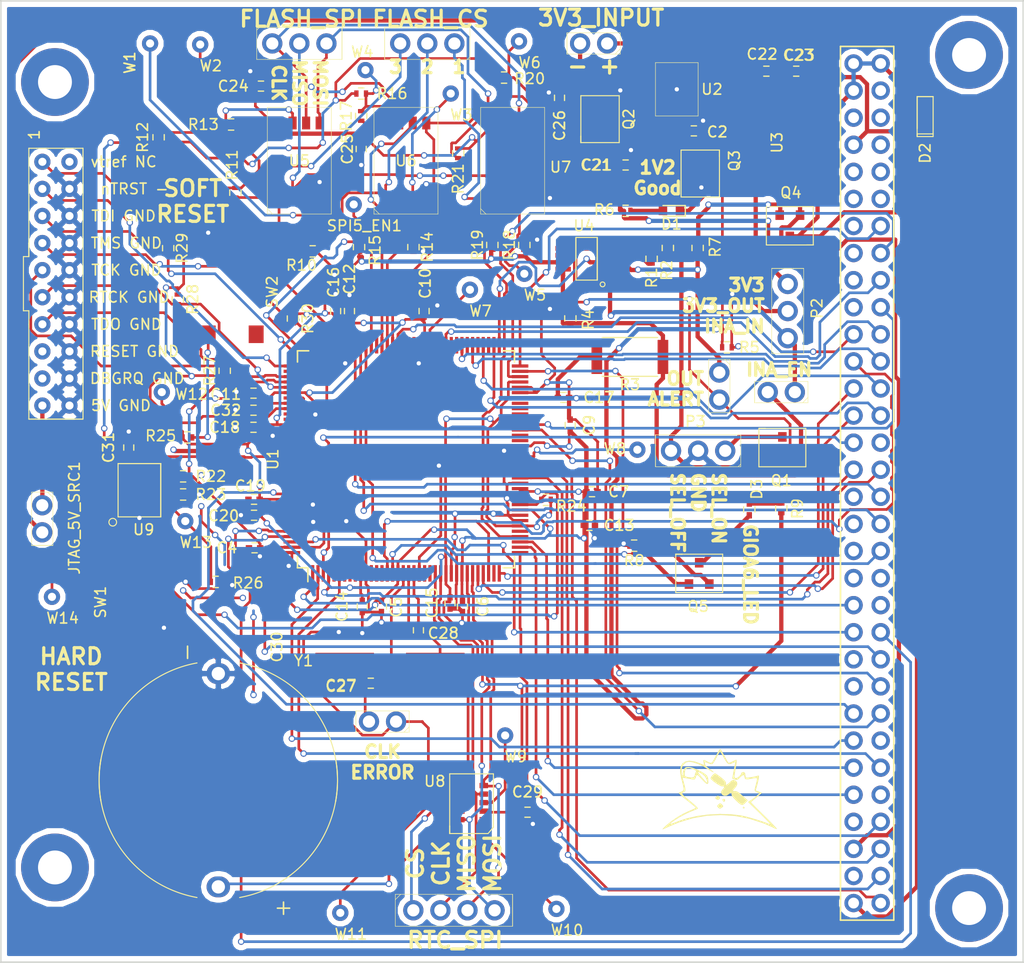
<source format=kicad_pcb>
(kicad_pcb (version 4) (host pcbnew 4.0.4-stable)
  (layers (0 F.Cu signal) (31 B.Cu signal) (34 B.Paste user) (35 F.Paste user) (36 B.SilkS user hide) (37 F.SilkS user) (38 B.Mask user) (39 F.Mask user hide) (44 Edge.Cuts user))
  (net 0 "")
  (net 1 3v3)
  (net 2 GND)
  (net 3 1v2)
  (net 4 "Net-(U2-Pad4)")
  (net 5 "Net-(J1-Pad2B)")
  (net 6 "Net-(J1-Pad4B)")
  (net 7 "Net-(J1-Pad13B)")
  (net 8 "Net-(J1-Pad14B)")
  (net 9 "Net-(J1-Pad15B)")
  (net 10 "Net-(J1-Pad16B)")
  (net 11 "Net-(J1-Pad23B)")
  (net 12 "Net-(J1-Pad24B)")
  (net 13 "Net-(J1-Pad25B)")
  (net 14 "Net-(J1-Pad26B)")
  (net 15 "Net-(J1-Pad27B)")
  (net 16 "Net-(J1-Pad28B)")
  (net 17 "Net-(J1-Pad30B)")
  (net 18 RF_CLK)
  (net 19 RF_MOSI)
  (net 20 RF_MISO)
  (net 21 RF_CS)
  (net 22 RF_GAIN_CS)
  (net 23 ANTENNA_DEPLOY)
  (net 24 "Net-(J1-Pad12A)")
  (net 25 "Net-(J1-Pad13A)")
  (net 26 "Net-(J1-Pad18A)")
  (net 27 "Net-(U1-Pad23)")
  (net 28 "Net-(U1-Pad41)")
  (net 29 "Net-(U1-Pad54)")
  (net 30 "Net-(U1-Pad91)")
  (net 31 "Net-(U1-Pad96)")
  (net 32 "Net-(U1-Pad106)")
  (net 33 5v0)
  (net 34 "Net-(U1-Pad14)")
  (net 35 "Net-(U1-Pad117)")
  (net 36 "Net-(U1-Pad119)")
  (net 37 3v3_OUTPUT)
  (net 38 104_GND)
  (net 39 RF_IRQ)
  (net 40 INA_INPUT)
  (net 41 "Net-(P3-Pad1)")
  (net 42 "Net-(P4-Pad2)")
  (net 43 INA_ALERT)
  (net 44 INA_OUT)
  (net 45 "Net-(R1-Pad1)")
  (net 46 "Net-(R1-Pad2)")
  (net 47 "Net-(C27-Pad1)")
  (net 48 "Net-(C27-Pad2)")
  (net 49 "Net-(C28-Pad2)")
  (net 50 "Net-(C30-Pad1)")
  (net 51 "Net-(C32-Pad1)")
  (net 52 "Net-(D1-Pad2)")
  (net 53 "Net-(D1-Pad1)")
  (net 54 104_In_GND)
  (net 55 "Net-(D3-Pad1)")
  (net 56 "Net-(D3-Pad2)")
  (net 57 I2C_SCL)
  (net 58 I2C_SDA)
  (net 59 UART_TX)
  (net 60 UART_RX)
  (net 61 "Net-(J1-Pad31A)")
  (net 62 "Net-(J1-Pad30A)")
  (net 63 "Net-(J1-Pad29A)")
  (net 64 "Net-(J1-Pad28A)")
  (net 65 "Net-(J1-Pad27A)")
  (net 66 RF_PWM2)
  (net 67 RF_PWM1)
  (net 68 RF_ADC2)
  (net 69 RF_ADC1)
  (net 70 "Net-(P1-Pad2)")
  (net 71 RTC_MISO)
  (net 72 RTC_CLK)
  (net 73 RTC_CS)
  (net 74 RTC_MOSI)
  (net 75 FLASH_CLK)
  (net 76 FLASH_MISO)
  (net 77 FLASH_MOSI)
  (net 78 FLASH2_CS)
  (net 79 FLASH1_CS)
  (net 80 FLASH0_CS)
  (net 81 GIOA6)
  (net 82 "Net-(R10-Pad1)")
  (net 83 MASTER_RESET)
  (net 84 "Net-(R12-Pad2)")
  (net 85 "Net-(R14-Pad1)")
  (net 86 "Net-(R16-Pad2)")
  (net 87 "Net-(R18-Pad1)")
  (net 88 "Net-(R20-Pad2)")
  (net 89 "Net-(R22-Pad2)")
  (net 90 WATCHDOG)
  (net 91 "Net-(SW1-Pad1)")
  (net 92 "Net-(U1-Pad35)")
  (net 93 "Net-(U1-Pad55)")
  (net 94 "Net-(U1-Pad58)")
  (net 95 "Net-(U1-Pad59)")
  (net 96 "Net-(U1-Pad62)")
  (net 97 "Net-(U1-Pad63)")
  (net 98 "Net-(U1-Pad64)")
  (net 99 "Net-(U1-Pad65)")
  (net 100 "Net-(U1-Pad75)")
  (net 101 "Net-(U1-Pad77)")
  (net 102 "Net-(U1-Pad79)")
  (net 103 "Net-(U1-Pad81)")
  (net 104 "Net-(U1-Pad82)")
  (net 105 "Net-(U1-Pad84)")
  (net 106 "Net-(U1-Pad85)")
  (net 107 "Net-(U1-Pad86)")
  (net 108 "Net-(U1-Pad107)")
  (net 109 "Net-(U1-Pad118)")
  (net 110 "Net-(U1-Pad124)")
  (net 111 "Net-(U1-Pad125)")
  (net 112 "Net-(U1-Pad127)")
  (net 113 "Net-(U1-Pad139)")
  (net 114 "Net-(U8-Pad3)")
  (net 115 "Net-(U8-Pad1)")
  (net 116 "Net-(U8-Pad7)")
  (net 117 "Net-(P12-Pad2)")
  (net 118 nTRST)
  (net 119 TDI)
  (net 120 TMS)
  (net 121 TCK)
  (net 122 RTCK)
  (net 123 TDO)
  (net 124 "Net-(P12-Pad15)")
  (net 125 "Net-(P12-Pad17)")
  (net 126 NHET1_26)
  (net 127 NHET1_22)
  (net 128 NHET1_7)
  (net 129 NHET1_4)
  (net 130 GIOB3)
  (net 131 GIOB2)
  (net 132 GIOB1)
  (net 133 GIOA0)
  (net 134 AD1_10)
  (net 135 AD1_9)
  (net 136 AD1_8)
  (net 137 AD1_7)
  (net 138 AD1_6)
  (net 139 AD1_5)
  (net 140 AD1_4)
  (net 141 AD1_3)
  (net 142 SPI5_CS0)
  (net 143 SPI5_CLK)
  (net 144 SPI5_MOSI)
  (net 145 SPI5_MISO)
  (net 146 "Net-(JTAG_5V_SRC1-Pad1)")
  (net 147 "Net-(SPI5_EN1-Pad1)")
  (net 148 GIOA1)
  (net 149 GIOA2)
  (net 150 GIOA7)
  (module Housings_QFP:LQFP-144_20x20mm_Pitch0.5mm (layer F.Cu) (at 138 63 90)
    (fp_text reference U1 (at 0 -12.475 90) (layer F.SilkS))
    (fp_text value TMS570LS0714)
    (pad 1 smd rect (at -10.7 -8.75 90) (size 1.55 0.3) (layers F.Cu F.Paste F.Mask) (net 130 GIOB3))
    (pad 2 smd rect (at -10.7 -8.25 90) (size 1.55 0.3) (layers F.Cu F.Paste F.Mask) (net 133 GIOA0))
    (pad 3 smd rect (at -10.7 -7.75 90) (size 1.55 0.3) (layers F.Cu F.Paste F.Mask) (net 57 I2C_SCL))
    (pad 4 smd rect (at -10.7 -7.25 90) (size 1.55 0.3) (layers F.Cu F.Paste F.Mask) (net 58 I2C_SDA))
    (pad 5 smd rect (at -10.7 -6.75 90) (size 1.55 0.3) (layers F.Cu F.Paste F.Mask) (net 148 GIOA1))
    (pad 6 smd rect (at -10.7 -6.25 90) (size 1.55 0.3) (layers F.Cu F.Paste F.Mask) (net 22 RF_GAIN_CS))
    (pad 7 smd rect (at -10.7 -5.75 90) (size 1.55 0.3) (layers F.Cu F.Paste F.Mask))
    (pad 8 smd rect (at -10.7 -5.25 90) (size 1.55 0.3) (layers F.Cu F.Paste F.Mask))
    (pad 9 smd rect (at -10.7 -4.75 90) (size 1.55 0.3) (layers F.Cu F.Paste F.Mask) (net 149 GIOA2))
    (pad 10 smd rect (at -10.7 -4.25 90) (size 1.55 0.3) (layers F.Cu F.Paste F.Mask) (net 1 3v3))
    (pad 11 smd rect (at -10.7 -3.75 90) (size 1.55 0.3) (layers F.Cu F.Paste F.Mask) (net 2 GND))
    (pad 12 smd rect (at -10.7 -3.25 90) (size 1.55 0.3) (layers F.Cu F.Paste F.Mask))
    (pad 13 smd rect (at -10.7 -2.75 90) (size 1.55 0.3) (layers F.Cu F.Paste F.Mask))
    (pad 14 smd rect (at -10.7 -2.25 90) (size 1.55 0.3) (layers F.Cu F.Paste F.Mask) (net 34 "Net-(U1-Pad14)"))
    (pad 15 smd rect (at -10.7 -1.75 90) (size 1.55 0.3) (layers F.Cu F.Paste F.Mask) (net 127 NHET1_22))
    (pad 16 smd rect (at -10.7 -1.25 90) (size 1.55 0.3) (layers F.Cu F.Paste F.Mask) (net 81 GIOA6))
    (pad 17 smd rect (at -10.7 -0.75 90) (size 1.55 0.3) (layers F.Cu F.Paste F.Mask) (net 3 1v2))
    (pad 18 smd rect (at -10.7 -0.25 90) (size 1.55 0.3) (layers F.Cu F.Paste F.Mask) (net 48 "Net-(C27-Pad2)"))
    (pad 19 smd rect (at -10.7 0.25 90) (size 1.55 0.3) (layers F.Cu F.Paste F.Mask) (net 47 "Net-(C27-Pad1)"))
    (pad 20 smd rect (at -10.7 0.75 90) (size 1.55 0.3) (layers F.Cu F.Paste F.Mask) (net 49 "Net-(C28-Pad2)"))
    (pad 21 smd rect (at -10.7 1.25 90) (size 1.55 0.3) (layers F.Cu F.Paste F.Mask) (net 2 GND))
    (pad 22 smd rect (at -10.7 1.75 90) (size 1.55 0.3) (layers F.Cu F.Paste F.Mask) (net 150 GIOA7))
    (pad 23 smd rect (at -10.7 2.25 90) (size 1.55 0.3) (layers F.Cu F.Paste F.Mask) (net 27 "Net-(U1-Pad23)"))
    (pad 24 smd rect (at -10.7 2.75 90) (size 1.55 0.3) (layers F.Cu F.Paste F.Mask) (net 73 RTC_CS))
    (pad 25 smd rect (at -10.7 3.25 90) (size 1.55 0.3) (layers F.Cu F.Paste F.Mask) (net 72 RTC_CLK))
    (pad 26 smd rect (at -10.7 3.75 90) (size 1.55 0.3) (layers F.Cu F.Paste F.Mask) (net 1 3v3))
    (pad 27 smd rect (at -10.7 4.25 90) (size 1.55 0.3) (layers F.Cu F.Paste F.Mask) (net 2 GND))
    (pad 28 smd rect (at -10.7 4.75 90) (size 1.55 0.3) (layers F.Cu F.Paste F.Mask) (net 2 GND))
    (pad 29 smd rect (at -10.7 5.25 90) (size 1.55 0.3) (layers F.Cu F.Paste F.Mask) (net 3 1v2))
    (pad 30 smd rect (at -10.7 5.75 90) (size 1.55 0.3) (layers F.Cu F.Paste F.Mask) (net 74 RTC_MOSI))
    (pad 31 smd rect (at -10.7 6.25 90) (size 1.55 0.3) (layers F.Cu F.Paste F.Mask) (net 71 RTC_MISO))
    (pad 32 smd rect (at -10.7 6.75 90) (size 1.55 0.3) (layers F.Cu F.Paste F.Mask) (net 142 SPI5_CS0))
    (pad 33 smd rect (at -10.7 7.25 90) (size 1.55 0.3) (layers F.Cu F.Paste F.Mask) (net 128 NHET1_7))
    (pad 34 smd rect (at -10.7 7.75 90) (size 1.55 0.3) (layers F.Cu F.Paste F.Mask) (net 2 GND))
    (pad 35 smd rect (at -10.7 8.25 90) (size 1.55 0.3) (layers F.Cu F.Paste F.Mask) (net 92 "Net-(U1-Pad35)"))
    (pad 36 smd rect (at -10.7 8.75 90) (size 1.55 0.3) (layers F.Cu F.Paste F.Mask) (net 129 NHET1_4))
    (pad 37 smd rect (at -8.75 10.7 180) (size 1.55 0.3) (layers F.Cu F.Paste F.Mask) (net 21 RF_CS))
    (pad 38 smd rect (at -8.25 10.7 180) (size 1.55 0.3) (layers F.Cu F.Paste F.Mask) (net 60 UART_RX))
    (pad 39 smd rect (at -7.75 10.7 180) (size 1.55 0.3) (layers F.Cu F.Paste F.Mask) (net 59 UART_TX))
    (pad 40 smd rect (at -7.25 10.7 180) (size 1.55 0.3) (layers F.Cu F.Paste F.Mask) (net 78 FLASH2_CS))
    (pad 41 smd rect (at -6.75 10.7 180) (size 1.55 0.3) (layers F.Cu F.Paste F.Mask) (net 28 "Net-(U1-Pad41)"))
    (pad 42 smd rect (at -6.25 10.7 180) (size 1.55 0.3) (layers F.Cu F.Paste F.Mask) (net 1 3v3))
    (pad 43 smd rect (at -5.75 10.7 180) (size 1.55 0.3) (layers F.Cu F.Paste F.Mask) (net 2 GND))
    (pad 44 smd rect (at -5.25 10.7 180) (size 1.55 0.3) (layers F.Cu F.Paste F.Mask) (net 2 GND))
    (pad 45 smd rect (at -4.75 10.7 180) (size 1.55 0.3) (layers F.Cu F.Paste F.Mask) (net 3 1v2))
    (pad 46 smd rect (at -4.25 10.7 180) (size 1.55 0.3) (layers F.Cu F.Paste F.Mask) (net 83 MASTER_RESET))
    (pad 47 smd rect (at -3.75 10.7 180) (size 1.55 0.3) (layers F.Cu F.Paste F.Mask) (net 2 GND))
    (pad 48 smd rect (at -3.25 10.7 180) (size 1.55 0.3) (layers F.Cu F.Paste F.Mask) (net 3 1v2))
    (pad 49 smd rect (at -2.75 10.7 180) (size 1.55 0.3) (layers F.Cu F.Paste F.Mask) (net 3 1v2))
    (pad 50 smd rect (at -2.25 10.7 180) (size 1.55 0.3) (layers F.Cu F.Paste F.Mask) (net 2 GND))
    (pad 51 smd rect (at -1.75 10.7 180) (size 1.55 0.3) (layers F.Cu F.Paste F.Mask) (net 20 RF_MISO))
    (pad 52 smd rect (at -1.25 10.7 180) (size 1.55 0.3) (layers F.Cu F.Paste F.Mask) (net 19 RF_MOSI))
    (pad 53 smd rect (at -0.75 10.7 180) (size 1.55 0.3) (layers F.Cu F.Paste F.Mask) (net 18 RF_CLK))
    (pad 54 smd rect (at -0.25 10.7 180) (size 1.55 0.3) (layers F.Cu F.Paste F.Mask) (net 29 "Net-(U1-Pad54)"))
    (pad 55 smd rect (at 0.25 10.7 180) (size 1.55 0.3) (layers F.Cu F.Paste F.Mask) (net 93 "Net-(U1-Pad55)"))
    (pad 56 smd rect (at 0.75 10.7 180) (size 1.55 0.3) (layers F.Cu F.Paste F.Mask) (net 2 GND))
    (pad 57 smd rect (at 1.25 10.7 180) (size 1.55 0.3) (layers F.Cu F.Paste F.Mask) (net 3 1v2))
    (pad 58 smd rect (at 1.75 10.7 180) (size 1.55 0.3) (layers F.Cu F.Paste F.Mask) (net 94 "Net-(U1-Pad58)"))
    (pad 59 smd rect (at 2.25 10.7 180) (size 1.55 0.3) (layers F.Cu F.Paste F.Mask) (net 95 "Net-(U1-Pad59)"))
    (pad 60 smd rect (at 2.75 10.7 180) (size 1.55 0.3) (layers F.Cu F.Paste F.Mask) (net 69 RF_ADC1))
    (pad 61 smd rect (at 3.25 10.7 180) (size 1.55 0.3) (layers F.Cu F.Paste F.Mask) (net 137 AD1_7))
    (pad 62 smd rect (at 3.75 10.7 180) (size 1.55 0.3) (layers F.Cu F.Paste F.Mask) (net 96 "Net-(U1-Pad62)"))
    (pad 63 smd rect (at 4.25 10.7 180) (size 1.55 0.3) (layers F.Cu F.Paste F.Mask) (net 97 "Net-(U1-Pad63)"))
    (pad 64 smd rect (at 4.75 10.7 180) (size 1.55 0.3) (layers F.Cu F.Paste F.Mask) (net 98 "Net-(U1-Pad64)"))
    (pad 65 smd rect (at 5.25 10.7 180) (size 1.55 0.3) (layers F.Cu F.Paste F.Mask) (net 99 "Net-(U1-Pad65)"))
    (pad 66 smd rect (at 5.75 10.7 180) (size 1.55 0.3) (layers F.Cu F.Paste F.Mask) (net 1 3v3))
    (pad 67 smd rect (at 6.25 10.7 180) (size 1.55 0.3) (layers F.Cu F.Paste F.Mask) (net 2 GND))
    (pad 68 smd rect (at 6.75 10.7 180) (size 1.55 0.3) (layers F.Cu F.Paste F.Mask) (net 2 GND))
    (pad 69 smd rect (at 7.25 10.7 180) (size 1.55 0.3) (layers F.Cu F.Paste F.Mask) (net 1 3v3))
    (pad 70 smd rect (at 7.75 10.7 180) (size 1.55 0.3) (layers F.Cu F.Paste F.Mask) (net 135 AD1_9))
    (pad 71 smd rect (at 8.25 10.7 180) (size 1.55 0.3) (layers F.Cu F.Paste F.Mask) (net 68 RF_ADC2))
    (pad 72 smd rect (at 8.75 10.7 180) (size 1.55 0.3) (layers F.Cu F.Paste F.Mask) (net 134 AD1_10))
    (pad 73 smd rect (at 10.7 8.75 90) (size 1.55 0.3) (layers F.Cu F.Paste F.Mask) (net 44 INA_OUT))
    (pad 74 smd rect (at 10.7 8.25 90) (size 1.55 0.3) (layers F.Cu F.Paste F.Mask) (net 141 AD1_3))
    (pad 75 smd rect (at 10.7 7.75 90) (size 1.55 0.3) (layers F.Cu F.Paste F.Mask) (net 100 "Net-(U1-Pad75)"))
    (pad 76 smd rect (at 10.7 7.25 90) (size 1.55 0.3) (layers F.Cu F.Paste F.Mask) (net 140 AD1_4))
    (pad 77 smd rect (at 10.7 6.75 90) (size 1.55 0.3) (layers F.Cu F.Paste F.Mask) (net 101 "Net-(U1-Pad77)"))
    (pad 78 smd rect (at 10.7 6.25 90) (size 1.55 0.3) (layers F.Cu F.Paste F.Mask) (net 139 AD1_5))
    (pad 79 smd rect (at 10.7 5.75 90) (size 1.55 0.3) (layers F.Cu F.Paste F.Mask) (net 102 "Net-(U1-Pad79)"))
    (pad 80 smd rect (at 10.7 5.25 90) (size 1.55 0.3) (layers F.Cu F.Paste F.Mask) (net 138 AD1_6))
    (pad 81 smd rect (at 10.7 4.75 90) (size 1.55 0.3) (layers F.Cu F.Paste F.Mask) (net 103 "Net-(U1-Pad81)"))
    (pad 82 smd rect (at 10.7 4.25 90) (size 1.55 0.3) (layers F.Cu F.Paste F.Mask) (net 104 "Net-(U1-Pad82)"))
    (pad 83 smd rect (at 10.7 3.75 90) (size 1.55 0.3) (layers F.Cu F.Paste F.Mask) (net 136 AD1_8))
    (pad 84 smd rect (at 10.7 3.25 90) (size 1.55 0.3) (layers F.Cu F.Paste F.Mask) (net 105 "Net-(U1-Pad84)"))
    (pad 85 smd rect (at 10.7 2.75 90) (size 1.55 0.3) (layers F.Cu F.Paste F.Mask) (net 106 "Net-(U1-Pad85)"))
    (pad 86 smd rect (at 10.7 2.25 90) (size 1.55 0.3) (layers F.Cu F.Paste F.Mask) (net 107 "Net-(U1-Pad86)"))
    (pad 87 smd rect (at 10.7 1.75 90) (size 1.55 0.3) (layers F.Cu F.Paste F.Mask) (net 3 1v2))
    (pad 88 smd rect (at 10.7 1.25 90) (size 1.55 0.3) (layers F.Cu F.Paste F.Mask) (net 2 GND))
    (pad 89 smd rect (at 10.7 0.75 90) (size 1.55 0.3) (layers F.Cu F.Paste F.Mask))
    (pad 90 smd rect (at 10.7 0.25 90) (size 1.55 0.3) (layers F.Cu F.Paste F.Mask))
    (pad 91 smd rect (at 10.7 -0.25 90) (size 1.55 0.3) (layers F.Cu F.Paste F.Mask) (net 30 "Net-(U1-Pad91)"))
    (pad 92 smd rect (at 10.7 -0.75 90) (size 1.55 0.3) (layers F.Cu F.Paste F.Mask) (net 126 NHET1_26))
    (pad 93 smd rect (at 10.7 -1.25 90) (size 1.55 0.3) (layers F.Cu F.Paste F.Mask) (net 77 FLASH_MOSI))
    (pad 94 smd rect (at 10.7 -1.75 90) (size 1.55 0.3) (layers F.Cu F.Paste F.Mask) (net 76 FLASH_MISO))
    (pad 95 smd rect (at 10.7 -2.25 90) (size 1.55 0.3) (layers F.Cu F.Paste F.Mask) (net 75 FLASH_CLK))
    (pad 96 smd rect (at 10.7 -2.75 90) (size 1.55 0.3) (layers F.Cu F.Paste F.Mask) (net 31 "Net-(U1-Pad96)"))
    (pad 97 smd rect (at 10.7 -3.25 90) (size 1.55 0.3) (layers F.Cu F.Paste F.Mask) (net 147 "Net-(SPI5_EN1-Pad1)"))
    (pad 98 smd rect (at 10.7 -3.75 90) (size 1.55 0.3) (layers F.Cu F.Paste F.Mask) (net 145 SPI5_MISO))
    (pad 99 smd rect (at 10.7 -4.25 90) (size 1.55 0.3) (layers F.Cu F.Paste F.Mask) (net 144 SPI5_MOSI))
    (pad 100 smd rect (at 10.7 -4.75 90) (size 1.55 0.3) (layers F.Cu F.Paste F.Mask) (net 143 SPI5_CLK))
    (pad 101 smd rect (at 10.7 -5.25 90) (size 1.55 0.3) (layers F.Cu F.Paste F.Mask) (net 3 1v2))
    (pad 102 smd rect (at 10.7 -5.75 90) (size 1.55 0.3) (layers F.Cu F.Paste F.Mask) (net 2 GND))
    (pad 103 smd rect (at 10.7 -6.25 90) (size 1.55 0.3) (layers F.Cu F.Paste F.Mask) (net 2 GND))
    (pad 104 smd rect (at 10.7 -6.75 90) (size 1.55 0.3) (layers F.Cu F.Paste F.Mask) (net 1 3v3))
    (pad 105 smd rect (at 10.7 -7.25 90) (size 1.55 0.3) (layers F.Cu F.Paste F.Mask) (net 80 FLASH0_CS))
    (pad 106 smd rect (at 10.7 -7.75 90) (size 1.55 0.3) (layers F.Cu F.Paste F.Mask) (net 32 "Net-(U1-Pad106)"))
    (pad 107 smd rect (at 10.7 -8.25 90) (size 1.55 0.3) (layers F.Cu F.Paste F.Mask) (net 108 "Net-(U1-Pad107)"))
    (pad 108 smd rect (at 10.7 -8.75 90) (size 1.55 0.3) (layers F.Cu F.Paste F.Mask) (net 120 TMS))
    (pad 109 smd rect (at 8.75 -10.7 180) (size 1.55 0.3) (layers F.Cu F.Paste F.Mask) (net 118 nTRST))
    (pad 110 smd rect (at 8.25 -10.7 180) (size 1.55 0.3) (layers F.Cu F.Paste F.Mask) (net 119 TDI))
    (pad 111 smd rect (at 7.75 -10.7 180) (size 1.55 0.3) (layers F.Cu F.Paste F.Mask) (net 123 TDO))
    (pad 112 smd rect (at 7.25 -10.7 180) (size 1.55 0.3) (layers F.Cu F.Paste F.Mask) (net 121 TCK))
    (pad 113 smd rect (at 6.75 -10.7 180) (size 1.55 0.3) (layers F.Cu F.Paste F.Mask) (net 122 RTCK))
    (pad 114 smd rect (at 6.25 -10.7 180) (size 1.55 0.3) (layers F.Cu F.Paste F.Mask) (net 3 1v2))
    (pad 115 smd rect (at 5.75 -10.7 180) (size 1.55 0.3) (layers F.Cu F.Paste F.Mask) (net 2 GND))
    (pad 116 smd rect (at 5.25 -10.7 180) (size 1.55 0.3) (layers F.Cu F.Paste F.Mask) (net 51 "Net-(C32-Pad1)"))
    (pad 117 smd rect (at 4.75 -10.7 180) (size 1.55 0.3) (layers F.Cu F.Paste F.Mask) (net 35 "Net-(U1-Pad117)"))
    (pad 118 smd rect (at 4.25 -10.7 180) (size 1.55 0.3) (layers F.Cu F.Paste F.Mask) (net 109 "Net-(U1-Pad118)"))
    (pad 119 smd rect (at 3.75 -10.7 180) (size 1.55 0.3) (layers F.Cu F.Paste F.Mask) (net 36 "Net-(U1-Pad119)"))
    (pad 120 smd rect (at 3.25 -10.7 180) (size 1.55 0.3) (layers F.Cu F.Paste F.Mask) (net 1 3v3))
    (pad 121 smd rect (at 2.75 -10.7 180) (size 1.55 0.3) (layers F.Cu F.Paste F.Mask) (net 2 GND))
    (pad 122 smd rect (at 2.25 -10.7 180) (size 1.55 0.3) (layers F.Cu F.Paste F.Mask) (net 2 GND))
    (pad 123 smd rect (at 1.75 -10.7 180) (size 1.55 0.3) (layers F.Cu F.Paste F.Mask) (net 3 1v2))
    (pad 124 smd rect (at 1.25 -10.7 180) (size 1.55 0.3) (layers F.Cu F.Paste F.Mask) (net 110 "Net-(U1-Pad124)"))
    (pad 125 smd rect (at 0.75 -10.7 180) (size 1.55 0.3) (layers F.Cu F.Paste F.Mask) (net 111 "Net-(U1-Pad125)"))
    (pad 126 smd rect (at 0.25 -10.7 180) (size 1.55 0.3) (layers F.Cu F.Paste F.Mask) (net 90 WATCHDOG))
    (pad 127 smd rect (at -0.25 -10.7 180) (size 1.55 0.3) (layers F.Cu F.Paste F.Mask) (net 112 "Net-(U1-Pad127)"))
    (pad 128 smd rect (at -0.75 -10.7 180) (size 1.55 0.3) (layers F.Cu F.Paste F.Mask))
    (pad 129 smd rect (at -1.25 -10.7 180) (size 1.55 0.3) (layers F.Cu F.Paste F.Mask))
    (pad 130 smd rect (at -1.75 -10.7 180) (size 1.55 0.3) (layers F.Cu F.Paste F.Mask) (net 79 FLASH1_CS))
    (pad 131 smd rect (at -2.25 -10.7 180) (size 1.55 0.3) (layers F.Cu F.Paste F.Mask))
    (pad 132 smd rect (at -2.75 -10.7 180) (size 1.55 0.3) (layers F.Cu F.Paste F.Mask))
    (pad 133 smd rect (at -3.25 -10.7 180) (size 1.55 0.3) (layers F.Cu F.Paste F.Mask) (net 132 GIOB1))
    (pad 134 smd rect (at -3.75 -10.7 180) (size 1.55 0.3) (layers F.Cu F.Paste F.Mask) (net 1 3v3))
    (pad 135 smd rect (at -4.25 -10.7 180) (size 1.55 0.3) (layers F.Cu F.Paste F.Mask) (net 2 GND))
    (pad 136 smd rect (at -4.75 -10.7 180) (size 1.55 0.3) (layers F.Cu F.Paste F.Mask) (net 1 3v3))
    (pad 137 smd rect (at -5.25 -10.7 180) (size 1.55 0.3) (layers F.Cu F.Paste F.Mask) (net 3 1v2))
    (pad 138 smd rect (at -5.75 -10.7 180) (size 1.55 0.3) (layers F.Cu F.Paste F.Mask) (net 2 GND))
    (pad 139 smd rect (at -6.25 -10.7 180) (size 1.55 0.3) (layers F.Cu F.Paste F.Mask) (net 113 "Net-(U1-Pad139)"))
    (pad 140 smd rect (at -6.75 -10.7 180) (size 1.55 0.3) (layers F.Cu F.Paste F.Mask) (net 67 RF_PWM1))
    (pad 141 smd rect (at -7.25 -10.7 180) (size 1.55 0.3) (layers F.Cu F.Paste F.Mask) (net 66 RF_PWM2))
    (pad 142 smd rect (at -7.75 -10.7 180) (size 1.55 0.3) (layers F.Cu F.Paste F.Mask) (net 131 GIOB2))
    (pad 143 smd rect (at -8.25 -10.7 180) (size 1.55 0.3) (layers F.Cu F.Paste F.Mask) (net 3 1v2))
    (pad 144 smd rect (at -8.75 -10.7 180) (size 1.55 0.3) (layers F.Cu F.Paste F.Mask) (net 2 GND))
  )
  (module SFUSat:C_0402 (layer F.Cu) (at 152.4 29.1 270)
    (fp_text reference C26 (at 2.6 0 270) (layer F.SilkS))
    (fp_text value 0.1µF)
    (fp_text user %R (at 2.6 0 450) (layer F.SilkS))
    (pad 1 smd rect (at -0.525 0 270) (size 0.6 0.5) (layers F.Cu F.Paste F.Mask) (net 2 GND))
    (pad 2 smd rect (at 0.525 0 270) (size 0.6 0.5) (layers F.Cu F.Paste F.Mask) (net 1 3v3))
  )
  (module SFUSat:R_0402 (layer F.Cu) (at 114.8 32.8 90)
    (fp_text reference R12)
    (fp_text value 0)
    (fp_text user %R (at 0 -1.5 90) (layer F.SilkS))
    (pad 1 smd rect (at -0.45 0 90) (size 0.4 0.6) (layers F.Cu F.Paste F.Mask) (net 83 MASTER_RESET))
    (pad 2 smd rect (at 0.45 0 90) (size 0.4 0.6) (layers F.Cu F.Paste F.Mask) (net 84 "Net-(R12-Pad2)"))
  )
  (module SFUSat:Test_Point (layer F.Cu) (at 144 47.1)
    (fp_text reference W7 (at 1 2) (layer F.SilkS))
    (fp_text value AD1EVT1)
    (pad 1 thru_hole circle (at 0 0) (size 1.524 1.524) (drill 0.762) (layers *.Cu *.Mask) (net 107 "Net-(U1-Pad86)"))
  )
  (module SFUSat:2x01In_Header_v2 (layer F.Cu) (at 155.6 24 180)
    (fp_text reference P1 hide)
    (fp_text value 3v3_IN_CONNECTOR)
    (pad 2 thru_hole circle (at 1.27 0 180) (size 1.9 1.9) (drill 1.15) (layers *.Cu *.Mask) (net 70 "Net-(P1-Pad2)"))
    (pad 1 thru_hole circle (at -1.27 0 180) (size 1.9 1.9) (drill 1.15) (layers *.Cu *.Mask) (net 1 3v3))
  )
  (module SFUSat:SOT25 (layer F.Cu) (at 163.4 28.3 180)
    (fp_text reference U2 (at -3.3 0 180) (layer F.SilkS))
    (fp_text value AP7331)
    (pad 1 smd rect (at -0.95 1.35 180) (size 0.6 1.05) (layers F.Cu F.Paste F.Mask) (net 1 3v3))
    (pad 2 smd rect (at 0 1.35 180) (size 0.6 1.05) (layers F.Cu F.Paste F.Mask) (net 2 GND))
    (pad 3 smd rect (at 0.95 1.35 180) (size 0.6 1.05) (layers F.Cu F.Paste F.Mask) (net 1 3v3))
    (pad 5 smd rect (at -0.95 -1.35 180) (size 0.6 1.05) (layers F.Cu F.Paste F.Mask) (net 3 1v2))
    (pad 4 smd rect (at 0.95 -1.35 180) (size 0.6 1.05) (layers F.Cu F.Paste F.Mask) (net 4 "Net-(U2-Pad4)"))
  )
  (module SFUSat:PC104PTH (layer F.Cu) (at 108.28 27.08)
    (fp_text reference REF** hide)
    (fp_text value PC104PTH hide)
    (pad 1 thru_hole circle (at -3.2 0.54) (size 6.35 6.35) (drill 3.18) (layers *.Cu *.Mask))
  )
  (module SFUSat:PC104PTH (layer F.Cu) (at 186.79 26.84)
    (fp_text reference REF** hide)
    (fp_text value PC104PTH hide)
    (pad 1 thru_hole circle (at 4.02 -1.76) (size 6.35 6.35) (drill 3.18) (layers *.Cu *.Mask))
  )
  (module SFUSat:PC104PTH (layer F.Cu) (at 107.77 102.04)
    (fp_text reference REF** hide)
    (fp_text value PC104PTH hide)
    (pad 1 thru_hole circle (at -2.69 -0.76) (size 6.35 6.35) (drill 3.18) (layers *.Cu *.Mask))
  )
  (module SFUSat:PC104PTH (layer F.Cu) (at 185.49 97.98)
    (fp_text reference REF** hide)
    (fp_text value PC104PTH hide)
    (pad 1 thru_hole circle (at 5.32 7.11) (size 6.35 6.35) (drill 3.18) (layers *.Cu *.Mask))
  )
  (module SFUSat:SOT-223 (layer F.Cu) (at 173.1 33 180)
    (fp_text reference U3 (at 0.3 -0.3 270) (layer F.SilkS))
    (fp_text value AP7361_3.3v)
    (pad 2 smd rect (at 0 3.05 180) (size 1.2 1.2) (layers F.Cu F.Paste F.Mask) (net 38 104_GND))
    (pad 1 smd rect (at -2.3 3.05 180) (size 1.2 1.2) (layers F.Cu F.Paste F.Mask) (net 33 5v0))
    (pad 3 smd rect (at 2.3 3.05 180) (size 1.2 1.2) (layers F.Cu F.Paste F.Mask) (net 37 3v3_OUTPUT))
    (pad 4 smd rect (at 0 -3.05 180) (size 3.6 1.2) (layers F.Cu F.Paste F.Mask) (net 38 104_GND))
  )
  (module SFUSat:SFUSat_15mm_2 (layer F.Cu) (at 167.386 93.98)
    (fp_text reference G*** hide)
    (fp_text value LOGO hide)
  )
  (module SFUSat:3x_01In_Header_v2 (layer F.Cu) (at 173.8 49.1 90)
    (fp_text reference P2 (at 0.25 2.75 90) (layer F.SilkS))
    (fp_text value INA_INPUT)
    (pad 1 thru_hole circle (at -2.54 0 90) (size 1.9 1.9) (drill 1.15) (layers *.Cu *.Mask) (net 40 INA_INPUT))
    (pad 2 thru_hole circle (at 0 0 90) (size 1.9 1.9) (drill 1.15) (layers *.Cu *.Mask) (net 37 3v3_OUTPUT))
    (pad 3 thru_hole circle (at 2.54 0 90) (size 1.9 1.9) (drill 1.15) (layers *.Cu *.Mask) (net 1 3v3))
  )
  (module SFUSat:3x_01In_Header_v2 (layer F.Cu) (at 165.4 62.2 180)
    (fp_text reference P3 (at 0.25 2.75 180) (layer F.SilkS))
    (fp_text value INA_GND)
    (pad 1 thru_hole circle (at -2.54 0 180) (size 1.9 1.9) (drill 1.15) (layers *.Cu *.Mask) (net 41 "Net-(P3-Pad1)"))
    (pad 2 thru_hole circle (at 0 0 180) (size 1.9 1.9) (drill 1.15) (layers *.Cu *.Mask) (net 2 GND))
    (pad 3 thru_hole circle (at 2.54 0 180) (size 1.9 1.9) (drill 1.15) (layers *.Cu *.Mask) (net 38 104_GND))
  )
  (module SFUSat:2x01In_Header_v2 (layer F.Cu) (at 173.2 56.7 180)
    (fp_text reference P4 hide)
    (fp_text value INA_EN)
    (pad 2 thru_hole circle (at 1.27 0 180) (size 1.9 1.9) (drill 1.15) (layers *.Cu *.Mask) (net 42 "Net-(P4-Pad2)"))
    (pad 1 thru_hole circle (at -1.27 0 180) (size 1.9 1.9) (drill 1.15) (layers *.Cu *.Mask) (net 40 INA_INPUT))
  )
  (module SFUSat:2x01In_Header_v2 (layer F.Cu) (at 167.386 56.134 270)
    (fp_text reference P5 hide)
    (fp_text value INA_OUTPUT)
    (pad 2 thru_hole circle (at 1.27 0 270) (size 1.9 1.9) (drill 1.15) (layers *.Cu *.Mask) (net 43 INA_ALERT))
    (pad 1 thru_hole circle (at -1.27 0 270) (size 1.9 1.9) (drill 1.15) (layers *.Cu *.Mask) (net 44 INA_OUT))
  )
  (module SFUSat:SOT23_DMN2075U (layer F.Cu) (at 173.3 61.9)
    (fp_text reference Q1 (at -0.1 3.1) (layer F.SilkS))
    (fp_text value DMN2075U)
    (pad 1 smd rect (at 0 -1) (size 0.8 0.9) (layers F.Cu F.Paste F.Mask) (net 41 "Net-(P3-Pad1)"))
    (pad 2 smd rect (at -0.96 1) (size 0.8 0.9) (layers F.Cu F.Paste F.Mask) (net 43 INA_ALERT))
    (pad 3 smd rect (at 0.95 1) (size 0.8 0.9) (layers F.Cu F.Paste F.Mask) (net 38 104_GND))
  )
  (module Resistors_SMD:R_2512 (layer F.Cu) (at 159 53.4 180)
    (fp_text reference R3 (at 0 -2.6 180) (layer F.SilkS))
    (fp_text value 0.04)
    (pad 1 smd rect (at -3.1 0 180) (size 1 3.2) (layers F.Cu F.Paste F.Mask) (net 42 "Net-(P4-Pad2)"))
    (pad 2 smd rect (at 3.1 0 180) (size 1 3.2) (layers F.Cu F.Paste F.Mask) (net 1 3v3))
  )
  (module SFUSat:VSSOP_8 (layer F.Cu) (at 154.94 44.196 90)
    (fp_text reference U4 (at 3.096 -0.24 180) (layer F.SilkS))
    (fp_text value INA301)
    (pad 2 smd rect (at -0.325 2.2 90) (size 0.45 1.45) (layers F.Cu F.Paste F.Mask) (net 44 INA_OUT))
    (pad 1 smd rect (at -0.975 2.2 90) (size 0.45 1.45) (layers F.Cu F.Paste F.Mask) (net 40 INA_INPUT))
    (pad 3 smd rect (at 0.325 2.2 90) (size 0.45 1.45) (layers F.Cu F.Paste F.Mask) (net 45 "Net-(R1-Pad1)"))
    (pad 4 smd rect (at 0.975 2.2 90) (size 0.45 1.45) (layers F.Cu F.Paste F.Mask) (net 38 104_GND))
    (pad 8 smd rect (at -0.975 -2.2 90) (size 0.45 1.45) (layers F.Cu F.Paste F.Mask) (net 42 "Net-(P4-Pad2)"))
    (pad 7 smd rect (at -0.325 -2.2 90) (size 0.45 1.45) (layers F.Cu F.Paste F.Mask) (net 1 3v3))
    (pad 6 smd rect (at 0.325 -2.2 90) (size 0.45 1.45) (layers F.Cu F.Paste F.Mask) (net 43 INA_ALERT))
    (pad 5 smd rect (at 0.975 -2.2 90) (size 0.45 1.45) (layers F.Cu F.Paste F.Mask) (net 38 104_GND))
  )
  (module SFUSat:PC104-8bit (layer F.Cu) (at 181.25 65.25)
    (fp_text reference J1 hide)
    (fp_text value PC104-8BIT)
    (pad 32B thru_hole circle (at -1.27 -39.37) (size 1.72 1.72) (drill 1.02) (layers *.Cu *.Mask) (net 54 104_In_GND))
    (pad 31B thru_hole circle (at -1.27 -36.83) (size 1.72 1.72) (drill 1.02) (layers *.Cu *.Mask) (net 54 104_In_GND))
    (pad 30B thru_hole circle (at -1.27 -34.29) (size 1.72 1.72) (drill 1.02) (layers *.Cu *.Mask) (net 17 "Net-(J1-Pad30B)"))
    (pad 29B thru_hole circle (at -1.27 -31.75) (size 1.72 1.72) (drill 1.02) (layers *.Cu *.Mask) (net 33 5v0))
    (pad 28B thru_hole circle (at -1.27 -29.21) (size 1.72 1.72) (drill 1.02) (layers *.Cu *.Mask) (net 16 "Net-(J1-Pad28B)"))
    (pad 27B thru_hole circle (at -1.27 -26.67) (size 1.72 1.72) (drill 1.02) (layers *.Cu *.Mask) (net 15 "Net-(J1-Pad27B)"))
    (pad 26B thru_hole circle (at -1.27 -24.13) (size 1.72 1.72) (drill 1.02) (layers *.Cu *.Mask) (net 14 "Net-(J1-Pad26B)"))
    (pad 25B thru_hole circle (at -1.27 -21.59) (size 1.72 1.72) (drill 1.02) (layers *.Cu *.Mask) (net 13 "Net-(J1-Pad25B)"))
    (pad 24B thru_hole circle (at -1.27 -19.05) (size 1.72 1.72) (drill 1.02) (layers *.Cu *.Mask) (net 12 "Net-(J1-Pad24B)"))
    (pad 23B thru_hole circle (at -1.27 -16.51) (size 1.72 1.72) (drill 1.02) (layers *.Cu *.Mask) (net 11 "Net-(J1-Pad23B)"))
    (pad 22B thru_hole circle (at -1.27 -13.97) (size 1.72 1.72) (drill 1.02) (layers *.Cu *.Mask) (net 126 NHET1_26))
    (pad 21B thru_hole circle (at -1.27 -11.43) (size 1.72 1.72) (drill 1.02) (layers *.Cu *.Mask) (net 127 NHET1_22))
    (pad 20B thru_hole circle (at -1.27 -8.89) (size 1.72 1.72) (drill 1.02) (layers *.Cu *.Mask) (net 128 NHET1_7))
    (pad 19B thru_hole circle (at -1.27 -6.35) (size 1.72 1.72) (drill 1.02) (layers *.Cu *.Mask) (net 129 NHET1_4))
    (pad 18B thru_hole circle (at -1.27 -3.81) (size 1.72 1.72) (drill 1.02) (layers *.Cu *.Mask) (net 57 I2C_SCL))
    (pad 17B thru_hole circle (at -1.27 -1.27) (size 1.72 1.72) (drill 1.02) (layers *.Cu *.Mask) (net 58 I2C_SDA))
    (pad 16B thru_hole circle (at -1.27 1.27) (size 1.72 1.72) (drill 1.02) (layers *.Cu *.Mask) (net 10 "Net-(J1-Pad16B)"))
    (pad 15B thru_hole circle (at -1.27 3.81) (size 1.72 1.72) (drill 1.02) (layers *.Cu *.Mask) (net 9 "Net-(J1-Pad15B)"))
    (pad 14B thru_hole circle (at -1.27 6.35) (size 1.72 1.72) (drill 1.02) (layers *.Cu *.Mask) (net 8 "Net-(J1-Pad14B)"))
    (pad 13B thru_hole circle (at -1.27 8.89) (size 1.72 1.72) (drill 1.02) (layers *.Cu *.Mask) (net 7 "Net-(J1-Pad13B)"))
    (pad 12B thru_hole circle (at -1.27 11.43) (size 1.72 1.72) (drill 1.02) (layers *.Cu *.Mask) (net 130 GIOB3))
    (pad 11B thru_hole circle (at -1.27 13.97) (size 1.72 1.72) (drill 1.02) (layers *.Cu *.Mask) (net 131 GIOB2))
    (pad 10B thru_hole circle (at -1.27 16.51) (size 1.72 1.72) (drill 1.02) (layers *.Cu *.Mask))
    (pad 9B thru_hole circle (at -1.27 19.05) (size 1.72 1.72) (drill 1.02) (layers *.Cu *.Mask))
    (pad 8B thru_hole circle (at -1.27 21.59) (size 1.72 1.72) (drill 1.02) (layers *.Cu *.Mask) (net 132 GIOB1))
    (pad 7B thru_hole circle (at -1.27 24.13) (size 1.72 1.72) (drill 1.02) (layers *.Cu *.Mask) (net 133 GIOA0))
    (pad 6B thru_hole circle (at -1.27 26.67) (size 1.72 1.72) (drill 1.02) (layers *.Cu *.Mask) (net 59 UART_TX))
    (pad 5B thru_hole circle (at -1.27 29.21) (size 1.72 1.72) (drill 1.02) (layers *.Cu *.Mask) (net 60 UART_RX))
    (pad 4B thru_hole circle (at -1.27 31.75) (size 1.72 1.72) (drill 1.02) (layers *.Cu *.Mask) (net 6 "Net-(J1-Pad4B)"))
    (pad 3B thru_hole circle (at -1.27 34.29) (size 1.72 1.72) (drill 1.02) (layers *.Cu *.Mask) (net 33 5v0))
    (pad 2B thru_hole circle (at -1.27 36.83) (size 1.72 1.72) (drill 1.02) (layers *.Cu *.Mask) (net 5 "Net-(J1-Pad2B)"))
    (pad 1B thru_hole circle (at -1.27 39.37) (size 1.72 1.72) (drill 1.02) (layers *.Cu *.Mask) (net 54 104_In_GND))
    (pad 32A thru_hole circle (at 1.27 -39.37) (size 1.72 1.72) (drill 1.02) (layers *.Cu *.Mask) (net 54 104_In_GND))
    (pad 31A thru_hole circle (at 1.27 -36.83) (size 1.72 1.72) (drill 1.02) (layers *.Cu *.Mask) (net 61 "Net-(J1-Pad31A)"))
    (pad 30A thru_hole circle (at 1.27 -34.29) (size 1.72 1.72) (drill 1.02) (layers *.Cu *.Mask) (net 62 "Net-(J1-Pad30A)"))
    (pad 29A thru_hole circle (at 1.27 -31.75) (size 1.72 1.72) (drill 1.02) (layers *.Cu *.Mask) (net 63 "Net-(J1-Pad29A)"))
    (pad 28A thru_hole circle (at 1.27 -29.21) (size 1.72 1.72) (drill 1.02) (layers *.Cu *.Mask) (net 64 "Net-(J1-Pad28A)"))
    (pad 27A thru_hole circle (at 1.27 -26.67) (size 1.72 1.72) (drill 1.02) (layers *.Cu *.Mask) (net 65 "Net-(J1-Pad27A)"))
    (pad 26A thru_hole circle (at 1.27 -24.13) (size 1.72 1.72) (drill 1.02) (layers *.Cu *.Mask) (net 134 AD1_10))
    (pad 25A thru_hole circle (at 1.27 -21.59) (size 1.72 1.72) (drill 1.02) (layers *.Cu *.Mask) (net 135 AD1_9))
    (pad 24A thru_hole circle (at 1.27 -19.05) (size 1.72 1.72) (drill 1.02) (layers *.Cu *.Mask) (net 136 AD1_8))
    (pad 23A thru_hole circle (at 1.27 -16.51) (size 1.72 1.72) (drill 1.02) (layers *.Cu *.Mask) (net 137 AD1_7))
    (pad 22A thru_hole circle (at 1.27 -13.97) (size 1.72 1.72) (drill 1.02) (layers *.Cu *.Mask) (net 138 AD1_6))
    (pad 21A thru_hole circle (at 1.27 -11.43) (size 1.72 1.72) (drill 1.02) (layers *.Cu *.Mask) (net 139 AD1_5))
    (pad 20A thru_hole circle (at 1.27 -8.89) (size 1.72 1.72) (drill 1.02) (layers *.Cu *.Mask) (net 140 AD1_4))
    (pad 19A thru_hole circle (at 1.27 -6.35) (size 1.72 1.72) (drill 1.02) (layers *.Cu *.Mask) (net 141 AD1_3))
    (pad 18A thru_hole circle (at 1.27 -3.81) (size 1.72 1.72) (drill 1.02) (layers *.Cu *.Mask) (net 26 "Net-(J1-Pad18A)"))
    (pad 17A thru_hole circle (at 1.27 -1.27) (size 1.72 1.72) (drill 1.02) (layers *.Cu *.Mask) (net 142 SPI5_CS0))
    (pad 16A thru_hole circle (at 1.27 1.27) (size 1.72 1.72) (drill 1.02) (layers *.Cu *.Mask) (net 143 SPI5_CLK))
    (pad 15A thru_hole circle (at 1.27 3.81) (size 1.72 1.72) (drill 1.02) (layers *.Cu *.Mask) (net 144 SPI5_MOSI))
    (pad 14A thru_hole circle (at 1.27 6.35) (size 1.72 1.72) (drill 1.02) (layers *.Cu *.Mask) (net 145 SPI5_MISO))
    (pad 13A thru_hole circle (at 1.27 8.89) (size 1.72 1.72) (drill 1.02) (layers *.Cu *.Mask) (net 25 "Net-(J1-Pad13A)"))
    (pad 12A thru_hole circle (at 1.27 11.43) (size 1.72 1.72) (drill 1.02) (layers *.Cu *.Mask) (net 24 "Net-(J1-Pad12A)"))
    (pad 11A thru_hole circle (at 1.27 13.97) (size 1.72 1.72) (drill 1.02) (layers *.Cu *.Mask) (net 66 RF_PWM2))
    (pad 10A thru_hole circle (at 1.27 16.51) (size 1.72 1.72) (drill 1.02) (layers *.Cu *.Mask) (net 67 RF_PWM1))
    (pad 9A thru_hole circle (at 1.27 19.05) (size 1.72 1.72) (drill 1.02) (layers *.Cu *.Mask) (net 68 RF_ADC2))
    (pad 8A thru_hole circle (at 1.27 21.59) (size 1.72 1.72) (drill 1.02) (layers *.Cu *.Mask) (net 69 RF_ADC1))
    (pad 7A thru_hole circle (at 1.27 24.13) (size 1.72 1.72) (drill 1.02) (layers *.Cu *.Mask) (net 23 ANTENNA_DEPLOY))
    (pad 6A thru_hole circle (at 1.27 26.67) (size 1.72 1.72) (drill 1.02) (layers *.Cu *.Mask) (net 22 RF_GAIN_CS))
    (pad 5A thru_hole circle (at 1.27 29.21) (size 1.72 1.72) (drill 1.02) (layers *.Cu *.Mask) (net 39 RF_IRQ))
    (pad 4A thru_hole circle (at 1.27 31.75) (size 1.72 1.72) (drill 1.02) (layers *.Cu *.Mask) (net 21 RF_CS))
    (pad 3A thru_hole circle (at 1.27 34.29) (size 1.72 1.72) (drill 1.02) (layers *.Cu *.Mask) (net 20 RF_MISO))
    (pad 2A thru_hole circle (at 1.27 36.83) (size 1.72 1.72) (drill 1.02) (layers *.Cu *.Mask) (net 19 RF_MOSI))
    (pad 1A thru_hole circle (at 1.27 39.37) (size 1.72 1.72) (drill 1.02) (layers *.Cu *.Mask) (net 18 RF_CLK))
  )
  (module SFUSat:Supercap_v2 (layer F.Cu) (at 120.4 93.1 90)
    (fp_text reference C30 (at 12.5 5.5 90) (layer F.SilkS))
    (fp_text value 470µF)
    (fp_text user - (at 12 -3 90) (layer F.SilkS) (effects (font (size 1.5 1.5))))
    (fp_text user + (at -12 6 90) (layer F.SilkS) (effects (font (size 1.5 1.5))))
    (pad 1 thru_hole oval (at -10 0 90) (size 1.95 2.2) (drill 1.25) (layers *.Cu *.Mask) (net 50 "Net-(C30-Pad1)"))
    (pad 2 thru_hole oval (at 10 0 90) (size 1.95 2.2) (drill 1.25) (layers *.Cu *.Mask) (net 2 GND))
  )
  (module SFUSat:LED_0603 (layer F.Cu) (at 162.9 39.7 180)
    (fp_text reference D1 (at 0 -1.25 180) (layer F.SilkS))
    (fp_text value LED)
    (pad 2 smd rect (at 0.8 0) (size 0.8 0.8) (layers F.Cu F.Paste F.Mask) (net 52 "Net-(D1-Pad2)"))
    (pad 1 smd rect (at -0.8 0) (size 0.8 0.8) (layers F.Cu F.Paste F.Mask) (net 53 "Net-(D1-Pad1)"))
  )
  (module SFUSat:PESD57zx (layer F.Cu) (at 186.69 30.734 90)
    (fp_text reference D2 (at -3.556 0 90) (layer F.SilkS))
    (fp_text value PESD5Zx)
    (pad 1 smd rect (at -0.55 0 90) (size 0.8 0.6) (layers F.Cu F.Paste F.Mask) (net 33 5v0))
    (pad 2 smd rect (at 0.55 0 90) (size 0.8 0.6) (layers F.Cu F.Paste F.Mask) (net 54 104_In_GND))
  )
  (module SFUSat:L_0402 (layer F.Cu) (at 170.2 67.7 90)
    (fp_text reference D3 (at 1.9 0.7 90) (layer F.SilkS))
    (fp_text value LED)
    (pad 1 smd rect (at -0.55 0 90) (size 0.6 0.5) (layers F.Cu F.Paste F.Mask) (net 55 "Net-(D3-Pad1)"))
    (pad 2 smd rect (at 0.55 0 90) (size 0.6 0.5) (layers F.Cu F.Paste F.Mask) (net 56 "Net-(D3-Pad2)"))
  )
  (module SFUSat:2x01In_Header_v2 (layer F.Cu) (at 135.8 87.6 180)
    (fp_text reference P7 hide)
    (fp_text value OSC_FUALT_INJECT)
    (pad 2 thru_hole circle (at 1.27 0 180) (size 1.9 1.9) (drill 1.15) (layers *.Cu *.Mask) (net 47 "Net-(C27-Pad1)"))
    (pad 1 thru_hole circle (at -1.27 0 180) (size 1.9 1.9) (drill 1.15) (layers *.Cu *.Mask) (net 2 GND))
  )
  (module SFUSat:SOT23_DMN2075U (layer F.Cu) (at 156.2 31.1 90)
    (fp_text reference Q2 (at 0 2.7 90) (layer F.SilkS))
    (fp_text value DMN2075U)
    (pad 1 smd rect (at 0 -1 90) (size 0.8 0.9) (layers F.Cu F.Paste F.Mask) (net 70 "Net-(P1-Pad2)"))
    (pad 2 smd rect (at -0.96 1 90) (size 0.8 0.9) (layers F.Cu F.Paste F.Mask) (net 1 3v3))
    (pad 3 smd rect (at 0.95 1 90) (size 0.8 0.9) (layers F.Cu F.Paste F.Mask) (net 2 GND))
  )
  (module SFUSat:SOT23_DMN2075U (layer F.Cu) (at 165.6 36.2 270)
    (fp_text reference Q3 (at -1.2 -3.2 270) (layer F.SilkS))
    (fp_text value 1v2_GOOD)
    (pad 1 smd rect (at 0 -1 270) (size 0.8 0.9) (layers F.Cu F.Paste F.Mask) (net 53 "Net-(D1-Pad1)"))
    (pad 2 smd rect (at -0.96 1 270) (size 0.8 0.9) (layers F.Cu F.Paste F.Mask) (net 3 1v2))
    (pad 3 smd rect (at 0.95 1 270) (size 0.8 0.9) (layers F.Cu F.Paste F.Mask) (net 2 GND))
  )
  (module SFUSat:SOT23_DMN2075U (layer F.Cu) (at 174 41.1 180)
    (fp_text reference Q4 (at -0.1 3.1 180) (layer F.SilkS))
    (fp_text value DMN2075U)
    (pad 1 smd rect (at 0 -1 180) (size 0.8 0.9) (layers F.Cu F.Paste F.Mask) (net 54 104_In_GND))
    (pad 2 smd rect (at -0.96 1 180) (size 0.8 0.9) (layers F.Cu F.Paste F.Mask) (net 33 5v0))
    (pad 3 smd rect (at 0.95 1 180) (size 0.8 0.9) (layers F.Cu F.Paste F.Mask) (net 38 104_GND))
  )
  (module SFUSat:SOT23_DMN2075U (layer F.Cu) (at 165.5 73.7)
    (fp_text reference Q5 (at -0.1 3.1) (layer F.SilkS))
    (fp_text value DMN2075U)
    (pad 1 smd rect (at 0 -1) (size 0.8 0.9) (layers F.Cu F.Paste F.Mask) (net 55 "Net-(D3-Pad1)"))
    (pad 2 smd rect (at -0.96 1) (size 0.8 0.9) (layers F.Cu F.Paste F.Mask) (net 81 GIOA6))
    (pad 3 smd rect (at 0.95 1) (size 0.8 0.9) (layers F.Cu F.Paste F.Mask) (net 2 GND))
  )
  (module SFUSat:Tact_SW_SMD_v2 (layer F.Cu) (at 113.1 76.4 270)
    (fp_text reference SW1 (at 0 3.75 270) (layer F.SilkS))
    (fp_text value SPST)
    (pad 4 smd rect (at 3.975 2.25 270) (size 1.65 1.4) (layers F.Cu F.Paste F.Mask))
    (pad 2 smd rect (at 3.975 -2.25 270) (size 1.65 1.4) (layers F.Cu F.Paste F.Mask) (net 2 GND))
    (pad 1 smd rect (at -3.975 -2.25 270) (size 1.65 1.4) (layers F.Cu F.Paste F.Mask) (net 91 "Net-(SW1-Pad1)"))
    (pad 3 smd rect (at -3.975 2.25 270) (size 1.65 1.4) (layers F.Cu F.Paste F.Mask))
  )
  (module SFUSat:Tact_SW_SMD_v2 (layer F.Cu) (at 121.7 47.3 90)
    (fp_text reference SW2 (at 0 3.75 90) (layer F.SilkS))
    (fp_text value SPST)
    (pad 4 smd rect (at 3.975 2.25 90) (size 1.65 1.4) (layers F.Cu F.Paste F.Mask))
    (pad 2 smd rect (at 3.975 -2.25 90) (size 1.65 1.4) (layers F.Cu F.Paste F.Mask) (net 2 GND))
    (pad 1 smd rect (at -3.975 -2.25 90) (size 1.65 1.4) (layers F.Cu F.Paste F.Mask) (net 51 "Net-(C32-Pad1)"))
    (pad 3 smd rect (at -3.975 2.25 90) (size 1.65 1.4) (layers F.Cu F.Paste F.Mask))
  )
  (module SFUSat:SOT-8_208mil_medium (layer F.Cu) (at 128 35)
    (fp_text reference U5 (at 0 0) (layer F.SilkS))
    (fp_text value FLASH_IS25LP016D)
    (pad 2 smd rect (at -0.635 3.54) (size 0.76 1.2) (layers F.Cu F.Paste F.Mask) (net 76 FLASH_MISO))
    (pad 3 smd rect (at 0.635 3.54) (size 0.76 1.2) (layers F.Cu F.Paste F.Mask) (net 82 "Net-(R10-Pad1)"))
    (pad 4 smd rect (at 1.905 3.54) (size 0.76 1.2) (layers F.Cu F.Paste F.Mask) (net 2 GND))
    (pad 1 smd rect (at -1.905 3.54) (size 0.76 1.2) (layers F.Cu F.Paste F.Mask) (net 80 FLASH0_CS))
    (pad 8 smd rect (at -1.905 -3.54) (size 0.76 1.2) (layers F.Cu F.Paste F.Mask) (net 1 3v3))
    (pad 7 smd rect (at -0.635 -3.54) (size 0.76 1.2) (layers F.Cu F.Paste F.Mask) (net 84 "Net-(R12-Pad2)"))
    (pad 6 smd rect (at 0.635 -3.54) (size 0.76 1.2) (layers F.Cu F.Paste F.Mask) (net 75 FLASH_CLK))
    (pad 5 smd rect (at 1.905 -3.54) (size 0.76 1.2) (layers F.Cu F.Paste F.Mask) (net 77 FLASH_MOSI))
  )
  (module SFUSat:SOT-8_208mil_medium (layer F.Cu) (at 138 35)
    (fp_text reference U6 (at 0 0) (layer F.SilkS))
    (fp_text value FLASH_IS25LP016D)
    (pad 2 smd rect (at -0.635 3.54) (size 0.76 1.2) (layers F.Cu F.Paste F.Mask) (net 76 FLASH_MISO))
    (pad 3 smd rect (at 0.635 3.54) (size 0.76 1.2) (layers F.Cu F.Paste F.Mask) (net 85 "Net-(R14-Pad1)"))
    (pad 4 smd rect (at 1.905 3.54) (size 0.76 1.2) (layers F.Cu F.Paste F.Mask) (net 2 GND))
    (pad 1 smd rect (at -1.905 3.54) (size 0.76 1.2) (layers F.Cu F.Paste F.Mask) (net 79 FLASH1_CS))
    (pad 8 smd rect (at -1.905 -3.54) (size 0.76 1.2) (layers F.Cu F.Paste F.Mask) (net 1 3v3))
    (pad 7 smd rect (at -0.635 -3.54) (size 0.76 1.2) (layers F.Cu F.Paste F.Mask) (net 86 "Net-(R16-Pad2)"))
    (pad 6 smd rect (at 0.635 -3.54) (size 0.76 1.2) (layers F.Cu F.Paste F.Mask) (net 75 FLASH_CLK))
    (pad 5 smd rect (at 1.905 -3.54) (size 0.76 1.2) (layers F.Cu F.Paste F.Mask) (net 77 FLASH_MOSI))
  )
  (module SFUSat:SOT-8_208mil_medium (layer F.Cu) (at 148 35)
    (fp_text reference U7 (at 4.5 0.6) (layer F.SilkS))
    (fp_text value FLASH_IS25LP016D)
    (pad 2 smd rect (at -0.635 3.54) (size 0.76 1.2) (layers F.Cu F.Paste F.Mask) (net 76 FLASH_MISO))
    (pad 3 smd rect (at 0.635 3.54) (size 0.76 1.2) (layers F.Cu F.Paste F.Mask) (net 87 "Net-(R18-Pad1)"))
    (pad 4 smd rect (at 1.905 3.54) (size 0.76 1.2) (layers F.Cu F.Paste F.Mask) (net 2 GND))
    (pad 1 smd rect (at -1.905 3.54) (size 0.76 1.2) (layers F.Cu F.Paste F.Mask) (net 78 FLASH2_CS))
    (pad 8 smd rect (at -1.905 -3.54) (size 0.76 1.2) (layers F.Cu F.Paste F.Mask) (net 1 3v3))
    (pad 7 smd rect (at -0.635 -3.54) (size 0.76 1.2) (layers F.Cu F.Paste F.Mask) (net 88 "Net-(R20-Pad2)"))
    (pad 6 smd rect (at 0.635 -3.54) (size 0.76 1.2) (layers F.Cu F.Paste F.Mask) (net 75 FLASH_CLK))
    (pad 5 smd rect (at 1.905 -3.54) (size 0.76 1.2) (layers F.Cu F.Paste F.Mask) (net 77 FLASH_MOSI))
  )
  (module SFUSat:RTC_AB-RTCMC_EA09_S3 (layer F.Cu) (at 144.2 95.2 90)
    (fp_text reference U8 (at 2 -3.5 180) (layer F.SilkS))
    (fp_text value AB-RTCMC-EOA9-S3)
    (pad 3 smd rect (at 0 1.1 90) (size 0.5 0.8) (layers F.Cu F.Paste F.Mask) (net 114 "Net-(U8-Pad3)"))
    (pad 8 smd rect (at 0 -1.1 90) (size 0.5 0.8) (layers F.Cu F.Paste F.Mask) (net 73 RTC_CS))
    (pad 2 smd rect (at -0.8 1.1 90) (size 0.5 0.8) (layers F.Cu F.Paste F.Mask) (net 1 3v3))
    (pad 1 smd rect (at -1.6 1.1 90) (size 0.5 0.8) (layers F.Cu F.Paste F.Mask) (net 115 "Net-(U8-Pad1)"))
    (pad 4 smd rect (at 0.8 1.1 90) (size 0.5 0.8) (layers F.Cu F.Paste F.Mask) (net 72 RTC_CLK))
    (pad 5 smd rect (at 1.6 1.1 90) (size 0.5 0.8) (layers F.Cu F.Paste F.Mask) (net 71 RTC_MISO))
    (pad 7 smd rect (at 0.8 -1.1 90) (size 0.5 0.8) (layers F.Cu F.Paste F.Mask) (net 116 "Net-(U8-Pad7)"))
    (pad 6 smd rect (at 1.6 -1.1 90) (size 0.5 0.8) (layers F.Cu F.Paste F.Mask) (net 2 GND))
    (pad 9 smd rect (at -0.8 -1.1 90) (size 0.5 0.8) (layers F.Cu F.Paste F.Mask) (net 50 "Net-(C30-Pad1)"))
    (pad 10 smd rect (at -1.6 -1.1 90) (size 0.5 0.8) (layers F.Cu F.Paste F.Mask) (net 74 RTC_MOSI))
  )
  (module SFUSat:SOT_23_6 (layer F.Cu) (at 113 65.9)
    (fp_text reference U9 (at 0.4 3.7) (layer F.SilkS))
    (fp_text value TPS3110)
    (pad 2 smd rect (at 0 1.3) (size 0.75 1) (layers F.Cu F.Paste F.Mask) (net 2 GND))
    (pad 1 smd rect (at -0.95 1.3) (size 0.75 1) (layers F.Cu F.Paste F.Mask) (net 83 MASTER_RESET))
    (pad 3 smd rect (at 0.95 1.3) (size 0.75 1) (layers F.Cu F.Paste F.Mask) (net 91 "Net-(SW1-Pad1)"))
    (pad 4 smd rect (at 0.95 -1.3) (size 0.75 1) (layers F.Cu F.Paste F.Mask) (net 89 "Net-(R22-Pad2)"))
    (pad 5 smd rect (at 0 -1.3) (size 0.75 1) (layers F.Cu F.Paste F.Mask) (net 90 WATCHDOG))
    (pad 6 smd rect (at -0.95 -1.3) (size 0.75 1) (layers F.Cu F.Paste F.Mask) (net 1 3v3))
  )
  (module SFUSat:Test_Point (layer F.Cu) (at 114 24)
    (fp_text reference W1 (at -1.9 1.8 90) (layer F.SilkS))
    (fp_text value TEST_1P)
    (pad 1 thru_hole circle (at 0 0) (size 1.524 1.524) (drill 0.762) (layers *.Cu *.Mask) (net 82 "Net-(R10-Pad1)"))
  )
  (module SFUSat:Test_Point (layer F.Cu) (at 142.2 28.7)
    (fp_text reference W3 (at 1 2) (layer F.SilkS))
    (fp_text value TEST_1P)
    (pad 1 thru_hole circle (at 0 0) (size 1.524 1.524) (drill 0.762) (layers *.Cu *.Mask) (net 85 "Net-(R14-Pad1)"))
  )
  (module SFUSat:Test_Point (layer F.Cu) (at 134.2 26.5)
    (fp_text reference W4 (at -0.3 -1.7) (layer F.SilkS))
    (fp_text value TEST_1P)
    (pad 1 thru_hole circle (at 0 0) (size 1.524 1.524) (drill 0.762) (layers *.Cu *.Mask) (net 86 "Net-(R16-Pad2)"))
  )
  (module SFUSat:Test_Point (layer F.Cu) (at 149.1 45.6)
    (fp_text reference W5 (at 1 2) (layer F.SilkS))
    (fp_text value TEST_1P)
    (pad 1 thru_hole circle (at 0 0) (size 1.524 1.524) (drill 0.762) (layers *.Cu *.Mask) (net 87 "Net-(R18-Pad1)"))
  )
  (module SFUSat:Test_Point (layer F.Cu) (at 148.6 23.8)
    (fp_text reference W6 (at 1 2) (layer F.SilkS))
    (fp_text value TEST_1P)
    (pad 1 thru_hole circle (at 0 0) (size 1.524 1.524) (drill 0.762) (layers *.Cu *.Mask) (net 88 "Net-(R20-Pad2)"))
  )
  (module SFUSat:Test_Point (layer F.Cu) (at 159.7 62.1)
    (fp_text reference W8 (at -2.1 -0.1) (layer F.SilkS))
    (fp_text value GIOB2)
    (pad 1 thru_hole circle (at 0 0) (size 1.524 1.524) (drill 0.762) (layers *.Cu *.Mask) (net 93 "Net-(U1-Pad55)"))
  )
  (module SFUSat:Test_Point (layer F.Cu) (at 147.3 88.9)
    (fp_text reference W9 (at 1 2) (layer F.SilkS))
    (fp_text value CLKOUT)
    (pad 1 thru_hole circle (at 0 0) (size 1.524 1.524) (drill 0.762) (layers *.Cu *.Mask) (net 114 "Net-(U8-Pad3)"))
  )
  (module SFUSat:Test_Point (layer F.Cu) (at 152.11 105.17)
    (fp_text reference W10 (at 1 2) (layer F.SilkS))
    (fp_text value RTC_OE)
    (pad 1 thru_hole circle (at 0 0) (size 1.524 1.524) (drill 0.762) (layers *.Cu *.Mask) (net 115 "Net-(U8-Pad1)"))
  )
  (module SFUSat:Test_Point (layer F.Cu) (at 131.84 105.54)
    (fp_text reference W11 (at 1 2) (layer F.SilkS))
    (fp_text value RTC_INT)
    (pad 1 thru_hole circle (at 0 0) (size 1.524 1.524) (drill 0.762) (layers *.Cu *.Mask) (net 116 "Net-(U8-Pad7)"))
  )
  (module SFUSat:Test_Point (layer F.Cu) (at 115.1 56.7)
    (fp_text reference W12 (at 2.8 0.2) (layer F.SilkS))
    (fp_text value nERROR)
    (pad 1 thru_hole circle (at 0 0) (size 1.524 1.524) (drill 0.762) (layers *.Cu *.Mask) (net 35 "Net-(U1-Pad117)"))
  )
  (module SFUSat:Test_Point (layer F.Cu) (at 117.3 68.8)
    (fp_text reference W13 (at 1 2) (layer F.SilkS))
    (fp_text value WD_TEST)
    (pad 1 thru_hole circle (at 0 0) (size 1.524 1.524) (drill 0.762) (layers *.Cu *.Mask) (net 90 WATCHDOG))
  )
  (module SFUSat:Test_Point (layer F.Cu) (at 104.8 75.9)
    (fp_text reference W14 (at 1 2) (layer F.SilkS))
    (fp_text value RESET_TEST)
    (pad 1 thru_hole circle (at 0 0) (size 1.524 1.524) (drill 0.762) (layers *.Cu *.Mask) (net 83 MASTER_RESET))
  )
  (module SFUSat:SMD_XTAL (layer F.Cu) (at 136.5 81.9)
    (fp_text reference Y1 (at -8.1 0) (layer F.SilkS))
    (fp_text value XTAL)
    (pad 1 smd rect (at -4.25 0) (size 5.5 1.5) (layers F.Cu F.Paste F.Mask) (net 47 "Net-(C27-Pad1)"))
    (pad 2 smd rect (at 4.25 0) (size 5.5 1.5) (layers F.Cu F.Paste F.Mask) (net 47 "Net-(C27-Pad1)"))
  )
  (module SFUSat:R_0402 (layer F.Cu) (at 161.036 44.196 90)
    (fp_text reference R1)
    (fp_text value 2k)
    (fp_text user %R (at -1.778 0 90) (layer F.SilkS))
    (pad 1 smd rect (at -0.45 0 90) (size 0.4 0.6) (layers F.Cu F.Paste F.Mask) (net 45 "Net-(R1-Pad1)"))
    (pad 2 smd rect (at 0.45 0 90) (size 0.4 0.6) (layers F.Cu F.Paste F.Mask) (net 46 "Net-(R1-Pad2)"))
  )
  (module SFUSat:R_0402 (layer F.Cu) (at 162.56 43.18 90)
    (fp_text reference R2)
    (fp_text value 10k)
    (fp_text user %R (at -2.1 -0.1 90) (layer F.SilkS))
    (pad 1 smd rect (at -0.45 0 90) (size 0.4 0.6) (layers F.Cu F.Paste F.Mask) (net 46 "Net-(R1-Pad2)"))
    (pad 2 smd rect (at 0.45 0 90) (size 0.4 0.6) (layers F.Cu F.Paste F.Mask) (net 38 104_GND))
  )
  (module SFUSat:R_0402 (layer F.Cu) (at 153.416 49.784 90)
    (fp_text reference R4)
    (fp_text value 10k)
    (fp_text user %R (at -0.116 1.684 90) (layer F.SilkS))
    (pad 1 smd rect (at -0.45 0 90) (size 0.4 0.6) (layers F.Cu F.Paste F.Mask) (net 42 "Net-(P4-Pad2)"))
    (pad 2 smd rect (at 0.45 0 90) (size 0.4 0.6) (layers F.Cu F.Paste F.Mask) (net 43 INA_ALERT))
  )
  (module SFUSat:R_0402 (layer F.Cu) (at 168.1 52.5)
    (fp_text reference R5)
    (fp_text value 10K)
    (fp_text user %R (at 2.1 0) (layer F.SilkS))
    (pad 1 smd rect (at -0.45 0) (size 0.4 0.6) (layers F.Cu F.Paste F.Mask) (net 3 1v2))
    (pad 2 smd rect (at 0.45 0) (size 0.4 0.6) (layers F.Cu F.Paste F.Mask) (net 2 GND))
  )
  (module SFUSat:R_0402 (layer F.Cu) (at 158.6 39.7)
    (fp_text reference R6)
    (fp_text value 100)
    (fp_text user %R (at -2 -0.1) (layer F.SilkS))
    (pad 1 smd rect (at -0.45 0) (size 0.4 0.6) (layers F.Cu F.Paste F.Mask) (net 1 3v3))
    (pad 2 smd rect (at 0.45 0) (size 0.4 0.6) (layers F.Cu F.Paste F.Mask) (net 52 "Net-(D1-Pad2)"))
  )
  (module SFUSat:R_0402 (layer F.Cu) (at 165.354 43.18 90)
    (fp_text reference R7)
    (fp_text value 10k)
    (fp_text user %R (at 0.08 1.646 90) (layer F.SilkS))
    (pad 1 smd rect (at -0.45 0 90) (size 0.4 0.6) (layers F.Cu F.Paste F.Mask) (net 44 INA_OUT))
    (pad 2 smd rect (at 0.45 0 90) (size 0.4 0.6) (layers F.Cu F.Paste F.Mask) (net 38 104_GND))
  )
  (module SFUSat:R_0402 (layer F.Cu) (at 159.4 71.1 180)
    (fp_text reference R8)
    (fp_text value 10k)
    (fp_text user %R (at 0 -1.4 180) (layer F.SilkS))
    (pad 1 smd rect (at -0.45 0 180) (size 0.4 0.6) (layers F.Cu F.Paste F.Mask) (net 81 GIOA6))
    (pad 2 smd rect (at 0.45 0 180) (size 0.4 0.6) (layers F.Cu F.Paste F.Mask) (net 2 GND))
  )
  (module SFUSat:R_0402 (layer F.Cu) (at 173.2 67.6 90)
    (fp_text reference R9)
    (fp_text value 100)
    (fp_text user %R (at -0.03 1.52 90) (layer F.SilkS))
    (pad 1 smd rect (at -0.45 0 90) (size 0.4 0.6) (layers F.Cu F.Paste F.Mask) (net 1 3v3))
    (pad 2 smd rect (at 0.45 0 90) (size 0.4 0.6) (layers F.Cu F.Paste F.Mask) (net 56 "Net-(D3-Pad2)"))
  )
  (module SFUSat:R_0402 (layer F.Cu) (at 129.25 43.5)
    (fp_text reference R10)
    (fp_text value 10k)
    (fp_text user %R (at -1.05 1.3) (layer F.SilkS))
    (pad 1 smd rect (at -0.45 0) (size 0.4 0.6) (layers F.Cu F.Paste F.Mask) (net 82 "Net-(R10-Pad1)"))
    (pad 2 smd rect (at 0.45 0) (size 0.4 0.6) (layers F.Cu F.Paste F.Mask) (net 2 GND))
  )
  (module SFUSat:R_0402 (layer F.Cu) (at 122 38 270)
    (fp_text reference R11)
    (fp_text value 10k)
    (fp_text user %R (at -2.6 0.3 270) (layer F.SilkS))
    (pad 1 smd rect (at -0.45 0 270) (size 0.4 0.6) (layers F.Cu F.Paste F.Mask) (net 1 3v3))
    (pad 2 smd rect (at 0.45 0 270) (size 0.4 0.6) (layers F.Cu F.Paste F.Mask) (net 80 FLASH0_CS))
  )
  (module SFUSat:R_0402 (layer F.Cu) (at 121.6 31.6 180)
    (fp_text reference R13)
    (fp_text value 10k)
    (fp_text user %R (at 2.6 0 180) (layer F.SilkS))
    (pad 1 smd rect (at -0.45 0 180) (size 0.4 0.6) (layers F.Cu F.Paste F.Mask) (net 1 3v3))
    (pad 2 smd rect (at 0.45 0 180) (size 0.4 0.6) (layers F.Cu F.Paste F.Mask) (net 84 "Net-(R12-Pad2)"))
  )
  (module SFUSat:R_0402 (layer F.Cu) (at 138.7 43.1 270)
    (fp_text reference R14)
    (fp_text value 10k)
    (fp_text user %R (at 0 -1.3 270) (layer F.SilkS))
    (pad 1 smd rect (at -0.45 0 270) (size 0.4 0.6) (layers F.Cu F.Paste F.Mask) (net 85 "Net-(R14-Pad1)"))
    (pad 2 smd rect (at 0.45 0 270) (size 0.4 0.6) (layers F.Cu F.Paste F.Mask) (net 2 GND))
  )
  (module SFUSat:R_0402 (layer F.Cu) (at 133.6 43.1 90)
    (fp_text reference R15)
    (fp_text value 10k)
    (fp_text user %R (at -0.3 1.5 90) (layer F.SilkS))
    (pad 1 smd rect (at -0.45 0 90) (size 0.4 0.6) (layers F.Cu F.Paste F.Mask) (net 1 3v3))
    (pad 2 smd rect (at 0.45 0 90) (size 0.4 0.6) (layers F.Cu F.Paste F.Mask) (net 79 FLASH1_CS))
  )
  (module SFUSat:R_0402 (layer F.Cu) (at 133.8 28.7)
    (fp_text reference R16)
    (fp_text value 0)
    (fp_text user %R (at 2.9 0) (layer F.SilkS))
    (pad 1 smd rect (at -0.45 0) (size 0.4 0.6) (layers F.Cu F.Paste F.Mask) (net 83 MASTER_RESET))
    (pad 2 smd rect (at 0.45 0) (size 0.4 0.6) (layers F.Cu F.Paste F.Mask) (net 86 "Net-(R16-Pad2)"))
  )
  (module SFUSat:R_0402 (layer F.Cu) (at 133.8 30.8 90)
    (fp_text reference R17)
    (fp_text value 10k)
    (fp_text user %R (at 0 -1.4 90) (layer F.SilkS))
    (pad 1 smd rect (at -0.45 0 90) (size 0.4 0.6) (layers F.Cu F.Paste F.Mask) (net 1 3v3))
    (pad 2 smd rect (at 0.45 0 90) (size 0.4 0.6) (layers F.Cu F.Paste F.Mask) (net 86 "Net-(R16-Pad2)"))
  )
  (module SFUSat:R_0402 (layer F.Cu) (at 149.1 42.9 90)
    (fp_text reference R18)
    (fp_text value 10k)
    (fp_text user %R (at 0 -1.4 90) (layer F.SilkS))
    (pad 1 smd rect (at -0.45 0 90) (size 0.4 0.6) (layers F.Cu F.Paste F.Mask) (net 87 "Net-(R18-Pad1)"))
    (pad 2 smd rect (at 0.45 0 90) (size 0.4 0.6) (layers F.Cu F.Paste F.Mask) (net 2 GND))
  )
  (module SFUSat:R_0402 (layer F.Cu) (at 146.1 42.9 90)
    (fp_text reference R19)
    (fp_text value 10k)
    (fp_text user %R (at 0 -1.4 90) (layer F.SilkS))
    (pad 1 smd rect (at -0.45 0 90) (size 0.4 0.6) (layers F.Cu F.Paste F.Mask) (net 1 3v3))
    (pad 2 smd rect (at 0.45 0 90) (size 0.4 0.6) (layers F.Cu F.Paste F.Mask) (net 78 FLASH2_CS))
  )
  (module SFUSat:R_0402 (layer F.Cu) (at 147.2 27.2)
    (fp_text reference R20)
    (fp_text value 0)
    (fp_text user %R (at 2.4 0.1) (layer F.SilkS))
    (pad 1 smd rect (at -0.45 0) (size 0.4 0.6) (layers F.Cu F.Paste F.Mask) (net 83 MASTER_RESET))
    (pad 2 smd rect (at 0.45 0) (size 0.4 0.6) (layers F.Cu F.Paste F.Mask) (net 88 "Net-(R20-Pad2)"))
  )
  (module SFUSat:R_0402 (layer F.Cu) (at 142.9 34.3 270)
    (fp_text reference R21)
    (fp_text value 10k)
    (fp_text user %R (at 2.4 0 270) (layer F.SilkS))
    (pad 1 smd rect (at -0.45 0 270) (size 0.4 0.6) (layers F.Cu F.Paste F.Mask) (net 1 3v3))
    (pad 2 smd rect (at 0.45 0 270) (size 0.4 0.6) (layers F.Cu F.Paste F.Mask) (net 88 "Net-(R20-Pad2)"))
  )
  (module SFUSat:R_0402 (layer F.Cu) (at 117.1 64.6 180)
    (fp_text reference R22)
    (fp_text value 200k)
    (fp_text user %R (at -2.6 0 180) (layer F.SilkS))
    (pad 1 smd rect (at -0.45 0 180) (size 0.4 0.6) (layers F.Cu F.Paste F.Mask) (net 3 1v2))
    (pad 2 smd rect (at 0.45 0 180) (size 0.4 0.6) (layers F.Cu F.Paste F.Mask) (net 89 "Net-(R22-Pad2)"))
  )
  (module SFUSat:R_0402 (layer F.Cu) (at 117.1 66.3)
    (fp_text reference R23)
    (fp_text value 187k)
    (fp_text user %R (at 2.6 0) (layer F.SilkS))
    (pad 1 smd rect (at -0.45 0) (size 0.4 0.6) (layers F.Cu F.Paste F.Mask) (net 89 "Net-(R22-Pad2)"))
    (pad 2 smd rect (at 0.45 0) (size 0.4 0.6) (layers F.Cu F.Paste F.Mask) (net 2 GND))
  )
  (module SFUSat:R_0402 (layer F.Cu) (at 151.13 66.802 180)
    (fp_text reference R24)
    (fp_text value 100k)
    (fp_text user %R (at -2.37 -0.598 180) (layer F.SilkS))
    (pad 1 smd rect (at -0.45 0 180) (size 0.4 0.6) (layers F.Cu F.Paste F.Mask) (net 1 3v3))
    (pad 2 smd rect (at 0.45 0 180) (size 0.4 0.6) (layers F.Cu F.Paste F.Mask) (net 83 MASTER_RESET))
  )
  (module SFUSat:R_0402 (layer F.Cu) (at 117.5 60.95)
    (fp_text reference R25)
    (fp_text value 10k)
    (fp_text user %R (at -2.5 -0.15 180) (layer F.SilkS))
    (pad 1 smd rect (at -0.45 0) (size 0.4 0.6) (layers F.Cu F.Paste F.Mask) (net 1 3v3))
    (pad 2 smd rect (at 0.45 0) (size 0.4 0.6) (layers F.Cu F.Paste F.Mask) (net 51 "Net-(C32-Pad1)"))
  )
  (module SFUSat:R_0402 (layer F.Cu) (at 120.15 74.5)
    (fp_text reference R26)
    (fp_text value 10k)
    (fp_text user %R (at 3.05 0.1) (layer F.SilkS))
    (pad 1 smd rect (at -0.45 0) (size 0.4 0.6) (layers F.Cu F.Paste F.Mask) (net 90 WATCHDOG))
    (pad 2 smd rect (at 0.45 0) (size 0.4 0.6) (layers F.Cu F.Paste F.Mask) (net 2 GND))
  )
  (module SFUSat:R_0402 (layer F.Cu) (at 121 54.7 90)
    (fp_text reference R27)
    (fp_text value 100k)
    (fp_text user %R (at 0 -1.4 90) (layer F.SilkS))
    (pad 1 smd rect (at -0.45 0 90) (size 0.4 0.6) (layers F.Cu F.Paste F.Mask) (net 1 3v3))
    (pad 2 smd rect (at 0.45 0 90) (size 0.4 0.6) (layers F.Cu F.Paste F.Mask) (net 121 TCK))
  )
  (module SFUSat:R_0402 (layer F.Cu) (at 116.6 48 270)
    (fp_text reference R28)
    (fp_text value 100k)
    (fp_text user %R (at 0 -1.4 270) (layer F.SilkS))
    (pad 1 smd rect (at -0.45 0 270) (size 0.4 0.6) (layers F.Cu F.Paste F.Mask) (net 1 3v3))
    (pad 2 smd rect (at 0.45 0 270) (size 0.4 0.6) (layers F.Cu F.Paste F.Mask) (net 122 RTCK))
  )
  (module SFUSat:R_0402 (layer F.Cu) (at 115.7 43.2 270)
    (fp_text reference R29)
    (fp_text value 100k)
    (fp_text user %R (at 0 -1.3 270) (layer F.SilkS))
    (pad 1 smd rect (at -0.45 0 270) (size 0.4 0.6) (layers F.Cu F.Paste F.Mask) (net 1 3v3))
    (pad 2 smd rect (at 0.45 0 270) (size 0.4 0.6) (layers F.Cu F.Paste F.Mask) (net 119 TDI))
  )
  (module SFUSat:R_0402 (layer F.Cu) (at 127.4 49.8 270)
    (fp_text reference R30)
    (fp_text value 100k)
    (fp_text user %R (at 0 -1.4 270) (layer F.SilkS))
    (pad 1 smd rect (at -0.45 0 270) (size 0.4 0.6) (layers F.Cu F.Paste F.Mask) (net 1 3v3))
    (pad 2 smd rect (at 0.45 0 270) (size 0.4 0.6) (layers F.Cu F.Paste F.Mask) (net 120 TMS))
  )
  (module SFUSat:C_0402 (layer F.Cu) (at 123.7 58.4 180)
    (fp_text reference C32 (at 2.6 0 180) (layer F.SilkS))
    (fp_text value 0.1µF)
    (fp_text user %R (at 2.6 0 180) (layer F.SilkS))
    (pad 1 smd rect (at -0.525 0 180) (size 0.6 0.5) (layers F.Cu F.Paste F.Mask) (net 51 "Net-(C32-Pad1)"))
    (pad 2 smd rect (at 0.525 0 180) (size 0.6 0.5) (layers F.Cu F.Paste F.Mask) (net 2 GND))
  )
  (module SFUSat:C_0402 (layer F.Cu) (at 112 61.9 90)
    (fp_text reference C31 (at 0 -1.9 90) (layer F.SilkS))
    (fp_text value 0.1µF)
    (fp_text user %R (at 0 -1.9 90) (layer F.SilkS))
    (pad 1 smd rect (at -0.525 0 90) (size 0.6 0.5) (layers F.Cu F.Paste F.Mask) (net 1 3v3))
    (pad 2 smd rect (at 0.525 0 90) (size 0.6 0.5) (layers F.Cu F.Paste F.Mask) (net 2 GND))
  )
  (module SFUSat:C_0402 (layer F.Cu) (at 149.4 96.1)
    (fp_text reference C29 (at 0 -1.9) (layer F.SilkS))
    (fp_text value 10nF)
    (fp_text user %R (at 0 -1.9) (layer F.SilkS))
    (pad 1 smd rect (at -0.525 0) (size 0.6 0.5) (layers F.Cu F.Paste F.Mask) (net 1 3v3))
    (pad 2 smd rect (at 0.525 0) (size 0.6 0.5) (layers F.Cu F.Paste F.Mask) (net 2 GND))
  )
  (module SFUSat:C_0402 (layer F.Cu) (at 139.17 79.04 90)
    (fp_text reference C28 (at -0.26 2.33 180) (layer F.SilkS))
    (fp_text value 33pF)
    (fp_text user %R (at -0.26 2.33 180) (layer F.SilkS))
    (pad 1 smd rect (at -0.525 0 90) (size 0.6 0.5) (layers F.Cu F.Paste F.Mask) (net 47 "Net-(C27-Pad1)"))
    (pad 2 smd rect (at 0.525 0 90) (size 0.6 0.5) (layers F.Cu F.Paste F.Mask) (net 49 "Net-(C28-Pad2)"))
  )
  (module SFUSat:C_0402 (layer F.Cu) (at 134.7 84)
    (fp_text reference C27 (at -2.8 0.2) (layer F.SilkS))
    (fp_text value 33pF)
    (fp_text user %R (at -2.8 0.3) (layer F.SilkS))
    (pad 1 smd rect (at -0.525 0) (size 0.6 0.5) (layers F.Cu F.Paste F.Mask) (net 47 "Net-(C27-Pad1)"))
    (pad 2 smd rect (at 0.525 0) (size 0.6 0.5) (layers F.Cu F.Paste F.Mask) (net 48 "Net-(C27-Pad2)"))
  )
  (module SFUSat:C_0402 (layer F.Cu) (at 133.8 33.9 90)
    (fp_text reference C25 (at 0 -1.3 90) (layer F.SilkS))
    (fp_text value 0.1µF)
    (fp_text user %R (at 0 -1.3 90) (layer F.SilkS))
    (pad 1 smd rect (at -0.525 0 90) (size 0.6 0.5) (layers F.Cu F.Paste F.Mask) (net 2 GND))
    (pad 2 smd rect (at 0.525 0 90) (size 0.6 0.5) (layers F.Cu F.Paste F.Mask) (net 1 3v3))
  )
  (module SFUSat:C_0402 (layer F.Cu) (at 124.4 28 180)
    (fp_text reference C24 (at 2.6 0 180) (layer F.SilkS))
    (fp_text value 0.1µF)
    (fp_text user %R (at 2.6 0 180) (layer F.SilkS))
    (pad 1 smd rect (at -0.525 0 180) (size 0.6 0.5) (layers F.Cu F.Paste F.Mask) (net 2 GND))
    (pad 2 smd rect (at 0.525 0 180) (size 0.6 0.5) (layers F.Cu F.Paste F.Mask) (net 1 3v3))
  )
  (module SFUSat:C_0402 (layer F.Cu) (at 165 32.2)
    (fp_text reference C2 (at 2.2 0.1) (layer F.SilkS))
    (fp_text value 1uF)
    (fp_text user %R (at 2.2 0.1) (layer F.SilkS))
    (pad 1 smd rect (at -0.525 0) (size 0.6 0.5) (layers F.Cu F.Paste F.Mask) (net 3 1v2))
    (pad 2 smd rect (at 0.525 0) (size 0.6 0.5) (layers F.Cu F.Paste F.Mask) (net 2 GND))
  )
  (module SFUSat:C_0402 (layer F.Cu) (at 123.8 71.3 180)
    (fp_text reference C4 (at 2.6 0 180) (layer F.SilkS))
    (fp_text value 0.1µF)
    (fp_text user %R (at 2.6 0 180) (layer F.SilkS))
    (pad 1 smd rect (at -0.525 0 180) (size 0.6 0.5) (layers F.Cu F.Paste F.Mask) (net 3 1v2))
    (pad 2 smd rect (at 0.525 0 180) (size 0.6 0.5) (layers F.Cu F.Paste F.Mask) (net 2 GND))
  )
  (module SFUSat:C_0402 (layer F.Cu) (at 135.7 76.8 270)
    (fp_text reference C5 (at 0.07 -1.39 270) (layer F.SilkS))
    (fp_text value 0.1µF)
    (fp_text user %R (at 0.07 -1.41 270) (layer F.SilkS))
    (pad 1 smd rect (at -0.525 0 270) (size 0.6 0.5) (layers F.Cu F.Paste F.Mask) (net 3 1v2))
    (pad 2 smd rect (at 0.525 0 270) (size 0.6 0.5) (layers F.Cu F.Paste F.Mask) (net 2 GND))
  )
  (module SFUSat:C_0402 (layer F.Cu) (at 143.3 76.8 270)
    (fp_text reference C6 (at 0 -1.9 270) (layer F.SilkS))
    (fp_text value 0.1µF)
    (fp_text user %R (at 0 -1.9 270) (layer F.SilkS))
    (pad 1 smd rect (at -0.525 0 270) (size 0.6 0.5) (layers F.Cu F.Paste F.Mask) (net 3 1v2))
    (pad 2 smd rect (at 0.525 0 270) (size 0.6 0.5) (layers F.Cu F.Paste F.Mask) (net 2 GND))
  )
  (module SFUSat:C_0402 (layer F.Cu) (at 155.448 66.04)
    (fp_text reference C7 (at 2.5 0) (layer F.SilkS))
    (fp_text value 0.1µF)
    (fp_text user %R (at 2.5 0) (layer F.SilkS))
    (pad 1 smd rect (at -0.525 0) (size 0.6 0.5) (layers F.Cu F.Paste F.Mask) (net 3 1v2))
    (pad 2 smd rect (at 0.525 0) (size 0.6 0.5) (layers F.Cu F.Paste F.Mask) (net 2 GND))
  )
  (module SFUSat:C_0402 (layer F.Cu) (at 153.4 59.8 90)
    (fp_text reference C9 (at 0 1.8 90) (layer F.SilkS))
    (fp_text value 0.1µF)
    (fp_text user %R (at 0 1.8 90) (layer F.SilkS))
    (pad 1 smd rect (at -0.525 0 90) (size 0.6 0.5) (layers F.Cu F.Paste F.Mask) (net 3 1v2))
    (pad 2 smd rect (at 0.525 0 90) (size 0.6 0.5) (layers F.Cu F.Paste F.Mask) (net 2 GND))
  )
  (module SFUSat:C_0402 (layer F.Cu) (at 139.7 49.1 90)
    (fp_text reference C10 (at 2.6 0.1 90) (layer F.SilkS))
    (fp_text value 0.1µF)
    (fp_text user %R (at 2.6 0.1 90) (layer F.SilkS))
    (pad 1 smd rect (at -0.525 0 90) (size 0.6 0.5) (layers F.Cu F.Paste F.Mask) (net 3 1v2))
    (pad 2 smd rect (at 0.525 0 90) (size 0.6 0.5) (layers F.Cu F.Paste F.Mask) (net 2 GND))
  )
  (module SFUSat:C_0402 (layer F.Cu) (at 123.7 56.8 180)
    (fp_text reference C11 (at 2.6 -0.1 180) (layer F.SilkS))
    (fp_text value 0.1µF)
    (fp_text user %R (at 2.6 -0.1 180) (layer F.SilkS))
    (pad 1 smd rect (at -0.525 0 180) (size 0.6 0.5) (layers F.Cu F.Paste F.Mask) (net 3 1v2))
    (pad 2 smd rect (at 0.525 0 180) (size 0.6 0.5) (layers F.Cu F.Paste F.Mask) (net 2 GND))
  )
  (module SFUSat:C_0402 (layer F.Cu) (at 132.7 49.1 90)
    (fp_text reference C12 (at 3 0 90) (layer F.SilkS))
    (fp_text value 0.1µF)
    (fp_text user %R (at 3 0 90) (layer F.SilkS))
    (pad 1 smd rect (at -0.525 0 90) (size 0.6 0.5) (layers F.Cu F.Paste F.Mask) (net 3 1v2))
    (pad 2 smd rect (at 0.525 0 90) (size 0.6 0.5) (layers F.Cu F.Paste F.Mask) (net 2 GND))
  )
  (module SFUSat:C_0402 (layer F.Cu) (at 155.2 69.2)
    (fp_text reference C13 (at 2.8 0) (layer F.SilkS))
    (fp_text value 0.1µF)
    (fp_text user %R (at 2.8 0) (layer F.SilkS))
    (pad 1 smd rect (at -0.525 0) (size 0.6 0.5) (layers F.Cu F.Paste F.Mask) (net 3 1v2))
    (pad 2 smd rect (at 0.525 0) (size 0.6 0.5) (layers F.Cu F.Paste F.Mask) (net 2 GND))
  )
  (module SFUSat:C_0402 (layer F.Cu) (at 133.9 76.8 90)
    (fp_text reference C14 (at 0 -1.9 90) (layer F.SilkS))
    (fp_text value 0.1µF)
    (fp_text user %R (at 0 -1.9 90) (layer F.SilkS))
    (pad 1 smd rect (at -0.525 0 90) (size 0.6 0.5) (layers F.Cu F.Paste F.Mask) (net 2 GND))
    (pad 2 smd rect (at 0.525 0 90) (size 0.6 0.5) (layers F.Cu F.Paste F.Mask) (net 1 3v3))
  )
  (module SFUSat:C_0402 (layer F.Cu) (at 142.13 76.475 270)
    (fp_text reference C15 (at 0 1.7 270) (layer F.SilkS))
    (fp_text value 0.1µF)
    (fp_text user %R (at 0 1.7 270) (layer F.SilkS))
    (pad 1 smd rect (at -0.525 0 270) (size 0.6 0.5) (layers F.Cu F.Paste F.Mask) (net 1 3v3))
    (pad 2 smd rect (at 0.525 0 270) (size 0.6 0.5) (layers F.Cu F.Paste F.Mask) (net 2 GND))
  )
  (module SFUSat:C_0402 (layer F.Cu) (at 131.4 49.1 90)
    (fp_text reference C16 (at 2.7 -0.2 90) (layer F.SilkS))
    (fp_text value 0.1µF)
    (fp_text user %R (at 2.7 -0.2 90) (layer F.SilkS))
    (pad 1 smd rect (at -0.525 0 90) (size 0.6 0.5) (layers F.Cu F.Paste F.Mask) (net 1 3v3))
    (pad 2 smd rect (at 0.525 0 90) (size 0.6 0.5) (layers F.Cu F.Paste F.Mask) (net 2 GND))
  )
  (module SFUSat:C_0402 (layer F.Cu) (at 152.77 57.2 180)
    (fp_text reference C17 (at -3.33 0 180) (layer F.SilkS))
    (fp_text value 0.1µF)
    (fp_text user %R (at -3.33 0 180) (layer F.SilkS))
    (pad 1 smd rect (at -0.525 0 180) (size 0.6 0.5) (layers F.Cu F.Paste F.Mask) (net 2 GND))
    (pad 2 smd rect (at 0.525 0 180) (size 0.6 0.5) (layers F.Cu F.Paste F.Mask) (net 1 3v3))
  )
  (module SFUSat:C_0402 (layer F.Cu) (at 123.7 60 180)
    (fp_text reference C18 (at 2.7 0 180) (layer F.SilkS))
    (fp_text value 0.1µF)
    (fp_text user %R (at 2.7 0 180) (layer F.SilkS))
    (pad 1 smd rect (at -0.525 0 180) (size 0.6 0.5) (layers F.Cu F.Paste F.Mask) (net 1 3v3))
    (pad 2 smd rect (at 0.525 0 180) (size 0.6 0.5) (layers F.Cu F.Paste F.Mask) (net 2 GND))
  )
  (module SFUSat:C_0402 (layer F.Cu) (at 123.75 66.75 180)
    (fp_text reference C19 (at 0.35 1.25 180) (layer F.SilkS))
    (fp_text value 0.1µF)
    (fp_text user %R (at 0.35 1.25 180) (layer F.SilkS))
    (pad 1 smd rect (at -0.525 0 180) (size 0.6 0.5) (layers F.Cu F.Paste F.Mask) (net 1 3v3))
    (pad 2 smd rect (at 0.525 0 180) (size 0.6 0.5) (layers F.Cu F.Paste F.Mask) (net 2 GND))
  )
  (module SFUSat:C_0402 (layer F.Cu) (at 123.75 68.25 180)
    (fp_text reference C20 (at 2.85 -0.05 180) (layer F.SilkS))
    (fp_text value 0.1µF)
    (fp_text user %R (at 2.85 -0.05 180) (layer F.SilkS))
    (pad 1 smd rect (at -0.525 0 180) (size 0.6 0.5) (layers F.Cu F.Paste F.Mask) (net 1 3v3))
    (pad 2 smd rect (at 0.525 0 180) (size 0.6 0.5) (layers F.Cu F.Paste F.Mask) (net 2 GND))
  )
  (module SFUSat:C_0402 (layer F.Cu) (at 158.6 35.4)
    (fp_text reference C21 (at -2.8 0) (layer F.SilkS))
    (fp_text value 1µF)
    (fp_text user %R (at -2.7 0) (layer F.SilkS))
    (pad 1 smd rect (at -0.525 0) (size 0.6 0.5) (layers F.Cu F.Paste F.Mask) (net 1 3v3))
    (pad 2 smd rect (at 0.525 0) (size 0.6 0.5) (layers F.Cu F.Paste F.Mask) (net 2 GND))
  )
  (module SFUSat:C_0402 (layer F.Cu) (at 171.8 26.6)
    (fp_text reference C22 (at -0.4 -1.6) (layer F.SilkS))
    (fp_text value 4.7µF)
    (fp_text user %R (at -0.4 -1.6) (layer F.SilkS))
    (pad 1 smd rect (at -0.525 0) (size 0.6 0.5) (layers F.Cu F.Paste F.Mask) (net 37 3v3_OUTPUT))
    (pad 2 smd rect (at 0.525 0) (size 0.6 0.5) (layers F.Cu F.Paste F.Mask) (net 38 104_GND))
  )
  (module SFUSat:C_0402 (layer F.Cu) (at 174.6 26.6 180)
    (fp_text reference C23 (at -0.2 1.5 180) (layer F.SilkS))
    (fp_text value 1µF)
    (fp_text user %R (at -0.3 1.5 180) (layer F.SilkS))
    (pad 1 smd rect (at -0.525 0 180) (size 0.6 0.5) (layers F.Cu F.Paste F.Mask) (net 33 5v0))
    (pad 2 smd rect (at 0.525 0 180) (size 0.6 0.5) (layers F.Cu F.Paste F.Mask) (net 38 104_GND))
  )
  (module SFUSat:Test_Point (layer F.Cu) (at 118.1 39.8)
    (fp_text reference W1 (at -6 -14 90) (layer F.SilkS))
    (fp_text value TEST_1P)
  )
  (module SFUSat:Test_Point (layer F.Cu) (at 118.7 24.1)
    (fp_text reference W2 (at 1 2) (layer F.SilkS))
    (fp_text value TEST_1P)
    (pad 1 thru_hole circle (at 0 0) (size 1.524 1.524) (drill 0.762) (layers *.Cu *.Mask) (net 84 "Net-(R12-Pad2)"))
  )
  (module SFUSat:JTAG_20pin (layer F.Cu) (at 103.9 35.1 270)
    (fp_text reference P12 hide)
    (fp_text value JTAG_20PIN)
    (fp_text user 1 (at -2.54 0.762 270) (layer F.SilkS))
    (fp_text user "5V GND" (at 22.86 -7.366 360) (layer F.SilkS))
    (fp_text user "DBGRQ GND" (at 20.32 -8.89 360) (layer F.SilkS))
    (fp_text user "RESET GND" (at 17.78 -8.636 360) (layer F.SilkS))
    (fp_text user "TDO GND" (at 15.24 -7.874 360) (layer F.SilkS))
    (fp_text user "RTCK GND" (at 12.7 -8.128 360) (layer F.SilkS))
    (fp_text user "TCK GND" (at 10.16 -7.874 360) (layer F.SilkS))
    (fp_text user "TMS GND" (at 7.62 -7.874 360) (layer F.SilkS))
    (fp_text user "TDI GND" (at 5.08 -7.62 360) (layer F.SilkS))
    (fp_text user "nTRST -" (at 2.54 -8.636 360) (layer F.SilkS))
    (fp_text user "vtref NC" (at 0 -7.62 360) (layer F.SilkS))
    (pad 1 thru_hole circle (at 0 0 270) (size 1.524 1.524) (drill 0.762) (layers *.Cu *.Mask) (net 1 3v3))
    (pad 2 thru_hole circle (at 0 -2.54 270) (size 1.524 1.524) (drill 0.762) (layers *.Cu *.Mask) (net 117 "Net-(P12-Pad2)"))
    (pad 3 thru_hole circle (at 2.54 0 270) (size 1.524 1.524) (drill 0.762) (layers *.Cu *.Mask) (net 118 nTRST))
    (pad 4 thru_hole circle (at 2.54 -2.54 270) (size 1.524 1.524) (drill 0.762) (layers *.Cu *.Mask) (net 2 GND))
    (pad 5 thru_hole circle (at 5.08 0 270) (size 1.524 1.524) (drill 0.762) (layers *.Cu *.Mask) (net 119 TDI))
    (pad 6 thru_hole circle (at 5.08 -2.54 270) (size 1.524 1.524) (drill 0.762) (layers *.Cu *.Mask) (net 2 GND))
    (pad 7 thru_hole circle (at 7.62 0 270) (size 1.524 1.524) (drill 0.762) (layers *.Cu *.Mask) (net 120 TMS))
    (pad 8 thru_hole circle (at 7.62 -2.54 270) (size 1.524 1.524) (drill 0.762) (layers *.Cu *.Mask) (net 2 GND))
    (pad 9 thru_hole circle (at 10.16 0 270) (size 1.524 1.524) (drill 0.762) (layers *.Cu *.Mask) (net 121 TCK))
    (pad 10 thru_hole circle (at 10.16 -2.54 270) (size 1.524 1.524) (drill 0.762) (layers *.Cu *.Mask) (net 2 GND))
    (pad 11 thru_hole circle (at 12.7 0 270) (size 1.524 1.524) (drill 0.762) (layers *.Cu *.Mask) (net 122 RTCK))
    (pad 12 thru_hole circle (at 12.7 -2.54 270) (size 1.524 1.524) (drill 0.762) (layers *.Cu *.Mask) (net 2 GND))
    (pad 13 thru_hole circle (at 15.24 0 270) (size 1.524 1.524) (drill 0.762) (layers *.Cu *.Mask) (net 123 TDO))
    (pad 14 thru_hole circle (at 15.24 -2.54 270) (size 1.524 1.524) (drill 0.762) (layers *.Cu *.Mask) (net 2 GND))
    (pad 15 thru_hole circle (at 17.78 0 270) (size 1.524 1.524) (drill 0.762) (layers *.Cu *.Mask) (net 124 "Net-(P12-Pad15)"))
    (pad 16 thru_hole circle (at 17.78 -2.54 270) (size 1.524 1.524) (drill 0.762) (layers *.Cu *.Mask) (net 2 GND))
    (pad 17 thru_hole circle (at 20.32 0 270) (size 1.524 1.524) (drill 0.762) (layers *.Cu *.Mask) (net 125 "Net-(P12-Pad17)"))
    (pad 18 thru_hole circle (at 20.32 -2.54 270) (size 1.524 1.524) (drill 0.762) (layers *.Cu *.Mask) (net 2 GND))
    (pad 19 thru_hole circle (at 22.86 0 270) (size 1.524 1.524) (drill 0.762) (layers *.Cu *.Mask) (net 146 "Net-(JTAG_5V_SRC1-Pad1)"))
    (pad 20 thru_hole circle (at 22.86 -2.54 270) (size 1.524 1.524) (drill 0.762) (layers *.Cu *.Mask) (net 2 GND))
  )
  (module SFUSat:2x01In_Header_v2 (layer F.Cu) (at 103.886 68.58 270)
    (fp_text reference JTAG_5V_SRC1 (at -0.08 -3.014 270) (layer F.SilkS))
    (fp_text value JTAG_5V_SRC)
    (pad 2 thru_hole circle (at 1.27 0 270) (size 1.9 1.9) (drill 1.15) (layers *.Cu *.Mask) (net 33 5v0))
    (pad 1 thru_hole circle (at -1.27 0 270) (size 1.9 1.9) (drill 1.15) (layers *.Cu *.Mask) (net 146 "Net-(JTAG_5V_SRC1-Pad1)"))
  )
  (module SFUSat:Test_Point (layer F.Cu) (at 133.1 39.1)
    (fp_text reference SPI5_EN1 (at 1 2) (layer F.SilkS))
    (fp_text value TEST_1P)
    (pad 1 thru_hole circle (at 0 0) (size 1.524 1.524) (drill 0.762) (layers *.Cu *.Mask) (net 147 "Net-(SPI5_EN1-Pad1)"))
  )
  (module SFUSat:4x01In_Header_v2 (layer F.Cu) (at 142.5 105.3)
    (fp_text reference P8 hide)
    (fp_text value RTC_SPI)
    (pad 3 thru_hole circle (at 1.27 0) (size 1.9 1.9) (drill 1.15) (layers *.Cu *.Mask) (net 71 RTC_MISO))
    (pad 2 thru_hole circle (at -1.27 0) (size 1.9 1.9) (drill 1.15) (layers *.Cu *.Mask) (net 72 RTC_CLK))
    (pad 1 thru_hole circle (at -3.81 0) (size 1.9 1.9) (drill 1.15) (layers *.Cu *.Mask) (net 73 RTC_CS))
    (pad 4 thru_hole circle (at 3.81 0) (size 1.9 1.9) (drill 1.15) (layers *.Cu *.Mask) (net 74 RTC_MOSI))
  )
  (module SFUSat:3x_01In_Header_v2 (layer F.Cu) (at 128 24)
    (fp_text reference P9 hide)
    (fp_text value FLASH_SPI)
    (pad 1 thru_hole circle (at -2.54 0) (size 1.9 1.9) (drill 1.15) (layers *.Cu *.Mask) (net 75 FLASH_CLK))
    (pad 2 thru_hole circle (at 0 0) (size 1.9 1.9) (drill 1.15) (layers *.Cu *.Mask) (net 76 FLASH_MISO))
    (pad 3 thru_hole circle (at 2.54 0) (size 1.9 1.9) (drill 1.15) (layers *.Cu *.Mask) (net 77 FLASH_MOSI))
  )
  (module SFUSat:3x_01In_Header_v2 (layer F.Cu) (at 140 24 180)
    (fp_text reference P10 hide)
    (fp_text value FLASH_CS)
    (pad 1 thru_hole circle (at -2.54 0 180) (size 1.9 1.9) (drill 1.15) (layers *.Cu *.Mask) (net 78 FLASH2_CS))
    (pad 2 thru_hole circle (at 0 0 180) (size 1.9 1.9) (drill 1.15) (layers *.Cu *.Mask) (net 79 FLASH1_CS))
    (pad 3 thru_hole circle (at 2.54 0 180) (size 1.9 1.9) (drill 1.15) (layers *.Cu *.Mask) (net 80 FLASH0_CS))
  )
  (gr_text "1V2\nGood" (at 161.6 36.6 360) (layer F.SilkS) (effects (font (size 1.2 1.2) (thickness 0.3))))
  (gr_text GIOA6_LED (at 170.3 73.8 270) (layer F.SilkS) (effects (font (size 1.2 1.2) (thickness 0.3))))
  (gr_text "CLK\nERROR" (at 135.8 91.4) (layer F.SilkS) (effects (font (size 1.2 1.2) (thickness 0.3))))
  (gr_text "SEL_ON\nGND\nSEL_OFF" (at 165.4 64.1 270) (layer F.SilkS) (effects (font (size 1.2 1.2) (thickness 0.3)) (justify left)))
  (gr_text INA_EN (at 173 54.6) (layer F.SilkS) (effects (font (size 1.2 1.2) (thickness 0.3))))
  (gr_text "3V3\n3V3_OUT\nINA_IN" (at 171.8 48.6) (layer F.SilkS) (effects (font (size 1.2 1.2) (thickness 0.3)) (justify right)))
  (gr_text "OUT\nALERT" (at 166.1 56.4) (layer F.SilkS) (effects (font (size 1.2 1.2) (thickness 0.3)) (justify right)))
  (gr_text RTC_SPI (at 142.6 108.1) (layer F.SilkS) (effects (font (size 1.5 1.5) (thickness 0.3))))
  (gr_text "CS\nCLK\nMISO\nMOSI" (at 142.5 100.9 90) (layer F.SilkS) (effects (font (size 1.5 1.5) (thickness 0.3))))
  (gr_text "SOFT\nRESET" (at 118 38.8) (layer F.SilkS) (effects (font (size 1.5 1.5) (thickness 0.3))))
  (gr_text "HARD\nRESET" (at 106.6 82.7) (layer F.SilkS) (effects (font (size 1.5 1.5) (thickness 0.3))))
  (gr_text "- +" (at 155.6 26.1) (layer F.SilkS) (effects (font (size 1.5 1.5) (thickness 0.3))))
  (gr_text 3V3_INPUT (at 156.3 21.6) (layer F.SilkS) (effects (font (size 1.5 1.5) (thickness 0.3))))
  (gr_text "3  2  1" (at 140 26.2) (layer F.SilkS) (effects (font (size 1.2 1.2) (thickness 0.3))))
  (gr_text FLASH_CS (at 140.3 21.7) (layer F.SilkS) (effects (font (size 1.5 1.5) (thickness 0.3))))
  (gr_text "MOSI\nMISO\nCLK" (at 128 27.7 270) (layer F.SilkS) (effects (font (size 1.2 1.2) (thickness 0.3))))
  (gr_text FLASH_SPI (at 128.2 21.7) (layer F.SilkS) (effects (font (size 1.5 1.5) (thickness 0.3))))
  (gr_line (start 195.89 20) (end 195.89 110.17) (angle 90) (layer Edge.Cuts) (width 0.15))
  (gr_line (start 100 110.17) (end 195.89 110.17) (angle 90) (layer Edge.Cuts) (width 0.15))
  (gr_line (start 100 20) (end 100 110.17) (angle 90) (layer Edge.Cuts) (width 0.15))
  (gr_line (start 100 20) (end 195.89 20) (angle 90) (layer Edge.Cuts) (width 0.15))
  (segment (start 117.8 76) (end 122.7 76) (width 0.25) (layer F.Cu) (net 0))
  (segment (start 117.399999 75.599999) (end 117.8 76) (width 0.25) (layer F.Cu) (net 0))
  (via (at 122.7 76) (size 0.6) (drill 0.4) (layers F.Cu B.Cu) (net 0))
  (segment (start 117.1 75.3) (end 117.399999 75.599999) (width 0.25) (layer F.Cu) (net 0))
  (segment (start 117.1 75.2) (end 117.1 75.3) (width 0.25) (layer B.Cu) (net 0))
  (via (at 117.1 75.3) (size 0.6) (drill 0.4) (layers F.Cu B.Cu) (net 0))
  (segment (start 123.7 85.1) (end 123.7 84.9) (width 0.25) (layer B.Cu) (net 0))
  (segment (start 123.7 84.9) (end 123.6 84.8) (width 0.25) (layer B.Cu) (net 0))
  (segment (start 123.7 77.8) (end 123.7 85.1) (width 0.25) (layer F.Cu) (net 0))
  (via (at 123.7 85.1) (size 0.6) (drill 0.4) (layers F.Cu B.Cu) (net 0))
  (segment (start 123.7 77.2) (end 123.7 77.8) (width 0.25) (layer B.Cu) (net 0))
  (via (at 123.7 77.8) (size 0.6) (drill 0.4) (layers F.Cu B.Cu) (net 0))
  (segment (start 120.1 70.1) (end 118.8 68.8) (width 0.25) (layer F.Cu) (net 0))
  (segment (start 118.8 68.8) (end 118.8 67.4) (width 0.25) (layer F.Cu) (net 0))
  (via (at 118.8 67.4) (size 0.6) (drill 0.4) (layers F.Cu B.Cu) (net 0))
  (via (at 120.1 70.1) (size 0.6) (drill 0.4) (layers F.Cu B.Cu) (net 0))
  (segment (start 121 71) (end 120.1 70.1) (width 0.25) (layer B.Cu) (net 0))
  (segment (start 121 72.9) (end 121 71) (width 0.25) (layer B.Cu) (net 0))
  (via (at 118.8 64.5) (size 0.6) (drill 0.4) (layers F.Cu B.Cu) (net 0))
  (via (at 116.2 62.1) (size 0.6) (drill 0.4) (layers F.Cu B.Cu) (net 0))
  (segment (start 121.2 62.224998) (end 116.324998 62.224998) (width 0.4) (layer F.Cu) (net 0))
  (segment (start 116.324998 62.224998) (end 116.2 62.1) (width 0.4) (layer F.Cu) (net 0))
  (segment (start 173.2 68.05) (end 173.2 80.03) (width 0.4) (layer F.Cu) (net 1))
  (segment (start 173.2 80.03) (end 168.94 84.29) (width 0.4) (layer F.Cu) (net 1))
  (segment (start 123.875 28) (end 123.875 29.87) (width 0.25) (layer F.Cu) (net 1))
  (segment (start 123.875 29.87) (end 125.465 31.46) (width 0.25) (layer F.Cu) (net 1))
  (segment (start 125.465 31.46) (end 126.095 31.46) (width 0.25) (layer F.Cu) (net 1))
  (segment (start 146.27 59.57) (end 146.3 59.57) (width 0.25) (layer F.Cu) (net 1))
  (segment (start 146.3 59.57) (end 146.93 58.94) (width 0.25) (layer F.Cu) (net 1))
  (segment (start 145.68 60.19) (end 146.3 59.57) (width 0.25) (layer F.Cu) (net 1))
  (segment (start 145.9 59.2) (end 146.27 59.57) (width 0.25) (layer F.Cu) (net 1))
  (segment (start 141.8 59.2) (end 145.9 59.2) (width 0.25) (layer B.Cu) (net 1))
  (via (at 145.9 59.2) (size 0.6) (drill 0.4) (layers F.Cu B.Cu) (net 1))
  (via (at 141.8 59.2) (size 0.6) (drill 0.4) (layers F.Cu B.Cu) (net 1))
  (segment (start 141.714264 70.347149) (end 141.714264 59.285736) (width 0.25) (layer F.Cu) (net 1))
  (segment (start 141.714264 59.285736) (end 141.8 59.2) (width 0.25) (layer F.Cu) (net 1))
  (segment (start 141.714264 72.15) (end 141.714264 70.347149) (width 0.25) (layer F.Cu) (net 1))
  (segment (start 130.4 47.525004) (end 130.4 48.875736) (width 0.25) (layer F.Cu) (net 1))
  (segment (start 130.4 48.875736) (end 130.4 49.3) (width 0.25) (layer F.Cu) (net 1))
  (segment (start 133.6 44.325004) (end 130.4 47.525004) (width 0.25) (layer F.Cu) (net 1))
  (segment (start 133.6 44) (end 133.6 44.325004) (width 0.25) (layer F.Cu) (net 1))
  (segment (start 154.332489 53.4) (end 152.245 55.487489) (width 0.4) (layer F.Cu) (net 1))
  (segment (start 152.245 56.55) (end 152.245 57.2) (width 0.4) (layer F.Cu) (net 1))
  (segment (start 152.245 55.487489) (end 152.245 56.55) (width 0.4) (layer F.Cu) (net 1))
  (segment (start 155.9 53.4) (end 154.332489 53.4) (width 0.4) (layer F.Cu) (net 1))
  (segment (start 146.93 58.94) (end 146.93 57.995) (width 0.25) (layer F.Cu) (net 1))
  (segment (start 145.68 67.694996) (end 145.68 60.19) (width 0.25) (layer F.Cu) (net 1))
  (segment (start 145.574998 67.799998) (end 145.68 67.694996) (width 0.25) (layer F.Cu) (net 1))
  (segment (start 146.424996 69.25) (end 145.574998 68.400002) (width 0.25) (layer F.Cu) (net 1))
  (segment (start 148.7 69.25) (end 146.424996 69.25) (width 0.25) (layer F.Cu) (net 1))
  (segment (start 146.93 57.995) (end 147.675 57.25) (width 0.25) (layer F.Cu) (net 1))
  (segment (start 145.574998 68.400002) (end 145.574998 67.799998) (width 0.25) (layer F.Cu) (net 1))
  (segment (start 149.180761 43.960999) (end 148.647162 43.960999) (width 0.4) (layer F.Cu) (net 1))
  (segment (start 149.740762 44.521) (end 149.180761 43.960999) (width 0.4) (layer F.Cu) (net 1))
  (segment (start 152.74 44.521) (end 149.740762 44.521) (width 0.4) (layer F.Cu) (net 1))
  (segment (start 147.996684 44.187213) (end 148.222898 43.960999) (width 0.4) (layer B.Cu) (net 1))
  (segment (start 145.990981 44.187213) (end 147.996684 44.187213) (width 0.4) (layer B.Cu) (net 1))
  (via (at 148.222898 43.960999) (size 0.6) (drill 0.4) (layers F.Cu B.Cu) (net 1))
  (segment (start 148.647162 43.960999) (end 148.222898 43.960999) (width 0.4) (layer F.Cu) (net 1))
  (segment (start 145.990981 43.459019) (end 145.990981 43.762949) (width 0.4) (layer F.Cu) (net 1))
  (segment (start 146.1 43.35) (end 145.990981 43.459019) (width 0.4) (layer F.Cu) (net 1))
  (via (at 145.990981 44.187213) (size 0.6) (drill 0.4) (layers F.Cu B.Cu) (net 1))
  (segment (start 133.858 44.45) (end 145.728194 44.45) (width 0.4) (layer B.Cu) (net 1))
  (segment (start 145.728194 44.45) (end 145.990981 44.187213) (width 0.4) (layer B.Cu) (net 1))
  (segment (start 145.990981 43.762949) (end 145.990981 44.187213) (width 0.4) (layer F.Cu) (net 1))
  (segment (start 141.75 73.7) (end 141.75 72.185736) (width 0.25) (layer F.Cu) (net 1))
  (segment (start 141.75 72.185736) (end 141.714264 72.15) (width 0.25) (layer F.Cu) (net 1))
  (segment (start 141.75 73.7) (end 141.75 74.725) (width 0.25) (layer F.Cu) (net 1))
  (segment (start 141.75 74.725) (end 142.13 75.105) (width 0.25) (layer F.Cu) (net 1))
  (segment (start 124.275 66.75) (end 124.275 68.25) (width 0.25) (layer F.Cu) (net 1))
  (segment (start 171.958 40.64) (end 171.958 44.718) (width 0.4) (layer F.Cu) (net 1))
  (segment (start 171.958 44.718) (end 173.8 46.56) (width 0.4) (layer F.Cu) (net 1))
  (segment (start 160.782 40.64) (end 171.958 40.64) (width 0.4) (layer B.Cu) (net 1))
  (via (at 171.958 40.64) (size 0.6) (drill 0.4) (layers F.Cu B.Cu) (net 1))
  (segment (start 158.15 39.7) (end 158.449999 39.7) (width 0.4) (layer F.Cu) (net 1))
  (segment (start 158.449999 39.7) (end 158.449999 40.320001) (width 0.4) (layer F.Cu) (net 1))
  (segment (start 158.449999 40.320001) (end 158.529999 40.400001) (width 0.4) (layer F.Cu) (net 1))
  (segment (start 158.529999 40.400001) (end 160.542001 40.400001) (width 0.4) (layer F.Cu) (net 1))
  (segment (start 160.542001 40.400001) (end 160.782 40.64) (width 0.4) (layer F.Cu) (net 1))
  (via (at 160.782 40.64) (size 0.6) (drill 0.4) (layers F.Cu B.Cu) (net 1))
  (segment (start 157.2 32.06) (end 153.293587 32.06) (width 0.4) (layer F.Cu) (net 1))
  (segment (start 153.293587 32.06) (end 152.4 31.166413) (width 0.4) (layer F.Cu) (net 1))
  (segment (start 146.095 31.68) (end 147.250012 32.835012) (width 0.25) (layer F.Cu) (net 1))
  (segment (start 147.250012 32.835012) (end 150.731401 32.835012) (width 0.25) (layer F.Cu) (net 1))
  (segment (start 150.731401 32.835012) (end 152.4 31.166413) (width 0.25) (layer F.Cu) (net 1))
  (segment (start 152.4 31.166413) (end 152.4 29.625) (width 0.25) (layer F.Cu) (net 1))
  (segment (start 152.4 29.675) (end 152.4 29.625) (width 0.4) (layer F.Cu) (net 1))
  (segment (start 133.858 44.45) (end 133.858 44.025736) (width 0.4) (layer F.Cu) (net 1))
  (segment (start 133.858 44.025736) (end 133.832264 44) (width 0.4) (layer F.Cu) (net 1))
  (segment (start 133.832264 44) (end 133.6 44) (width 0.4) (layer F.Cu) (net 1))
  (via (at 133.858 44.45) (size 0.6) (drill 0.4) (layers F.Cu B.Cu) (net 1))
  (segment (start 150.186249 69.25) (end 150.278241 69.341992) (width 0.25) (layer F.Cu) (net 1))
  (segment (start 151.58 66.802) (end 151.58 68.059025) (width 0.25) (layer F.Cu) (net 1))
  (segment (start 150.278241 69.341992) (end 150.278241 68.917728) (width 0.25) (layer B.Cu) (net 1))
  (segment (start 151.58 68.059025) (end 151.388041 68.250984) (width 0.25) (layer F.Cu) (net 1))
  (segment (start 150.944985 68.250984) (end 150.963777 68.250984) (width 0.25) (layer B.Cu) (net 1))
  (segment (start 148.7 69.25) (end 150.186249 69.25) (width 0.25) (layer F.Cu) (net 1))
  (segment (start 150.278241 68.917728) (end 150.944985 68.250984) (width 0.25) (layer B.Cu) (net 1))
  (segment (start 150.963777 68.250984) (end 151.388041 68.250984) (width 0.25) (layer B.Cu) (net 1))
  (via (at 151.388041 68.250984) (size 0.6) (drill 0.4) (layers F.Cu B.Cu) (net 1))
  (via (at 150.278241 69.341992) (size 0.6) (drill 0.4) (layers F.Cu B.Cu) (net 1))
  (segment (start 145.17 84.11) (end 148.58 84.11) (width 0.25) (layer B.Cu) (net 1))
  (segment (start 148.58 84.11) (end 148.72 84.25) (width 0.25) (layer B.Cu) (net 1))
  (segment (start 145.175021 82.882802) (end 145.175021 84.104979) (width 0.25) (layer F.Cu) (net 1))
  (segment (start 145.175021 84.104979) (end 145.17 84.11) (width 0.25) (layer F.Cu) (net 1))
  (via (at 145.17 84.11) (size 0.6) (drill 0.4) (layers F.Cu B.Cu) (net 1))
  (segment (start 145.175021 80.235021) (end 145.175021 82.882802) (width 0.25) (layer F.Cu) (net 1))
  (segment (start 143.519978 79.524981) (end 144.464982 79.524983) (width 0.25) (layer F.Cu) (net 1))
  (segment (start 144.464982 79.524983) (end 145.175021 80.235021) (width 0.25) (layer F.Cu) (net 1))
  (segment (start 143.519978 79.52498) (end 143.519978 79.524981) (width 0.25) (layer F.Cu) (net 1))
  (segment (start 141.554999 77.560001) (end 143.519978 79.52498) (width 0.25) (layer F.Cu) (net 1))
  (segment (start 142.13 75.95) (end 142.13 76.374999) (width 0.25) (layer F.Cu) (net 1))
  (segment (start 141.554999 76.439999) (end 141.554999 77.560001) (width 0.25) (layer F.Cu) (net 1))
  (segment (start 142.13 76.374999) (end 141.619999 76.374999) (width 0.25) (layer F.Cu) (net 1))
  (segment (start 141.619999 76.374999) (end 141.554999 76.439999) (width 0.25) (layer F.Cu) (net 1))
  (segment (start 168.94 84.29) (end 169.51 83.72) (width 0.25) (layer F.Cu) (net 1))
  (segment (start 148.72 84.25) (end 168.9 84.25) (width 0.25) (layer B.Cu) (net 1))
  (segment (start 168.9 84.25) (end 168.94 84.29) (width 0.25) (layer B.Cu) (net 1))
  (via (at 168.94 84.29) (size 0.6) (drill 0.4) (layers F.Cu B.Cu) (net 1))
  (segment (start 148.875 84.405) (end 148.72 84.25) (width 0.25) (layer F.Cu) (net 1))
  (via (at 148.72 84.25) (size 0.6) (drill 0.4) (layers F.Cu B.Cu) (net 1))
  (segment (start 148.875 96.1) (end 148.875 84.405) (width 0.25) (layer F.Cu) (net 1))
  (segment (start 141.29 72.15) (end 141.714264 72.15) (width 0.25) (layer F.Cu) (net 1))
  (segment (start 140.03501 75.03499) (end 141.29 73.78) (width 0.25) (layer B.Cu) (net 1))
  (segment (start 141.29 73.78) (end 141.29 72.15) (width 0.25) (layer B.Cu) (net 1))
  (via (at 141.29 72.15) (size 0.6) (drill 0.4) (layers F.Cu B.Cu) (net 1))
  (segment (start 139.91 75.03499) (end 140.03501 75.03499) (width 0.25) (layer B.Cu) (net 1))
  (segment (start 142.13 75.105) (end 142.13 75.95) (width 0.25) (layer F.Cu) (net 1))
  (segment (start 152.16 57.285) (end 152.245 57.2) (width 0.25) (layer F.Cu) (net 1))
  (segment (start 148.7 55.75) (end 147.675 55.75) (width 0.25) (layer F.Cu) (net 1))
  (segment (start 147.675 55.75) (end 147.599999 55.825001) (width 0.25) (layer F.Cu) (net 1))
  (segment (start 147.599999 55.825001) (end 147.599999 57.174999) (width 0.25) (layer F.Cu) (net 1))
  (segment (start 147.599999 57.174999) (end 147.675 57.25) (width 0.25) (layer F.Cu) (net 1))
  (segment (start 147.675 57.25) (end 148.7 57.25) (width 0.25) (layer F.Cu) (net 1))
  (segment (start 148.7 57.25) (end 152.195 57.25) (width 0.25) (layer F.Cu) (net 1))
  (segment (start 152.195 57.25) (end 152.245 57.2) (width 0.25) (layer F.Cu) (net 1))
  (segment (start 126.179999 58.820001) (end 126.179999 52.720001) (width 0.25) (layer B.Cu) (net 1))
  (segment (start 129.5 49.4) (end 130.3 49.4) (width 0.25) (layer B.Cu) (net 1))
  (segment (start 128.7 49.4) (end 129.5 49.4) (width 0.25) (layer B.Cu) (net 1))
  (segment (start 126.179999 52.720001) (end 129.5 49.4) (width 0.25) (layer B.Cu) (net 1))
  (segment (start 125.88 59.12) (end 126.179999 58.820001) (width 0.25) (layer B.Cu) (net 1))
  (via (at 125.88 59.12) (size 0.6) (drill 0.4) (layers F.Cu B.Cu) (net 1))
  (segment (start 125.92 59.16) (end 125.88 59.12) (width 0.25) (layer F.Cu) (net 1))
  (segment (start 125.92 59.75) (end 126.275 59.75) (width 0.25) (layer F.Cu) (net 1))
  (segment (start 125.92 59.75) (end 125.92 59.16) (width 0.25) (layer F.Cu) (net 1))
  (segment (start 125.025 59.75) (end 125.92 59.75) (width 0.25) (layer F.Cu) (net 1))
  (segment (start 132.74 75.03499) (end 133.164264 75.03499) (width 0.25) (layer B.Cu) (net 1))
  (segment (start 133.75 75.16) (end 133.62499 75.03499) (width 0.25) (layer F.Cu) (net 1))
  (segment (start 132.315736 75.03499) (end 132.74 75.03499) (width 0.25) (layer B.Cu) (net 1))
  (segment (start 133.164264 75.03499) (end 139.91 75.03499) (width 0.25) (layer B.Cu) (net 1))
  (segment (start 130.98499 75.03499) (end 132.315736 75.03499) (width 0.25) (layer B.Cu) (net 1))
  (segment (start 124.95 69) (end 130.98499 75.03499) (width 0.25) (layer B.Cu) (net 1))
  (via (at 132.74 75.03499) (size 0.6) (drill 0.4) (layers F.Cu B.Cu) (net 1))
  (segment (start 133.164264 75.03499) (end 132.74 75.03499) (width 0.25) (layer F.Cu) (net 1))
  (segment (start 133.62499 75.03499) (end 133.164264 75.03499) (width 0.25) (layer F.Cu) (net 1))
  (segment (start 124.3 65.060726) (end 124.3 65.48499) (width 0.25) (layer B.Cu) (net 1))
  (segment (start 124.3 63.3) (end 124.3 65.060726) (width 0.25) (layer B.Cu) (net 1))
  (segment (start 124.275 66.75) (end 124.275 65.50999) (width 0.25) (layer F.Cu) (net 1))
  (segment (start 124.275 65.50999) (end 124.3 65.48499) (width 0.25) (layer F.Cu) (net 1))
  (segment (start 123.2 62.2) (end 124.3 63.3) (width 0.25) (layer B.Cu) (net 1))
  (via (at 124.3 65.48499) (size 0.6) (drill 0.4) (layers F.Cu B.Cu) (net 1))
  (segment (start 124.95 69) (end 124.95 68.925) (width 0.25) (layer F.Cu) (net 1))
  (segment (start 124.95 68.925) (end 124.275 68.25) (width 0.25) (layer F.Cu) (net 1))
  (via (at 124.95 69) (size 0.6) (drill 0.4) (layers F.Cu B.Cu) (net 1))
  (segment (start 133.75 75.16) (end 133.75 75.575) (width 0.25) (layer F.Cu) (net 1))
  (segment (start 133.75 73.7) (end 133.75 75.16) (width 0.25) (layer F.Cu) (net 1))
  (segment (start 133.75 75.575) (end 133.9 75.725) (width 0.25) (layer F.Cu) (net 1))
  (segment (start 133.9 75.725) (end 133.9 76.275) (width 0.25) (layer F.Cu) (net 1))
  (segment (start 143.925 33.85) (end 144.6 33.175) (width 0.25) (layer F.Cu) (net 1))
  (segment (start 144.6 33.175) (end 146.095 31.68) (width 0.25) (layer F.Cu) (net 1))
  (segment (start 144.2 32.8) (end 144.575 33.175) (width 0.25) (layer F.Cu) (net 1))
  (segment (start 144.575 33.175) (end 144.6 33.175) (width 0.25) (layer F.Cu) (net 1))
  (segment (start 139.7 34.5) (end 142.5 34.5) (width 0.25) (layer B.Cu) (net 1))
  (segment (start 142.5 34.5) (end 144.2 32.8) (width 0.25) (layer B.Cu) (net 1))
  (via (at 144.2 32.8) (size 0.6) (drill 0.4) (layers F.Cu B.Cu) (net 1))
  (segment (start 134.314985 32.914985) (end 135.9 34.5) (width 0.25) (layer F.Cu) (net 1))
  (segment (start 135.9 34.5) (end 139.7 34.5) (width 0.25) (layer F.Cu) (net 1))
  (via (at 139.7 34.5) (size 0.6) (drill 0.4) (layers F.Cu B.Cu) (net 1))
  (segment (start 134.314985 32.460014) (end 134.314985 32.914985) (width 0.25) (layer F.Cu) (net 1))
  (segment (start 142.9 33.85) (end 143.925 33.85) (width 0.25) (layer F.Cu) (net 1))
  (segment (start 146.095 31.46) (end 146.095 31.68) (width 0.25) (layer F.Cu) (net 1))
  (segment (start 133.6 43.55) (end 133.6 44) (width 0.25) (layer F.Cu) (net 1))
  (segment (start 130.4 49.3) (end 131.075 49.3) (width 0.25) (layer F.Cu) (net 1))
  (segment (start 131.075 49.3) (end 131.4 49.625) (width 0.25) (layer F.Cu) (net 1))
  (segment (start 130.3 49.4) (end 130.4 49.3) (width 0.25) (layer B.Cu) (net 1))
  (via (at 130.4 49.3) (size 0.6) (drill 0.4) (layers F.Cu B.Cu) (net 1))
  (segment (start 127.4 49.35) (end 128.65 49.35) (width 0.25) (layer F.Cu) (net 1))
  (segment (start 128.65 49.35) (end 128.7 49.4) (width 0.25) (layer F.Cu) (net 1))
  (via (at 128.7 49.4) (size 0.6) (drill 0.4) (layers F.Cu B.Cu) (net 1))
  (segment (start 131.25 52.3) (end 131.25 49.775) (width 0.25) (layer F.Cu) (net 1))
  (segment (start 131.25 49.775) (end 131.4 49.625) (width 0.25) (layer F.Cu) (net 1))
  (segment (start 133.8 33.375) (end 133.8 32.825) (width 0.25) (layer F.Cu) (net 1))
  (segment (start 133.8 32.825) (end 134.164986 32.460014) (width 0.25) (layer F.Cu) (net 1))
  (segment (start 134.164986 32.460014) (end 134.314985 32.460014) (width 0.25) (layer F.Cu) (net 1))
  (segment (start 135.315 31.46) (end 134.8 31.974999) (width 0.4) (layer F.Cu) (net 1))
  (segment (start 134.8 31.974999) (end 134.314985 32.460014) (width 0.4) (layer F.Cu) (net 1))
  (segment (start 133.8 31.25) (end 133.9 31.25) (width 0.25) (layer F.Cu) (net 1))
  (segment (start 133.9 31.25) (end 134.624999 31.974999) (width 0.25) (layer F.Cu) (net 1))
  (segment (start 134.624999 31.974999) (end 134.8 31.974999) (width 0.25) (layer F.Cu) (net 1))
  (via (at 123.2 62.2) (size 0.6) (drill 0.4) (layers F.Cu B.Cu) (net 1))
  (segment (start 123.149999 61.575001) (end 123.149999 62.149999) (width 0.25) (layer F.Cu) (net 1))
  (segment (start 123.149999 62.149999) (end 123.2 62.2) (width 0.25) (layer F.Cu) (net 1))
  (segment (start 124.225 60) (end 124.225 60.5) (width 0.25) (layer F.Cu) (net 1))
  (segment (start 124.225 60.5) (end 123.149999 61.575001) (width 0.25) (layer F.Cu) (net 1))
  (segment (start 123.149999 61.575001) (end 117.575001 61.575001) (width 0.25) (layer F.Cu) (net 1))
  (segment (start 117.575001 61.575001) (end 117.05 61.05) (width 0.25) (layer F.Cu) (net 1))
  (segment (start 117.05 61.05) (end 117.05 60.95) (width 0.25) (layer F.Cu) (net 1))
  (segment (start 112 62.425) (end 112.5 62.425) (width 0.25) (layer F.Cu) (net 1))
  (segment (start 113.975 60.95) (end 116.6 60.95) (width 0.25) (layer F.Cu) (net 1))
  (segment (start 112.5 62.425) (end 113.975 60.95) (width 0.25) (layer F.Cu) (net 1))
  (segment (start 116.6 60.95) (end 117.05 60.95) (width 0.25) (layer F.Cu) (net 1))
  (segment (start 117.9 55.2) (end 114.991238 55.2) (width 0.25) (layer F.Cu) (net 1))
  (segment (start 114.991238 55.2) (end 114.012999 56.178239) (width 0.25) (layer F.Cu) (net 1))
  (segment (start 114.012999 56.178239) (end 114.012999 57.362999) (width 0.25) (layer F.Cu) (net 1))
  (segment (start 114.012999 57.362999) (end 117.05 60.4) (width 0.25) (layer F.Cu) (net 1))
  (segment (start 117.05 60.4) (end 117.05 60.95) (width 0.25) (layer F.Cu) (net 1))
  (segment (start 117.15 46.55) (end 116.7 47) (width 0.25) (layer F.Cu) (net 1))
  (segment (start 116.7 47) (end 116.6 47.1) (width 0.25) (layer F.Cu) (net 1))
  (segment (start 115.5 46.9) (end 116.6 46.9) (width 0.25) (layer F.Cu) (net 1))
  (segment (start 116.6 46.9) (end 116.7 47) (width 0.25) (layer F.Cu) (net 1))
  (segment (start 115.5 52.8) (end 115.5 46.9) (width 0.25) (layer B.Cu) (net 1))
  (segment (start 117.9 55.2) (end 115.5 52.8) (width 0.25) (layer B.Cu) (net 1))
  (via (at 115.5 46.9) (size 0.6) (drill 0.4) (layers F.Cu B.Cu) (net 1))
  (segment (start 121 55.15) (end 117.95 55.15) (width 0.25) (layer F.Cu) (net 1))
  (segment (start 117.95 55.15) (end 117.9 55.2) (width 0.25) (layer F.Cu) (net 1))
  (via (at 117.9 55.2) (size 0.6) (drill 0.4) (layers F.Cu B.Cu) (net 1))
  (segment (start 117.15 44.1) (end 117.15 46.55) (width 0.25) (layer F.Cu) (net 1))
  (segment (start 116.6 47.1) (end 116.6 47.55) (width 0.25) (layer F.Cu) (net 1))
  (segment (start 115.7 42.75) (end 115.8 42.75) (width 0.25) (layer F.Cu) (net 1))
  (segment (start 115.8 42.75) (end 117.15 44.1) (width 0.25) (layer F.Cu) (net 1))
  (segment (start 122 37.55) (end 118.741238 37.55) (width 0.25) (layer F.Cu) (net 1))
  (segment (start 118.741238 37.55) (end 115.7 40.591238) (width 0.25) (layer F.Cu) (net 1))
  (segment (start 115.7 40.591238) (end 115.7 42.3) (width 0.25) (layer F.Cu) (net 1))
  (segment (start 124.225 60) (end 124.775 60) (width 0.25) (layer F.Cu) (net 1))
  (segment (start 124.775 60) (end 125.025 59.75) (width 0.25) (layer F.Cu) (net 1))
  (segment (start 126.275 59.75) (end 127.3 59.75) (width 0.25) (layer F.Cu) (net 1))
  (segment (start 115.7 42.75) (end 115.7 42.3) (width 0.25) (layer F.Cu) (net 1))
  (segment (start 104.661999 35.861999) (end 103.9 35.1) (width 0.25) (layer F.Cu) (net 1))
  (segment (start 115.7 42.3) (end 109.587001 36.187001) (width 0.25) (layer F.Cu) (net 1))
  (segment (start 109.587001 36.187001) (end 104.987001 36.187001) (width 0.25) (layer F.Cu) (net 1))
  (segment (start 104.987001 36.187001) (end 104.661999 35.861999) (width 0.25) (layer F.Cu) (net 1))
  (segment (start 122.55 37.55) (end 122 37.55) (width 0.25) (layer F.Cu) (net 1))
  (segment (start 124.225002 34.999998) (end 124.225002 35.874998) (width 0.25) (layer F.Cu) (net 1))
  (segment (start 122.05 32.824996) (end 124.225002 34.999998) (width 0.25) (layer F.Cu) (net 1))
  (segment (start 122.05 31.6) (end 122.05 32.824996) (width 0.25) (layer F.Cu) (net 1))
  (segment (start 124.225002 35.874998) (end 122.55 37.55) (width 0.25) (layer F.Cu) (net 1))
  (segment (start 158.075 35.4) (end 158.075 39.625) (width 0.4) (layer F.Cu) (net 1))
  (segment (start 158.075 39.625) (end 158.15 39.7) (width 0.4) (layer F.Cu) (net 1))
  (segment (start 158.05 32.06) (end 158.075 32.085) (width 0.4) (layer F.Cu) (net 1))
  (segment (start 158.075 32.085) (end 158.075 35.4) (width 0.4) (layer F.Cu) (net 1))
  (segment (start 136.095 31.46) (end 135.315 31.46) (width 0.4) (layer F.Cu) (net 1))
  (segment (start 126.095 32.46) (end 126.095 31.46) (width 0.4) (layer F.Cu) (net 1))
  (segment (start 134.314985 32.460014) (end 126.095 32.46) (width 0.4) (layer F.Cu) (net 1))
  (segment (start 157.2 32.06) (end 158.05 32.06) (width 0.4) (layer F.Cu) (net 1))
  (segment (start 161.1 29.01) (end 161.1 25.375) (width 0.4) (layer F.Cu) (net 1))
  (segment (start 158.05 32.06) (end 161.1 29.01) (width 0.4) (layer F.Cu) (net 1))
  (segment (start 161.1 25.375) (end 162.45 26.725) (width 0.4) (layer F.Cu) (net 1))
  (segment (start 159.725 24) (end 161.1 25.375) (width 0.4) (layer F.Cu) (net 1))
  (segment (start 161.1 25.375) (end 163.7 25.375) (width 0.4) (layer F.Cu) (net 1))
  (segment (start 163.7 25.375) (end 164.35 26.025) (width 0.4) (layer F.Cu) (net 1))
  (segment (start 164.35 26.025) (end 164.35 26.95) (width 0.4) (layer F.Cu) (net 1))
  (segment (start 156.87 24) (end 159.725 24) (width 0.4) (layer F.Cu) (net 1))
  (segment (start 162.45 26.725) (end 162.45 26.95) (width 0.4) (layer F.Cu) (net 1))
  (segment (start 112 62.425) (end 112 64.55) (width 0.25) (layer F.Cu) (net 1))
  (segment (start 112 64.55) (end 112.05 64.6) (width 0.25) (layer F.Cu) (net 1))
  (segment (start 148.875 96.1) (end 145.4 96.1) (width 0.25) (layer F.Cu) (net 1))
  (segment (start 145.4 96.1) (end 145.3 96) (width 0.25) (layer F.Cu) (net 1))
  (segment (start 122.05 31.6) (end 125.955 31.6) (width 0.25) (layer F.Cu) (net 1))
  (segment (start 125.955 31.6) (end 126.095 31.46) (width 0.25) (layer F.Cu) (net 1))
  (segment (start 125.935 31.3) (end 126.095 31.46) (width 0.25) (layer F.Cu) (net 1))
  (segment (start 127.3 67.75) (end 124.775 67.75) (width 0.25) (layer F.Cu) (net 1))
  (segment (start 124.775 67.75) (end 124.275 68.25) (width 0.25) (layer F.Cu) (net 1))
  (segment (start 124.275 66.75) (end 127.3 66.75) (width 0.25) (layer F.Cu) (net 1))
  (segment (start 159.125 35.4) (end 159.125 34.025) (width 0.4) (layer F.Cu) (net 2))
  (segment (start 159.125 34.025) (end 159.1 34) (width 0.4) (layer F.Cu) (net 2))
  (via (at 159.1 34) (size 0.6) (drill 0.4) (layers F.Cu B.Cu) (net 2))
  (segment (start 158.95 71.1) (end 159.207524 71.1) (width 0.4) (layer F.Cu) (net 2))
  (segment (start 159.207524 71.1) (end 159.249999 71.057525) (width 0.4) (layer F.Cu) (net 2))
  (segment (start 159.249999 71.057525) (end 159.249999 70.479999) (width 0.4) (layer F.Cu) (net 2))
  (segment (start 159.249999 70.479999) (end 159.329999 70.399999) (width 0.4) (layer F.Cu) (net 2))
  (segment (start 165.079997 73.849999) (end 165.65 73.85) (width 0.4) (layer F.Cu) (net 2))
  (segment (start 159.329999 70.399999) (end 161.629997 70.399999) (width 0.4) (layer F.Cu) (net 2))
  (segment (start 161.629997 70.399999) (end 165.079997 73.849999) (width 0.4) (layer F.Cu) (net 2))
  (segment (start 165.65 73.85) (end 166.45 74.65) (width 0.4) (layer F.Cu) (net 2))
  (segment (start 166.45 74.65) (end 166.45 74.7) (width 0.4) (layer F.Cu) (net 2))
  (segment (start 153.3 55.8) (end 151.27701 55.8) (width 0.25) (layer B.Cu) (net 2))
  (via (at 151.24 55.76299) (size 0.6) (drill 0.4) (layers F.Cu B.Cu) (net 2))
  (via (at 153.3 55.8) (size 0.6) (drill 0.4) (layers F.Cu B.Cu) (net 2))
  (segment (start 153.295 57.2) (end 153.295 55.805) (width 0.25) (layer F.Cu) (net 2))
  (segment (start 153.295 55.805) (end 153.3 55.8) (width 0.25) (layer F.Cu) (net 2))
  (segment (start 151.27701 55.8) (end 151.24 55.76299) (width 0.25) (layer B.Cu) (net 2))
  (segment (start 124.925 28) (end 123.525 26.6) (width 0.25) (layer F.Cu) (net 2))
  (segment (start 123.525 26.6) (end 123.4 26.6) (width 0.25) (layer F.Cu) (net 2))
  (via (at 123.4 26.6) (size 0.6) (drill 0.4) (layers F.Cu B.Cu) (net 2))
  (segment (start 128.4 79.9) (end 129.1 79.2) (width 0.25) (layer F.Cu) (net 2))
  (segment (start 129.1 79.2) (end 131.7 79.2) (width 0.25) (layer F.Cu) (net 2))
  (via (at 131.7 79.2) (size 0.6) (drill 0.4) (layers F.Cu B.Cu) (net 2))
  (segment (start 128.4 83.4) (end 128.4 79.9) (width 0.25) (layer F.Cu) (net 2))
  (segment (start 129.582001 84.582001) (end 128.4 83.4) (width 0.25) (layer F.Cu) (net 2))
  (segment (start 129.624999 84.582001) (end 129.582001 84.582001) (width 0.25) (layer F.Cu) (net 2))
  (segment (start 133.900001 78.250756) (end 133.900001 79.299999) (width 0.25) (layer F.Cu) (net 2))
  (segment (start 133.900001 79.299999) (end 133.9 79.3) (width 0.25) (layer F.Cu) (net 2))
  (via (at 133.9 79.3) (size 0.6) (drill 0.4) (layers F.Cu B.Cu) (net 2))
  (segment (start 141.089254 64.024264) (end 141.089254 63.6) (width 0.25) (layer F.Cu) (net 2))
  (segment (start 141.264253 64.199263) (end 141.089254 64.024264) (width 0.25) (layer F.Cu) (net 2))
  (segment (start 141.264253 70.160749) (end 141.264253 64.199263) (width 0.25) (layer F.Cu) (net 2))
  (segment (start 139.25 73.7) (end 139.25 72.175002) (width 0.25) (layer F.Cu) (net 2))
  (segment (start 139.25 72.175002) (end 141.264253 70.160749) (width 0.25) (layer F.Cu) (net 2))
  (via (at 141.089254 63.6) (size 0.6) (drill 0.4) (layers F.Cu B.Cu) (net 2))
  (segment (start 145.75 73.7) (end 145.75 69.95) (width 0.25) (layer F.Cu) (net 2))
  (segment (start 142.6 68.8) (end 142.6 68.9) (width 0.25) (layer F.Cu) (net 2))
  (segment (start 144.6 68.8) (end 142.6 68.8) (width 0.25) (layer F.Cu) (net 2))
  (segment (start 145.75 69.95) (end 144.6 68.8) (width 0.25) (layer F.Cu) (net 2))
  (segment (start 117.634614 74.778846) (end 117.334615 74.478847) (width 0.25) (layer F.Cu) (net 2))
  (segment (start 117.980769 75.125001) (end 117.634614 74.778846) (width 0.25) (layer F.Cu) (net 2))
  (segment (start 120.074999 75.125001) (end 117.980769 75.125001) (width 0.25) (layer F.Cu) (net 2))
  (via (at 117.334615 74.478847) (size 0.6) (drill 0.4) (layers F.Cu B.Cu) (net 2))
  (segment (start 120.074999 75.125001) (end 121.374999 75.125001) (width 0.25) (layer F.Cu) (net 2))
  (segment (start 121.374999 75.125001) (end 121.7 74.8) (width 0.25) (layer F.Cu) (net 2))
  (via (at 121.7 74.8) (size 0.6) (drill 0.4) (layers F.Cu B.Cu) (net 2))
  (segment (start 120.074999 75.125001) (end 120.6 74.6) (width 0.25) (layer F.Cu) (net 2))
  (segment (start 120.6 74.6) (end 120.6 74.5) (width 0.25) (layer F.Cu) (net 2))
  (segment (start 142.563077 71.226923) (end 142.563077 70.722368) (width 0.25) (layer F.Cu) (net 2))
  (segment (start 142.6 70.261181) (end 142.563077 70.298104) (width 0.25) (layer F.Cu) (net 2))
  (segment (start 142.25 71.54) (end 142.563077 71.226923) (width 0.25) (layer F.Cu) (net 2))
  (segment (start 142.6 68.1) (end 142.6 68.9) (width 0.25) (layer F.Cu) (net 2))
  (segment (start 142.6 68.9) (end 142.6 70.261181) (width 0.25) (layer F.Cu) (net 2))
  (segment (start 142.563077 70.722368) (end 142.563077 70.298104) (width 0.25) (layer F.Cu) (net 2))
  (via (at 142.563077 70.298104) (size 0.6) (drill 0.4) (layers F.Cu B.Cu) (net 2))
  (via (at 131.3 45.7) (size 0.6) (drill 0.4) (layers F.Cu B.Cu) (net 2))
  (segment (start 129.7 43.5) (end 129.7 43.6) (width 0.25) (layer F.Cu) (net 2))
  (segment (start 129.7 43.6) (end 131.3 45.2) (width 0.25) (layer F.Cu) (net 2))
  (segment (start 131.3 45.2) (end 131.3 45.7) (width 0.25) (layer F.Cu) (net 2))
  (segment (start 123.225 66.75) (end 123.225 68.25) (width 0.25) (layer F.Cu) (net 2))
  (segment (start 151.950011 54.439999) (end 150.7 53.189988) (width 0.25) (layer F.Cu) (net 2))
  (segment (start 150.7 56.30299) (end 150.7 56.290012) (width 0.25) (layer F.Cu) (net 2))
  (segment (start 150.7 56.30299) (end 150.940001 56.062989) (width 0.25) (layer F.Cu) (net 2))
  (segment (start 150.25299 56.75) (end 150.7 56.30299) (width 0.25) (layer F.Cu) (net 2))
  (segment (start 150.7 49.7) (end 151.5 48.9) (width 0.25) (layer F.Cu) (net 2))
  (via (at 151.5 48.9) (size 0.6) (drill 0.4) (layers F.Cu B.Cu) (net 2))
  (segment (start 150.7 56.290012) (end 151.950011 55.040001) (width 0.25) (layer F.Cu) (net 2))
  (segment (start 151.950011 55.040001) (end 151.950011 54.439999) (width 0.25) (layer F.Cu) (net 2))
  (segment (start 150.7 53.189988) (end 150.7 49.7) (width 0.25) (layer F.Cu) (net 2))
  (segment (start 127.3 57.25) (end 128.325 57.25) (width 0.25) (layer F.Cu) (net 2))
  (segment (start 128.325 57.25) (end 128.400001 57.325001) (width 0.25) (layer F.Cu) (net 2))
  (segment (start 128.400001 57.325001) (end 128.400001 57.700001) (width 0.25) (layer F.Cu) (net 2))
  (segment (start 128.400001 57.700001) (end 129.5 58.8) (width 0.25) (layer F.Cu) (net 2))
  (via (at 129.5 58.8) (size 0.6) (drill 0.4) (layers F.Cu B.Cu) (net 2))
  (segment (start 123.275 71.3) (end 124.075 72.1) (width 0.25) (layer F.Cu) (net 2))
  (segment (start 124.075 72.1) (end 124.3 72.1) (width 0.25) (layer F.Cu) (net 2))
  (via (at 124.3 72.1) (size 0.6) (drill 0.4) (layers F.Cu B.Cu) (net 2))
  (segment (start 149.925 96.1) (end 149.925 97.175) (width 0.25) (layer F.Cu) (net 2))
  (segment (start 149.925 97.175) (end 149.9 97.2) (width 0.25) (layer F.Cu) (net 2))
  (via (at 149.9 97.2) (size 0.6) (drill 0.4) (layers F.Cu B.Cu) (net 2))
  (segment (start 133.9 77.325) (end 134.4 77.325) (width 0.25) (layer F.Cu) (net 2))
  (segment (start 134.475001 74.950001) (end 134.25 74.725) (width 0.25) (layer F.Cu) (net 2))
  (segment (start 134.25 74.725) (end 134.25 73.7) (width 0.25) (layer F.Cu) (net 2))
  (segment (start 134.4 77.325) (end 134.475001 77.249999) (width 0.25) (layer F.Cu) (net 2))
  (segment (start 134.475001 77.249999) (end 134.475001 74.950001) (width 0.25) (layer F.Cu) (net 2))
  (segment (start 158.95 71) (end 158.95 71.1) (width 0.25) (layer F.Cu) (net 2))
  (segment (start 156 61.375) (end 155.973 61.402) (width 0.25) (layer F.Cu) (net 2))
  (segment (start 155.973 61.402) (end 155.973 66.04) (width 0.25) (layer F.Cu) (net 2))
  (segment (start 156.2 70.9) (end 157.994606 70.9) (width 0.25) (layer B.Cu) (net 2))
  (segment (start 155.7 70.4) (end 156.2 70.9) (width 0.25) (layer B.Cu) (net 2))
  (segment (start 158.5 71.1) (end 158.41887 71.01887) (width 0.25) (layer F.Cu) (net 2))
  (segment (start 158.95 71.1) (end 158.5 71.1) (width 0.25) (layer F.Cu) (net 2))
  (via (at 158.41887 70.9) (size 0.6) (drill 0.4) (layers F.Cu B.Cu) (net 2))
  (segment (start 157.994606 70.9) (end 158.41887 70.9) (width 0.25) (layer B.Cu) (net 2))
  (segment (start 158.41887 71.01887) (end 158.41887 70.9) (width 0.25) (layer F.Cu) (net 2))
  (segment (start 153.4 59.275) (end 153.9 59.275) (width 0.25) (layer F.Cu) (net 2))
  (segment (start 153.9 59.275) (end 156 61.375) (width 0.25) (layer F.Cu) (net 2))
  (segment (start 153.295 57.2) (end 153.295 59.17) (width 0.4) (layer F.Cu) (net 2))
  (segment (start 153.295 59.17) (end 153.4 59.275) (width 0.4) (layer F.Cu) (net 2))
  (segment (start 168.55 52.5) (end 168.55 47.55) (width 0.25) (layer F.Cu) (net 2))
  (segment (start 168.55 47.55) (end 168.6 47.5) (width 0.25) (layer F.Cu) (net 2))
  (via (at 168.6 47.5) (size 0.6) (drill 0.4) (layers F.Cu B.Cu) (net 2))
  (segment (start 155.725 69.2) (end 155.725 70.375) (width 0.25) (layer F.Cu) (net 2))
  (segment (start 155.725 70.375) (end 155.7 70.4) (width 0.25) (layer F.Cu) (net 2))
  (via (at 155.7 70.4) (size 0.6) (drill 0.4) (layers F.Cu B.Cu) (net 2))
  (segment (start 155.725 65.792) (end 155.973 66.04) (width 0.25) (layer F.Cu) (net 2))
  (segment (start 147.475873 65.449127) (end 147.2 65.173254) (width 0.25) (layer F.Cu) (net 2))
  (segment (start 147.2 65.173254) (end 147.2 62.2) (width 0.25) (layer F.Cu) (net 2))
  (segment (start 147.475873 66.655693) (end 147.475873 65.449127) (width 0.25) (layer F.Cu) (net 2))
  (segment (start 147.475873 65.449127) (end 147.675 65.25) (width 0.25) (layer F.Cu) (net 2))
  (segment (start 147.675 65.25) (end 148.7 65.25) (width 0.25) (layer F.Cu) (net 2))
  (segment (start 147.475873 66.655693) (end 147.475873 67.079957) (width 0.25) (layer F.Cu) (net 2))
  (segment (start 147.475873 67.079957) (end 147.575 67.179084) (width 0.25) (layer F.Cu) (net 2))
  (segment (start 147.575 67.179084) (end 147.575 68.25) (width 0.25) (layer F.Cu) (net 2))
  (via (at 142.6 68.1) (size 0.6) (drill 0.4) (layers F.Cu B.Cu) (net 2))
  (segment (start 146.2 68.1) (end 142.6 68.1) (width 0.25) (layer B.Cu) (net 2))
  (segment (start 146.35 68.25) (end 146.2 68.1) (width 0.25) (layer F.Cu) (net 2))
  (segment (start 146.75 68.25) (end 146.35 68.25) (width 0.25) (layer F.Cu) (net 2))
  (via (at 146.2 68.1) (size 0.6) (drill 0.4) (layers F.Cu B.Cu) (net 2))
  (segment (start 137.07 87.6) (end 135.794999 88.875001) (width 0.25) (layer F.Cu) (net 2))
  (segment (start 135.794999 88.875001) (end 133.917999 88.875001) (width 0.25) (layer F.Cu) (net 2))
  (segment (start 133.917999 88.875001) (end 129.624999 84.582001) (width 0.25) (layer F.Cu) (net 2))
  (segment (start 127.3 71.75) (end 127.3 72.7) (width 0.25) (layer F.Cu) (net 2))
  (segment (start 127.3 72.7) (end 127 73) (width 0.25) (layer F.Cu) (net 2))
  (via (at 127 73) (size 0.6) (drill 0.4) (layers F.Cu B.Cu) (net 2))
  (segment (start 134.25 73.7) (end 134.25 70.65) (width 0.25) (layer F.Cu) (net 2))
  (via (at 132.4 68.8) (size 0.6) (drill 0.4) (layers F.Cu B.Cu) (net 2))
  (segment (start 134.25 70.65) (end 132.4 68.8) (width 0.25) (layer F.Cu) (net 2))
  (segment (start 127.3 60.75) (end 125.55 60.75) (width 0.25) (layer F.Cu) (net 2))
  (segment (start 125.55 60.75) (end 125.5 60.8) (width 0.25) (layer F.Cu) (net 2))
  (via (at 125.5 60.8) (size 0.6) (drill 0.4) (layers F.Cu B.Cu) (net 2))
  (segment (start 127.3 60.25) (end 127.3 60.75) (width 0.25) (layer F.Cu) (net 2))
  (segment (start 140.1 88.2) (end 140.1 93) (width 0.25) (layer F.Cu) (net 2))
  (segment (start 140.1 93) (end 140.7 93.6) (width 0.25) (layer F.Cu) (net 2))
  (segment (start 139.53 87.63) (end 140.1 88.2) (width 0.25) (layer F.Cu) (net 2))
  (segment (start 139.53 87.6) (end 139.53 87.63) (width 0.25) (layer F.Cu) (net 2))
  (segment (start 142.13 77) (end 142.63 77) (width 0.25) (layer F.Cu) (net 2))
  (segment (start 142.63 77) (end 142.705001 76.924999) (width 0.25) (layer F.Cu) (net 2))
  (segment (start 142.705001 76.924999) (end 142.705001 74.769999) (width 0.25) (layer F.Cu) (net 2))
  (segment (start 142.705001 74.769999) (end 142.75 74.725) (width 0.25) (layer F.Cu) (net 2))
  (segment (start 142.75 74.725) (end 142.75 73.7) (width 0.25) (layer F.Cu) (net 2))
  (segment (start 155.725 69.2) (end 155.725 66.288) (width 0.25) (layer F.Cu) (net 2))
  (segment (start 155.725 66.288) (end 155.973 66.04) (width 0.25) (layer F.Cu) (net 2))
  (segment (start 133.9 77.325) (end 135.7 77.325) (width 0.25) (layer F.Cu) (net 2))
  (segment (start 139.7 48.575) (end 140.935 48.575) (width 0.25) (layer F.Cu) (net 2))
  (segment (start 140.935 48.575) (end 140.94 48.57) (width 0.25) (layer F.Cu) (net 2))
  (via (at 140.94 48.57) (size 0.6) (drill 0.4) (layers F.Cu B.Cu) (net 2))
  (segment (start 133.9 77.325) (end 133.900001 78.250756) (width 0.25) (layer F.Cu) (net 2))
  (segment (start 142.13 77) (end 142.975 77) (width 0.4) (layer F.Cu) (net 2))
  (segment (start 142.975 77) (end 143.3 77.325) (width 0.4) (layer F.Cu) (net 2))
  (segment (start 142.25 73.7) (end 142.225001 73.7) (width 0.25) (layer F.Cu) (net 2))
  (segment (start 148.7 66.75) (end 147.57018 66.75) (width 0.25) (layer F.Cu) (net 2))
  (via (at 147.475873 66.655693) (size 0.6) (drill 0.4) (layers F.Cu B.Cu) (net 2))
  (segment (start 147.57018 66.75) (end 147.475873 66.655693) (width 0.25) (layer F.Cu) (net 2))
  (segment (start 147.575 68.25) (end 146.75 68.25) (width 0.25) (layer F.Cu) (net 2))
  (segment (start 148.075 68.75) (end 147.575 68.25) (width 0.25) (layer F.Cu) (net 2))
  (segment (start 148.7 68.75) (end 148.075 68.75) (width 0.25) (layer F.Cu) (net 2))
  (segment (start 129.17499 68.75) (end 129.3 68.87501) (width 0.25) (layer F.Cu) (net 2))
  (segment (start 127.3 68.75) (end 129.17499 68.75) (width 0.25) (layer F.Cu) (net 2))
  (via (at 129.3 68.87501) (size 0.6) (drill 0.4) (layers F.Cu B.Cu) (net 2))
  (segment (start 153.295 57.2) (end 153.90798 57.2) (width 0.25) (layer F.Cu) (net 2))
  (via (at 153.97499 57.26701) (size 0.6) (drill 0.4) (layers F.Cu B.Cu) (net 2))
  (segment (start 153.90798 57.2) (end 153.97499 57.26701) (width 0.25) (layer F.Cu) (net 2))
  (segment (start 169.070032 52.5) (end 169.17 52.400032) (width 0.25) (layer F.Cu) (net 2))
  (via (at 169.17 52.400032) (size 0.6) (drill 0.4) (layers F.Cu B.Cu) (net 2))
  (segment (start 168.55 52.5) (end 169.070032 52.5) (width 0.25) (layer F.Cu) (net 2))
  (segment (start 165.525 32.2) (end 165.525 31.579) (width 0.25) (layer F.Cu) (net 2))
  (segment (start 165.525 31.579) (end 165.862 31.242) (width 0.25) (layer F.Cu) (net 2))
  (via (at 165.862 31.242) (size 0.6) (drill 0.4) (layers F.Cu B.Cu) (net 2))
  (segment (start 150.25 56.75) (end 150.25299 56.75) (width 0.25) (layer F.Cu) (net 2))
  (segment (start 150.940001 56.062989) (end 151.24 55.76299) (width 0.25) (layer F.Cu) (net 2))
  (segment (start 139.54599 43.55) (end 139.6 43.49599) (width 0.25) (layer F.Cu) (net 2))
  (segment (start 138.7 43.55) (end 139.54599 43.55) (width 0.25) (layer F.Cu) (net 2))
  (via (at 139.6 43.49599) (size 0.6) (drill 0.4) (layers F.Cu B.Cu) (net 2))
  (segment (start 115.35 80.375) (end 118.9 80.375) (width 0.25) (layer F.Cu) (net 2))
  (segment (start 118.9 80.375) (end 120.4 81.875) (width 0.25) (layer F.Cu) (net 2))
  (segment (start 120.4 81.875) (end 120.4 83.1) (width 0.25) (layer F.Cu) (net 2))
  (segment (start 143.3 77.325) (end 143.3 78.289577) (width 0.25) (layer F.Cu) (net 2))
  (via (at 143.234237 78.35534) (size 0.6) (drill 0.4) (layers F.Cu B.Cu) (net 2))
  (segment (start 143.3 78.289577) (end 143.234237 78.35534) (width 0.25) (layer F.Cu) (net 2))
  (segment (start 143.1 93.6) (end 140.7 93.6) (width 0.25) (layer F.Cu) (net 2))
  (segment (start 140.7 93.6) (end 140.69 93.61) (width 0.25) (layer F.Cu) (net 2))
  (segment (start 142.25 73.7) (end 142.25 71.54) (width 0.25) (layer F.Cu) (net 2))
  (segment (start 142.25 71.54) (end 142.75 72.04) (width 0.25) (layer F.Cu) (net 2))
  (segment (start 142.75 72.04) (end 142.75 73.7) (width 0.25) (layer F.Cu) (net 2))
  (segment (start 137.07 87.6) (end 139.53 87.6) (width 0.25) (layer F.Cu) (net 2))
  (segment (start 139.53 87.6) (end 139.55 87.62) (width 0.25) (layer F.Cu) (net 2))
  (segment (start 148.7 56.75) (end 150.25 56.75) (width 0.25) (layer F.Cu) (net 2))
  (segment (start 148.7 56.25) (end 149.725 56.25) (width 0.25) (layer F.Cu) (net 2))
  (segment (start 149.725 56.25) (end 150.225 56.75) (width 0.25) (layer F.Cu) (net 2))
  (segment (start 150.225 56.75) (end 150.25 56.75) (width 0.25) (layer F.Cu) (net 2))
  (segment (start 119.45 43.325) (end 119.45 41.75) (width 0.25) (layer F.Cu) (net 2))
  (via (at 119.45 41.75) (size 0.6) (drill 0.4) (layers F.Cu B.Cu) (net 2))
  (segment (start 123.175 56.8) (end 122.22501 56.8) (width 0.25) (layer F.Cu) (net 2))
  (via (at 122.1 56.67499) (size 0.6) (drill 0.4) (layers F.Cu B.Cu) (net 2))
  (segment (start 122.22501 56.8) (end 122.1 56.67499) (width 0.25) (layer F.Cu) (net 2))
  (segment (start 127.3 67.25) (end 129.27 67.25) (width 0.25) (layer F.Cu) (net 2))
  (via (at 129.27 67.25) (size 0.6) (drill 0.4) (layers F.Cu B.Cu) (net 2))
  (segment (start 123.275 71.3) (end 123.263381 71.311619) (width 0.25) (layer F.Cu) (net 2))
  (segment (start 135.7 77.325) (end 135.7 78.3) (width 0.25) (layer F.Cu) (net 2))
  (via (at 135.7 78.3) (size 0.6) (drill 0.4) (layers F.Cu B.Cu) (net 2))
  (segment (start 149.905 38.54) (end 151.46 38.54) (width 0.25) (layer F.Cu) (net 2))
  (segment (start 151.46 38.54) (end 151.5 38.5) (width 0.25) (layer F.Cu) (net 2))
  (via (at 151.5 38.5) (size 0.6) (drill 0.4) (layers F.Cu B.Cu) (net 2))
  (segment (start 148.7 62.25) (end 147.25 62.25) (width 0.25) (layer F.Cu) (net 2))
  (segment (start 147.25 62.25) (end 147.2 62.2) (width 0.25) (layer F.Cu) (net 2))
  (via (at 147.2 62.2) (size 0.6) (drill 0.4) (layers F.Cu B.Cu) (net 2))
  (segment (start 152.4 28.575) (end 151.425 28.575) (width 0.25) (layer F.Cu) (net 2))
  (segment (start 151.425 28.575) (end 151.4 28.6) (width 0.25) (layer F.Cu) (net 2))
  (via (at 151.4 28.6) (size 0.6) (drill 0.4) (layers F.Cu B.Cu) (net 2))
  (segment (start 139.905 38.54) (end 139.905 37.205) (width 0.25) (layer F.Cu) (net 2))
  (segment (start 139.905 37.205) (end 139.9 37.2) (width 0.25) (layer F.Cu) (net 2))
  (via (at 139.9 37.2) (size 0.6) (drill 0.4) (layers F.Cu B.Cu) (net 2))
  (segment (start 149.1 42.45) (end 150.25 42.45) (width 0.25) (layer F.Cu) (net 2))
  (segment (start 150.25 42.45) (end 150.3 42.4) (width 0.25) (layer F.Cu) (net 2))
  (via (at 150.3 42.4) (size 0.6) (drill 0.4) (layers F.Cu B.Cu) (net 2))
  (segment (start 132.7 48.575) (end 132.7 47.6) (width 0.25) (layer F.Cu) (net 2))
  (via (at 132.7 47.6) (size 0.6) (drill 0.4) (layers F.Cu B.Cu) (net 2))
  (segment (start 131.4 48.575) (end 131.4 47.5) (width 0.25) (layer F.Cu) (net 2))
  (via (at 131.4 47.5) (size 0.6) (drill 0.4) (layers F.Cu B.Cu) (net 2))
  (segment (start 139.25 52.3) (end 139.25 53.95) (width 0.25) (layer F.Cu) (net 2))
  (segment (start 139.25 53.95) (end 139.2 54) (width 0.25) (layer F.Cu) (net 2))
  (via (at 139.2 54) (size 0.6) (drill 0.4) (layers F.Cu B.Cu) (net 2))
  (segment (start 132.25 52.3) (end 132.25 53.4) (width 0.25) (layer F.Cu) (net 2))
  (segment (start 132.25 53.4) (end 132.25 53.95) (width 0.25) (layer F.Cu) (net 2))
  (segment (start 131.75 52.3) (end 132.15 52.3) (width 0.25) (layer F.Cu) (net 2))
  (segment (start 132.15 52.3) (end 132.25 52.4) (width 0.25) (layer F.Cu) (net 2))
  (segment (start 132.25 52.4) (end 132.25 53.4) (width 0.25) (layer F.Cu) (net 2))
  (segment (start 132.25 53.95) (end 132.3 54) (width 0.25) (layer F.Cu) (net 2))
  (via (at 132.3 54) (size 0.6) (drill 0.4) (layers F.Cu B.Cu) (net 2))
  (segment (start 133.8 34.425) (end 133.8 35.4) (width 0.25) (layer F.Cu) (net 2))
  (via (at 133.8 35.4) (size 0.6) (drill 0.4) (layers F.Cu B.Cu) (net 2))
  (segment (start 117.55 66.3) (end 118.6 66.3) (width 0.25) (layer F.Cu) (net 2))
  (via (at 118.6 66.3) (size 0.6) (drill 0.4) (layers F.Cu B.Cu) (net 2))
  (segment (start 122.533899 68.25) (end 122.520307 68.236408) (width 0.25) (layer F.Cu) (net 2))
  (segment (start 123.225 68.25) (end 122.533899 68.25) (width 0.25) (layer F.Cu) (net 2))
  (via (at 122.520307 68.236408) (size 0.6) (drill 0.4) (layers F.Cu B.Cu) (net 2))
  (segment (start 122.050009 58.4) (end 122 58.349991) (width 0.25) (layer F.Cu) (net 2))
  (segment (start 123.175 58.4) (end 122.050009 58.4) (width 0.25) (layer F.Cu) (net 2))
  (via (at 122 58.349991) (size 0.6) (drill 0.4) (layers F.Cu B.Cu) (net 2))
  (segment (start 115.35 80.375) (end 115.35 78.85) (width 0.25) (layer F.Cu) (net 2))
  (segment (start 115.35 78.85) (end 115.3 78.8) (width 0.25) (layer F.Cu) (net 2))
  (via (at 115.3 78.8) (size 0.6) (drill 0.4) (layers F.Cu B.Cu) (net 2))
  (segment (start 123.175 60) (end 122 60) (width 0.25) (layer F.Cu) (net 2))
  (via (at 122 60) (size 0.6) (drill 0.4) (layers F.Cu B.Cu) (net 2))
  (segment (start 165.705018 37.405018) (end 165.705018 37.505018) (width 0.4) (layer F.Cu) (net 2))
  (segment (start 165.45 37.15) (end 165.705018 37.405018) (width 0.4) (layer F.Cu) (net 2))
  (segment (start 164.6 37.15) (end 165.45 37.15) (width 0.4) (layer F.Cu) (net 2))
  (via (at 165.705018 37.505018) (size 0.6) (drill 0.4) (layers F.Cu B.Cu) (net 2))
  (segment (start 157.2 30.15) (end 157.2 29.3) (width 0.4) (layer F.Cu) (net 2))
  (segment (start 157.2 29.3) (end 158.1 28.4) (width 0.4) (layer F.Cu) (net 2))
  (via (at 158.1 28.4) (size 0.6) (drill 0.4) (layers F.Cu B.Cu) (net 2))
  (segment (start 163.4 26.95) (end 163.4 28.3) (width 0.4) (layer F.Cu) (net 2))
  (via (at 163.4 28.3) (size 0.6) (drill 0.4) (layers F.Cu B.Cu) (net 2))
  (segment (start 113 67.2) (end 113 68.5) (width 0.25) (layer F.Cu) (net 2))
  (via (at 113 68.5) (size 0.6) (drill 0.4) (layers F.Cu B.Cu) (net 2))
  (segment (start 112 61.375) (end 112 60.4) (width 0.25) (layer F.Cu) (net 2))
  (via (at 112 60.4) (size 0.6) (drill 0.4) (layers F.Cu B.Cu) (net 2))
  (segment (start 148.7 68.25) (end 146.75 68.25) (width 0.25) (layer F.Cu) (net 2))
  (segment (start 129.905 38.54) (end 129.905 37.005) (width 0.25) (layer F.Cu) (net 2))
  (via (at 129.9 37) (size 0.6) (drill 0.4) (layers F.Cu B.Cu) (net 2))
  (segment (start 129.905 37.005) (end 129.9 37) (width 0.25) (layer F.Cu) (net 2))
  (segment (start 128.22481 77.115556) (end 127.800546 77.115556) (width 0.25) (layer B.Cu) (net 3))
  (segment (start 134.644696 77.115556) (end 128.22481 77.115556) (width 0.25) (layer B.Cu) (net 3))
  (segment (start 125.5 71.25) (end 125.5 74.81501) (width 0.25) (layer F.Cu) (net 3))
  (segment (start 135.100011 76.660241) (end 134.644696 77.115556) (width 0.25) (layer B.Cu) (net 3))
  (segment (start 125.5 74.81501) (end 127.500547 76.815557) (width 0.25) (layer F.Cu) (net 3))
  (via (at 127.800546 77.115556) (size 0.6) (drill 0.4) (layers F.Cu B.Cu) (net 3))
  (segment (start 127.500547 76.815557) (end 127.800546 77.115556) (width 0.25) (layer F.Cu) (net 3))
  (segment (start 140.325 69.6) (end 140.639243 69.6) (width 0.25) (layer F.Cu) (net 3))
  (segment (start 137.25 73.7) (end 137.25 72.675) (width 0.25) (layer F.Cu) (net 3))
  (segment (start 143.708987 69.6) (end 141.063507 69.6) (width 0.25) (layer B.Cu) (net 3))
  (segment (start 141.063507 69.6) (end 140.639243 69.6) (width 0.25) (layer B.Cu) (net 3))
  (via (at 140.639243 69.6) (size 0.6) (drill 0.4) (layers F.Cu B.Cu) (net 3))
  (segment (start 144.420988 70.312001) (end 143.708987 69.6) (width 0.25) (layer B.Cu) (net 3))
  (segment (start 137.25 72.675) (end 140.325 69.6) (width 0.25) (layer F.Cu) (net 3))
  (segment (start 143.25 72.675) (end 143.291804 72.633196) (width 0.25) (layer F.Cu) (net 3))
  (segment (start 143.291804 71.052483) (end 143.291804 70.628219) (width 0.25) (layer F.Cu) (net 3))
  (segment (start 143.291804 72.633196) (end 143.291804 71.052483) (width 0.25) (layer F.Cu) (net 3))
  (segment (start 143.591803 70.32822) (end 143.291804 70.628219) (width 0.25) (layer B.Cu) (net 3))
  (segment (start 143.608022 70.312001) (end 143.591803 70.32822) (width 0.25) (layer B.Cu) (net 3))
  (segment (start 144.420988 70.312001) (end 143.608022 70.312001) (width 0.25) (layer B.Cu) (net 3))
  (via (at 143.291804 70.628219) (size 0.6) (drill 0.4) (layers F.Cu B.Cu) (net 3))
  (segment (start 128.325 61.25) (end 128.53 61.045) (width 0.25) (layer F.Cu) (net 3))
  (segment (start 127.3 61.25) (end 128.325 61.25) (width 0.25) (layer F.Cu) (net 3))
  (segment (start 130.125002 58.345002) (end 128.53 56.75) (width 0.25) (layer F.Cu) (net 3))
  (segment (start 128.53 60.695004) (end 130.125002 59.100002) (width 0.25) (layer F.Cu) (net 3))
  (segment (start 128.53 61.045) (end 128.53 60.695004) (width 0.25) (layer F.Cu) (net 3))
  (segment (start 130.125002 59.100002) (end 130.125002 58.345002) (width 0.25) (layer F.Cu) (net 3))
  (segment (start 135.100011 76.374989) (end 135.100011 76.660241) (width 0.25) (layer F.Cu) (net 3))
  (via (at 135.100011 76.660241) (size 0.6) (drill 0.4) (layers F.Cu B.Cu) (net 3))
  (segment (start 135.2 76.275) (end 135.100011 76.374989) (width 0.25) (layer F.Cu) (net 3))
  (segment (start 135.7 76.275) (end 135.2 76.275) (width 0.25) (layer F.Cu) (net 3))
  (segment (start 160.54633 86.26901) (end 160.54633 86.941012) (width 0.4) (layer F.Cu) (net 3))
  (segment (start 154.923 82.717684) (end 154.923 61.898) (width 0.4) (layer F.Cu) (net 3))
  (segment (start 157.825022 64.902408) (end 157.268849 65.458581) (width 0.4) (layer F.Cu) (net 3))
  (segment (start 159.510328 87.305012) (end 154.923 82.717684) (width 0.4) (layer F.Cu) (net 3))
  (segment (start 157.268849 83.285055) (end 159.888804 85.90501) (width 0.4) (layer F.Cu) (net 3))
  (segment (start 160.18233 85.90501) (end 160.54633 86.26901) (width 0.4) (layer F.Cu) (net 3))
  (segment (start 159.888804 85.90501) (end 160.18233 85.90501) (width 0.4) (layer F.Cu) (net 3))
  (segment (start 157.268849 65.458581) (end 157.268849 83.285055) (width 0.4) (layer F.Cu) (net 3))
  (segment (start 157.825022 62.808677) (end 157.825022 64.902408) (width 0.4) (layer F.Cu) (net 3))
  (segment (start 160.54633 86.941012) (end 160.18233 87.305012) (width 0.4) (layer F.Cu) (net 3))
  (segment (start 160.18233 87.305012) (end 159.510328 87.305012) (width 0.4) (layer F.Cu) (net 3))
  (segment (start 156.800001 61.783656) (end 157.825022 62.808677) (width 0.4) (layer F.Cu) (net 3))
  (segment (start 156.800001 53.765999) (end 156.800001 61.783656) (width 0.4) (layer F.Cu) (net 3))
  (segment (start 157.988 52.578) (end 156.800001 53.765999) (width 0.4) (layer F.Cu) (net 3))
  (segment (start 153.31 61.8) (end 153.31 60.415) (width 0.25) (layer F.Cu) (net 3))
  (segment (start 153.31 60.415) (end 153.4 60.325) (width 0.25) (layer F.Cu) (net 3))
  (via (at 153.31 61.8) (size 0.6) (drill 0.4) (layers F.Cu B.Cu) (net 3))
  (segment (start 153.4 60.325) (end 153.4 60.375) (width 0.4) (layer F.Cu) (net 3))
  (segment (start 153.4 60.375) (end 154.923 61.898) (width 0.4) (layer F.Cu) (net 3))
  (segment (start 154.923 61.898) (end 154.923 65.39) (width 0.4) (layer F.Cu) (net 3))
  (segment (start 154.923 65.39) (end 154.923 66.04) (width 0.4) (layer F.Cu) (net 3))
  (segment (start 151.036498 70.417013) (end 151.3 70.153511) (width 0.25) (layer B.Cu) (net 3))
  (segment (start 151.3 70.153511) (end 151.528252 69.925259) (width 0.25) (layer B.Cu) (net 3))
  (segment (start 154.029247 70.153511) (end 151.3 70.153511) (width 0.25) (layer B.Cu) (net 3))
  (segment (start 154.7 70.4) (end 154.275736 70.4) (width 0.25) (layer B.Cu) (net 3))
  (segment (start 154.275736 70.4) (end 154.029247 70.153511) (width 0.25) (layer B.Cu) (net 3))
  (segment (start 154.675 69.2) (end 154.675 70.375) (width 0.25) (layer F.Cu) (net 3))
  (segment (start 154.675 70.375) (end 154.7 70.4) (width 0.25) (layer F.Cu) (net 3))
  (via (at 154.7 70.4) (size 0.6) (drill 0.4) (layers F.Cu B.Cu) (net 3))
  (segment (start 122.575011 56.224999) (end 122.400001 56.049989) (width 0.25) (layer F.Cu) (net 3))
  (segment (start 117.969999 58.210001) (end 117.67 58.51) (width 0.25) (layer F.Cu) (net 3))
  (segment (start 120.130011 56.049989) (end 117.969999 58.210001) (width 0.25) (layer F.Cu) (net 3))
  (segment (start 122.400001 56.049989) (end 120.130011 56.049989) (width 0.25) (layer F.Cu) (net 3))
  (segment (start 123.699999 56.224999) (end 122.575011 56.224999) (width 0.25) (layer F.Cu) (net 3))
  (segment (start 124.775 57.3) (end 123.699999 56.224999) (width 0.25) (layer F.Cu) (net 3))
  (segment (start 144.237013 70.417013) (end 144.526 70.417013) (width 0.25) (layer B.Cu) (net 3))
  (segment (start 144.526 70.417013) (end 151.036498 70.417013) (width 0.25) (layer B.Cu) (net 3))
  (segment (start 144.420988 70.312001) (end 144.526 70.417013) (width 0.25) (layer B.Cu) (net 3))
  (segment (start 130.302 68.834) (end 129.718 68.25) (width 0.25) (layer F.Cu) (net 3))
  (segment (start 129.718 68.25) (end 127.3 68.25) (width 0.25) (layer F.Cu) (net 3))
  (segment (start 130.302 70.866) (end 130.302 68.834) (width 0.25) (layer F.Cu) (net 3))
  (segment (start 129.918 71.25) (end 130.302 70.866) (width 0.25) (layer F.Cu) (net 3))
  (segment (start 127.3 71.25) (end 129.918 71.25) (width 0.25) (layer F.Cu) (net 3))
  (segment (start 167.675001 35.839999) (end 167.675001 50.8) (width 0.25) (layer F.Cu) (net 3))
  (segment (start 167.675001 50.8) (end 167.675001 51.924999) (width 0.25) (layer F.Cu) (net 3))
  (segment (start 167.132 50.8) (end 167.675001 50.8) (width 0.4) (layer F.Cu) (net 3))
  (segment (start 157.988 52.578) (end 159.766 50.8) (width 0.4) (layer B.Cu) (net 3))
  (segment (start 159.766 50.8) (end 167.132 50.8) (width 0.4) (layer B.Cu) (net 3))
  (via (at 167.132 50.8) (size 0.6) (drill 0.4) (layers F.Cu B.Cu) (net 3))
  (via (at 157.988 52.578) (size 0.6) (drill 0.4) (layers F.Cu B.Cu) (net 3))
  (segment (start 139.402435 49.877435) (end 137.969772 49.877435) (width 0.25) (layer F.Cu) (net 3))
  (segment (start 139.75 50.225) (end 139.402435 49.877435) (width 0.25) (layer F.Cu) (net 3))
  (segment (start 137.369774 50.477433) (end 137.669773 50.177434) (width 0.25) (layer B.Cu) (net 3))
  (segment (start 131.097207 56.75) (end 137.369774 50.477433) (width 0.25) (layer B.Cu) (net 3))
  (segment (start 128.96 56.75) (end 131.097207 56.75) (width 0.25) (layer B.Cu) (net 3))
  (segment (start 137.637207 50.21) (end 137.669773 50.177434) (width 0.25) (layer B.Cu) (net 3))
  (segment (start 134.03 50.21) (end 137.637207 50.21) (width 0.25) (layer B.Cu) (net 3))
  (via (at 137.669773 50.177434) (size 0.6) (drill 0.4) (layers F.Cu B.Cu) (net 3))
  (segment (start 137.969772 49.877435) (end 137.669773 50.177434) (width 0.25) (layer F.Cu) (net 3))
  (segment (start 148.7 67.75) (end 149.777257 67.75) (width 0.25) (layer F.Cu) (net 3))
  (via (at 151.528252 69.500995) (size 0.6) (drill 0.4) (layers F.Cu B.Cu) (net 3))
  (segment (start 151.528252 69.925259) (end 151.528252 69.500995) (width 0.25) (layer B.Cu) (net 3))
  (segment (start 151.228253 69.200996) (end 151.528252 69.500995) (width 0.25) (layer F.Cu) (net 3))
  (segment (start 149.777257 67.75) (end 151.228253 69.200996) (width 0.25) (layer F.Cu) (net 3))
  (segment (start 154.675 69.2) (end 154.675 66.288) (width 0.25) (layer F.Cu) (net 3))
  (segment (start 154.675 66.288) (end 154.923 66.04) (width 0.25) (layer F.Cu) (net 3))
  (segment (start 150.3622 66.016073) (end 148.966073 66.016073) (width 0.25) (layer F.Cu) (net 3))
  (segment (start 148.966073 66.016073) (end 148.7 65.75) (width 0.25) (layer F.Cu) (net 3))
  (segment (start 154.178 66.04) (end 150.386127 66.04) (width 0.25) (layer B.Cu) (net 3))
  (segment (start 150.386127 66.04) (end 150.3622 66.016073) (width 0.25) (layer B.Cu) (net 3))
  (via (at 150.3622 66.016073) (size 0.6) (drill 0.4) (layers F.Cu B.Cu) (net 3))
  (segment (start 154.923 66.04) (end 154.178 66.04) (width 0.25) (layer F.Cu) (net 3))
  (via (at 154.178 66.04) (size 0.6) (drill 0.4) (layers F.Cu B.Cu) (net 3))
  (segment (start 151.24 61.74) (end 150.940001 61.440001) (width 0.25) (layer F.Cu) (net 3))
  (segment (start 150.940001 61.440001) (end 150.034999 61.440001) (width 0.25) (layer F.Cu) (net 3))
  (segment (start 150.034999 61.440001) (end 149.725 61.75) (width 0.25) (layer F.Cu) (net 3))
  (segment (start 149.725 61.75) (end 148.7 61.75) (width 0.25) (layer F.Cu) (net 3))
  (segment (start 153.31 61.8) (end 151.3 61.8) (width 0.25) (layer B.Cu) (net 3))
  (via (at 151.24 61.74) (size 0.6) (drill 0.4) (layers F.Cu B.Cu) (net 3))
  (segment (start 151.3 61.8) (end 151.24 61.74) (width 0.25) (layer B.Cu) (net 3))
  (segment (start 148.7 65.75) (end 148.7 66.25) (width 0.25) (layer F.Cu) (net 3))
  (segment (start 143.3 76.275) (end 143.3 75.725) (width 0.25) (layer F.Cu) (net 3))
  (segment (start 143.3 75.725) (end 143.25 75.675) (width 0.25) (layer F.Cu) (net 3))
  (segment (start 143.25 75.675) (end 143.25 74.725) (width 0.25) (layer F.Cu) (net 3))
  (segment (start 143.25 74.725) (end 143.25 73.7) (width 0.25) (layer F.Cu) (net 3))
  (segment (start 127.3 56.75) (end 128.53 56.75) (width 0.25) (layer F.Cu) (net 3))
  (segment (start 128.53 56.75) (end 128.96 56.75) (width 0.25) (layer F.Cu) (net 3))
  (segment (start 143.27 72.655) (end 143.25 72.675) (width 0.25) (layer F.Cu) (net 3))
  (segment (start 143.25 73.7) (end 143.25 72.675) (width 0.25) (layer F.Cu) (net 3))
  (segment (start 132.75 50.225) (end 134.015 50.225) (width 0.25) (layer F.Cu) (net 3))
  (segment (start 134.015 50.225) (end 134.03 50.21) (width 0.25) (layer F.Cu) (net 3))
  (via (at 134.03 50.21) (size 0.6) (drill 0.4) (layers F.Cu B.Cu) (net 3))
  (via (at 128.96 56.75) (size 0.6) (drill 0.4) (layers F.Cu B.Cu) (net 3))
  (segment (start 117.66 63.42) (end 117.66 64.49) (width 0.25) (layer F.Cu) (net 3))
  (segment (start 117.66 64.49) (end 117.55 64.6) (width 0.25) (layer F.Cu) (net 3))
  (segment (start 117.67 58.51) (end 117.67 63.41) (width 0.25) (layer B.Cu) (net 3))
  (segment (start 117.67 63.41) (end 117.66 63.42) (width 0.25) (layer B.Cu) (net 3))
  (via (at 117.66 63.42) (size 0.6) (drill 0.4) (layers F.Cu B.Cu) (net 3))
  (via (at 117.67 58.51) (size 0.6) (drill 0.4) (layers F.Cu B.Cu) (net 3))
  (segment (start 125.5 71.25) (end 126.275 71.25) (width 0.25) (layer F.Cu) (net 3))
  (segment (start 124.925 71.25) (end 125.5 71.25) (width 0.25) (layer F.Cu) (net 3))
  (segment (start 137.225001 74.699999) (end 135.7 76.225) (width 0.25) (layer F.Cu) (net 3))
  (segment (start 137.25 73.7) (end 137.225001 73.724999) (width 0.25) (layer F.Cu) (net 3))
  (segment (start 137.225001 73.724999) (end 137.225001 74.699999) (width 0.25) (layer F.Cu) (net 3))
  (segment (start 135.7 76.225) (end 135.7 76.275) (width 0.25) (layer F.Cu) (net 3))
  (segment (start 164.6 35.24) (end 167.075002 35.24) (width 0.25) (layer F.Cu) (net 3))
  (segment (start 167.075002 35.24) (end 167.675001 35.839999) (width 0.25) (layer F.Cu) (net 3))
  (segment (start 167.675001 51.924999) (end 167.65 51.95) (width 0.25) (layer F.Cu) (net 3))
  (segment (start 167.65 51.95) (end 167.65 52.5) (width 0.25) (layer F.Cu) (net 3))
  (segment (start 132.7 49.625) (end 132.7 50.175) (width 0.25) (layer F.Cu) (net 3))
  (segment (start 132.7 50.175) (end 132.75 50.225) (width 0.25) (layer F.Cu) (net 3))
  (segment (start 132.75 50.225) (end 132.75 51.275) (width 0.25) (layer F.Cu) (net 3))
  (segment (start 132.75 51.275) (end 132.75 52.3) (width 0.25) (layer F.Cu) (net 3))
  (segment (start 139.7 49.625) (end 139.7 50.175) (width 0.25) (layer F.Cu) (net 3))
  (segment (start 139.7 50.175) (end 139.75 50.225) (width 0.25) (layer F.Cu) (net 3))
  (segment (start 139.75 50.225) (end 139.75 51.275) (width 0.25) (layer F.Cu) (net 3))
  (segment (start 139.75 51.275) (end 139.75 52.3) (width 0.25) (layer F.Cu) (net 3))
  (segment (start 124.325 71.3) (end 124.875 71.3) (width 0.25) (layer F.Cu) (net 3))
  (segment (start 124.875 71.3) (end 124.925 71.25) (width 0.25) (layer F.Cu) (net 3))
  (segment (start 126.275 71.25) (end 127.3 71.25) (width 0.25) (layer F.Cu) (net 3))
  (segment (start 118 64.6) (end 124.325 70.925) (width 0.25) (layer F.Cu) (net 3))
  (segment (start 117.55 64.6) (end 118 64.6) (width 0.25) (layer F.Cu) (net 3))
  (segment (start 124.325 70.925) (end 124.325 71.3) (width 0.25) (layer F.Cu) (net 3))
  (segment (start 126.275 56.75) (end 127.3 56.75) (width 0.25) (layer F.Cu) (net 3))
  (segment (start 125.675002 56.75) (end 126.275 56.75) (width 0.25) (layer F.Cu) (net 3))
  (segment (start 124.775 57.3) (end 125.125002 57.3) (width 0.25) (layer F.Cu) (net 3))
  (segment (start 124.225 56.8) (end 124.275 56.8) (width 0.25) (layer F.Cu) (net 3))
  (segment (start 124.275 56.8) (end 124.775 57.3) (width 0.25) (layer F.Cu) (net 3))
  (segment (start 125.125002 57.3) (end 125.675002 56.75) (width 0.25) (layer F.Cu) (net 3))
  (segment (start 164.475 32.2) (end 164.475 35.115) (width 0.4) (layer F.Cu) (net 3))
  (segment (start 164.475 35.115) (end 164.6 35.24) (width 0.4) (layer F.Cu) (net 3))
  (segment (start 164.35 29.65) (end 164.35 32.075) (width 0.4) (layer F.Cu) (net 3))
  (segment (start 164.35 32.075) (end 164.475 32.2) (width 0.4) (layer F.Cu) (net 3))
  (segment (start 180.513802 103.4) (end 181.165001 104.051199) (width 0.25) (layer F.Cu) (net 18))
  (segment (start 153.552998 66.340002) (end 153.599988 66.386992) (width 0.25) (layer F.Cu) (net 18))
  (segment (start 154 76.30641) (end 154 100.4) (width 0.25) (layer F.Cu) (net 18))
  (segment (start 153.552998 64.652998) (end 153.552998 66.340002) (width 0.25) (layer F.Cu) (net 18))
  (segment (start 153.599988 75.906399) (end 154 76.30641) (width 0.25) (layer F.Cu) (net 18))
  (segment (start 153.599988 66.386992) (end 153.599988 75.906399) (width 0.25) (layer F.Cu) (net 18))
  (segment (start 152.65 63.75) (end 153.552998 64.652998) (width 0.25) (layer F.Cu) (net 18))
  (segment (start 148.7 63.75) (end 152.65 63.75) (width 0.25) (layer F.Cu) (net 18))
  (segment (start 157 103.4) (end 180.513802 103.4) (width 0.25) (layer F.Cu) (net 18))
  (segment (start 181.951199 104.051199) (end 182.52 104.62) (width 0.25) (layer F.Cu) (net 18))
  (segment (start 154 100.4) (end 157 103.4) (width 0.25) (layer F.Cu) (net 18))
  (segment (start 181.165001 104.051199) (end 181.951199 104.051199) (width 0.25) (layer F.Cu) (net 18))
  (segment (start 153.2 99.675736) (end 153.2 100.1) (width 0.25) (layer F.Cu) (net 19))
  (segment (start 153.2 76.142822) (end 153.2 99.675736) (width 0.25) (layer F.Cu) (net 19))
  (segment (start 152.25 64.25) (end 153.092021 65.092021) (width 0.25) (layer F.Cu) (net 19))
  (segment (start 153.092021 65.092021) (end 153.092021 76.034843) (width 0.25) (layer F.Cu) (net 19))
  (segment (start 148.7 64.25) (end 152.25 64.25) (width 0.25) (layer F.Cu) (net 19))
  (segment (start 153.092021 76.034843) (end 153.2 76.142822) (width 0.25) (layer F.Cu) (net 19))
  (segment (start 181.3 103.3) (end 182.52 102.08) (width 0.25) (layer B.Cu) (net 19))
  (segment (start 156.4 103.3) (end 181.3 103.3) (width 0.25) (layer B.Cu) (net 19))
  (segment (start 153.2 100.1) (end 156.4 103.3) (width 0.25) (layer B.Cu) (net 19))
  (via (at 153.2 100.1) (size 0.6) (drill 0.4) (layers F.Cu B.Cu) (net 19))
  (segment (start 152.4 98.2) (end 152.4 97.775736) (width 0.25) (layer F.Cu) (net 20))
  (segment (start 149.725 64.75) (end 148.7 64.75) (width 0.25) (layer F.Cu) (net 20))
  (segment (start 152.64201 66.142597) (end 151.249413 64.75) (width 0.25) (layer F.Cu) (net 20))
  (segment (start 152.64201 97.533726) (end 152.64201 66.142597) (width 0.25) (layer F.Cu) (net 20))
  (segment (start 151.249413 64.75) (end 149.725 64.75) (width 0.25) (layer F.Cu) (net 20))
  (segment (start 152.4 97.775736) (end 152.64201 97.533726) (width 0.25) (layer F.Cu) (net 20))
  (segment (start 181.26 100.8) (end 182.52 99.54) (width 0.25) (layer B.Cu) (net 20))
  (segment (start 155 100.8) (end 181.26 100.8) (width 0.25) (layer B.Cu) (net 20))
  (segment (start 152.4 98.2) (end 155 100.8) (width 0.25) (layer B.Cu) (net 20))
  (via (at 152.4 98.2) (size 0.6) (drill 0.4) (layers F.Cu B.Cu) (net 20))
  (segment (start 150.700001 94.700001) (end 151 95) (width 0.25) (layer F.Cu) (net 21))
  (segment (start 149.345002 83.949998) (end 149.345002 93.345002) (width 0.25) (layer F.Cu) (net 21))
  (segment (start 148.775001 78.919999) (end 148.775001 83.379997) (width 0.25) (layer F.Cu) (net 21))
  (segment (start 148.7 78.844998) (end 148.775001 78.919999) (width 0.25) (layer F.Cu) (net 21))
  (segment (start 148.7 71.75) (end 148.7 78.844998) (width 0.25) (layer F.Cu) (net 21))
  (segment (start 149.345002 93.345002) (end 150.700001 94.700001) (width 0.25) (layer F.Cu) (net 21))
  (segment (start 148.775001 83.379997) (end 149.345002 83.949998) (width 0.25) (layer F.Cu) (net 21))
  (segment (start 181.22 98.3) (end 182.52 97) (width 0.25) (layer B.Cu) (net 21))
  (segment (start 154.3 98.3) (end 181.22 98.3) (width 0.25) (layer B.Cu) (net 21))
  (segment (start 151 95) (end 154.3 98.3) (width 0.25) (layer B.Cu) (net 21))
  (via (at 151 95) (size 0.6) (drill 0.4) (layers F.Cu B.Cu) (net 21))
  (segment (start 128.100001 90.300001) (end 128.4 90.6) (width 0.25) (layer F.Cu) (net 22))
  (segment (start 127.949989 90.149989) (end 128.100001 90.300001) (width 0.25) (layer F.Cu) (net 22))
  (segment (start 131.75 75.613589) (end 127.949989 79.4136) (width 0.25) (layer F.Cu) (net 22))
  (segment (start 131.75 73.7) (end 131.75 75.613589) (width 0.25) (layer F.Cu) (net 22))
  (segment (start 127.949989 79.4136) (end 127.949989 90.149989) (width 0.25) (layer F.Cu) (net 22))
  (segment (start 159.8 90.6) (end 128.4 90.6) (width 0.25) (layer B.Cu) (net 22))
  (via (at 128.4 90.6) (size 0.6) (drill 0.4) (layers F.Cu B.Cu) (net 22))
  (segment (start 182.52 91.92) (end 182.42 91.92) (width 0.25) (layer B.Cu) (net 22))
  (segment (start 182.42 91.92) (end 181.1 90.6) (width 0.25) (layer B.Cu) (net 22))
  (segment (start 181.1 90.6) (end 159.8 90.6) (width 0.25) (layer B.Cu) (net 22))
  (segment (start 159.8 90.6) (end 159.5 90.6) (width 0.25) (layer B.Cu) (net 22))
  (segment (start 181.240001 32.239999) (end 185.834001 32.239999) (width 0.4) (layer F.Cu) (net 33))
  (segment (start 185.834001 32.239999) (end 186.69 31.384) (width 0.4) (layer F.Cu) (net 33))
  (segment (start 186.69 31.384) (end 186.69 31.284) (width 0.4) (layer F.Cu) (net 33))
  (segment (start 174.96 40.1) (end 174.96 40.15) (width 0.4) (layer F.Cu) (net 33))
  (segment (start 183.124801 98.260001) (end 181.259999 98.260001) (width 0.4) (layer F.Cu) (net 33))
  (segment (start 181.259999 98.260001) (end 180.839999 98.680001) (width 0.4) (layer F.Cu) (net 33))
  (segment (start 178.341198 43.434) (end 179.375199 42.399999) (width 0.4) (layer F.Cu) (net 33))
  (segment (start 179.375199 42.399999) (end 183.877999 42.399999) (width 0.4) (layer F.Cu) (net 33))
  (segment (start 173.860001 41.249999) (end 173.279999 41.249999) (width 0.4) (layer F.Cu) (net 33))
  (segment (start 173.763998 43.434) (end 178.341198 43.434) (width 0.4) (layer F.Cu) (net 33))
  (segment (start 183.877999 42.399999) (end 183.877999 55.221721) (width 0.4) (layer F.Cu) (net 33))
  (segment (start 183.877999 55.221721) (end 184.230012 55.573733) (width 0.4) (layer F.Cu) (net 33))
  (segment (start 184.230012 97.15479) (end 183.124801 98.260001) (width 0.4) (layer F.Cu) (net 33))
  (segment (start 184.230012 55.573733) (end 184.230012 97.15479) (width 0.4) (layer F.Cu) (net 33))
  (segment (start 173.199999 42.870001) (end 173.763998 43.434) (width 0.4) (layer F.Cu) (net 33))
  (segment (start 173.199999 41.329999) (end 173.199999 42.870001) (width 0.4) (layer F.Cu) (net 33))
  (segment (start 180.839999 98.680001) (end 179.98 99.54) (width 0.4) (layer F.Cu) (net 33))
  (segment (start 173.279999 41.249999) (end 173.199999 41.329999) (width 0.4) (layer F.Cu) (net 33))
  (segment (start 174.96 40.15) (end 173.860001 41.249999) (width 0.4) (layer F.Cu) (net 33))
  (segment (start 174.96 39.25) (end 175.4 38.81) (width 0.4) (layer F.Cu) (net 33))
  (segment (start 175.4 38.81) (end 175.4 29.95) (width 0.4) (layer F.Cu) (net 33))
  (segment (start 174.498 21.844) (end 175.125 22.471) (width 0.4) (layer F.Cu) (net 33))
  (segment (start 175.125 22.471) (end 175.125 26.6) (width 0.4) (layer F.Cu) (net 33))
  (segment (start 105.564998 21.844) (end 174.498 21.844) (width 0.4) (layer F.Cu) (net 33))
  (segment (start 103.886 69.85) (end 101.092 67.056) (width 0.4) (layer F.Cu) (net 33))
  (segment (start 101.092 67.056) (end 101.092 26.316998) (width 0.4) (layer F.Cu) (net 33))
  (segment (start 101.092 26.316998) (end 105.564998 21.844) (width 0.4) (layer F.Cu) (net 33))
  (segment (start 181.240001 32.239999) (end 180.839999 32.640001) (width 0.4) (layer F.Cu) (net 33))
  (segment (start 180.839999 32.640001) (end 179.98 33.5) (width 0.4) (layer F.Cu) (net 33))
  (segment (start 175.4 30.10001) (end 175.599991 30.300001) (width 0.4) (layer F.Cu) (net 33))
  (segment (start 175.4 29.95) (end 175.4 30.10001) (width 0.4) (layer F.Cu) (net 33))
  (segment (start 175.4 29.95) (end 175.4 28.95) (width 0.4) (layer F.Cu) (net 33))
  (segment (start 174.96 40.1) (end 174.96 39.25) (width 0.4) (layer F.Cu) (net 33))
  (segment (start 175.4 28.95) (end 177.190001 27.159999) (width 0.4) (layer F.Cu) (net 33))
  (segment (start 181.240001 27.815199) (end 181.240001 32.239999) (width 0.4) (layer F.Cu) (net 33))
  (segment (start 177.190001 27.159999) (end 180.584801 27.159999) (width 0.4) (layer F.Cu) (net 33))
  (segment (start 180.584801 27.159999) (end 181.240001 27.815199) (width 0.4) (layer F.Cu) (net 33))
  (segment (start 175.4 29.95) (end 175.4 26.875) (width 0.4) (layer F.Cu) (net 33))
  (segment (start 175.4 26.875) (end 175.125 26.6) (width 0.4) (layer F.Cu) (net 33))
  (segment (start 115.1 57.77763) (end 115.1 56.7) (width 0.25) (layer F.Cu) (net 35))
  (segment (start 118.360001 59.575001) (end 116.897371 59.575001) (width 0.25) (layer F.Cu) (net 35))
  (segment (start 116.897371 59.575001) (end 115.1 57.77763) (width 0.25) (layer F.Cu) (net 35))
  (segment (start 125.099995 58.975001) (end 118.960001 58.975001) (width 0.25) (layer F.Cu) (net 35))
  (segment (start 127.3 58.25) (end 125.824996 58.25) (width 0.25) (layer F.Cu) (net 35))
  (segment (start 118.960001 58.975001) (end 118.360001 59.575001) (width 0.25) (layer F.Cu) (net 35))
  (segment (start 125.824996 58.25) (end 125.099995 58.975001) (width 0.25) (layer F.Cu) (net 35))
  (segment (start 171.528 49.1) (end 170.8 48.372) (width 0.4) (layer F.Cu) (net 37))
  (segment (start 170.8 48.372) (end 170.8 46.1) (width 0.4) (layer F.Cu) (net 37))
  (segment (start 173.8 49.1) (end 171.528 49.1) (width 0.4) (layer F.Cu) (net 37))
  (segment (start 170.8 29.95) (end 170.8 46.1) (width 0.4) (layer F.Cu) (net 37))
  (segment (start 171.275 26.6) (end 171.275 29.475) (width 0.4) (layer F.Cu) (net 37))
  (segment (start 171.275 29.475) (end 170.8 29.95) (width 0.4) (layer F.Cu) (net 37))
  (segment (start 165.412 42.672) (end 163.83 42.672) (width 0.4) (layer F.Cu) (net 38))
  (segment (start 163.83 42.672) (end 162.618 42.672) (width 0.4) (layer F.Cu) (net 38))
  (segment (start 162.86 60.856498) (end 163.83 59.886498) (width 0.4) (layer F.Cu) (net 38))
  (segment (start 162.86 62.2) (end 162.86 60.856498) (width 0.4) (layer F.Cu) (net 38))
  (segment (start 163.83 59.886498) (end 163.83 42.672) (width 0.4) (layer F.Cu) (net 38))
  (segment (start 173.1 36.05) (end 173.1 39.116) (width 0.4) (layer F.Cu) (net 38))
  (segment (start 173.1 39.116) (end 173.1 40.05) (width 0.4) (layer F.Cu) (net 38))
  (segment (start 171.958 39.116) (end 173.1 39.116) (width 0.4) (layer F.Cu) (net 38))
  (segment (start 166.37 39.116) (end 171.958 39.116) (width 0.4) (layer B.Cu) (net 38))
  (via (at 171.958 39.116) (size 0.6) (drill 0.4) (layers F.Cu B.Cu) (net 38))
  (segment (start 165.412 40.328) (end 166.37 39.37) (width 0.4) (layer F.Cu) (net 38))
  (segment (start 166.37 39.37) (end 166.37 39.116) (width 0.4) (layer F.Cu) (net 38))
  (via (at 166.37 39.116) (size 0.6) (drill 0.4) (layers F.Cu B.Cu) (net 38))
  (segment (start 165.412 42.672) (end 165.412 40.328) (width 0.4) (layer F.Cu) (net 38))
  (segment (start 162.618 42.672) (end 162.56 42.73) (width 0.4) (layer F.Cu) (net 38))
  (segment (start 157.14 43.221) (end 158.265 43.221) (width 0.4) (layer F.Cu) (net 38))
  (segment (start 158.265 43.221) (end 158.756 42.73) (width 0.4) (layer F.Cu) (net 38))
  (segment (start 158.756 42.73) (end 161.86 42.73) (width 0.4) (layer F.Cu) (net 38))
  (segment (start 161.86 42.73) (end 162.56 42.73) (width 0.4) (layer F.Cu) (net 38))
  (segment (start 172.325 26.6) (end 174.075 26.6) (width 0.4) (layer F.Cu) (net 38))
  (segment (start 162.86 62.2) (end 164.410001 63.750001) (width 0.4) (layer F.Cu) (net 38))
  (segment (start 164.410001 63.750001) (end 173.45 63.75) (width 0.4) (layer F.Cu) (net 38))
  (segment (start 173.45 63.75) (end 174.25 62.95) (width 0.4) (layer F.Cu) (net 38))
  (segment (start 174.25 62.95) (end 174.25 62.9) (width 0.4) (layer F.Cu) (net 38))
  (segment (start 153.879011 43.235011) (end 156.000989 43.235011) (width 0.4) (layer F.Cu) (net 38))
  (segment (start 156.000989 43.235011) (end 156.015 43.221) (width 0.4) (layer F.Cu) (net 38))
  (segment (start 152.74 43.221) (end 153.865 43.221) (width 0.4) (layer F.Cu) (net 38))
  (segment (start 156.015 43.221) (end 157.14 43.221) (width 0.4) (layer F.Cu) (net 38))
  (segment (start 153.865 43.221) (end 153.879011 43.235011) (width 0.4) (layer F.Cu) (net 38))
  (segment (start 173.1 40.05) (end 173.05 40.1) (width 0.4) (layer F.Cu) (net 38))
  (segment (start 173.1 29.95) (end 173.1 36.05) (width 0.4) (layer F.Cu) (net 38))
  (segment (start 172.325 26.6) (end 172.325 29.175) (width 0.4) (layer F.Cu) (net 38))
  (segment (start 172.325 29.175) (end 173.1 29.95) (width 0.4) (layer F.Cu) (net 38))
  (segment (start 157.525999 49.233991) (end 157.226 49.53399) (width 0.4) (layer B.Cu) (net 40))
  (segment (start 157.560014 49.199976) (end 157.525999 49.233991) (width 0.4) (layer B.Cu) (net 40))
  (segment (start 173.8 51.64) (end 171.359976 49.199976) (width 0.4) (layer B.Cu) (net 40))
  (segment (start 171.359976 49.199976) (end 157.560014 49.199976) (width 0.4) (layer B.Cu) (net 40))
  (segment (start 174.47 56.7) (end 174.47 52.31) (width 0.4) (layer F.Cu) (net 40))
  (segment (start 174.47 52.31) (end 173.8 51.64) (width 0.4) (layer F.Cu) (net 40))
  (segment (start 157.14 49.44799) (end 157.226 49.53399) (width 0.4) (layer F.Cu) (net 40))
  (segment (start 157.14 45.171) (end 157.14 49.44799) (width 0.4) (layer F.Cu) (net 40))
  (via (at 157.226 49.53399) (size 0.6) (drill 0.4) (layers F.Cu B.Cu) (net 40))
  (segment (start 167.94 62.2) (end 169.24 60.9) (width 0.4) (layer F.Cu) (net 41))
  (segment (start 169.24 60.9) (end 173.3 60.9) (width 0.4) (layer F.Cu) (net 41))
  (segment (start 162.1 55.4) (end 162.1 53.4) (width 0.4) (layer F.Cu) (net 42))
  (segment (start 161.509999 55.990001) (end 162.1 55.4) (width 0.4) (layer F.Cu) (net 42))
  (segment (start 162.56 64.516) (end 161.509999 63.465999) (width 0.4) (layer F.Cu) (net 42))
  (segment (start 174.498 64.516) (end 162.56 64.516) (width 0.4) (layer F.Cu) (net 42))
  (segment (start 175.050001 63.963999) (end 174.498 64.516) (width 0.4) (layer F.Cu) (net 42))
  (segment (start 161.509999 63.465999) (end 161.509999 55.990001) (width 0.4) (layer F.Cu) (net 42))
  (segment (start 175.050001 59.820001) (end 175.050001 63.963999) (width 0.4) (layer F.Cu) (net 42))
  (segment (start 171.93 56.7) (end 175.050001 59.820001) (width 0.4) (layer F.Cu) (net 42))
  (segment (start 153.416 50.234) (end 152.715999 50.233999) (width 0.4) (layer F.Cu) (net 42))
  (segment (start 152.715999 50.233999) (end 152.715999 45.820001) (width 0.4) (layer F.Cu) (net 42))
  (segment (start 152.715999 45.820001) (end 152.74 45.796) (width 0.4) (layer F.Cu) (net 42))
  (segment (start 152.74 45.796) (end 152.74 45.171) (width 0.4) (layer F.Cu) (net 42))
  (segment (start 162.1 51.4) (end 160.934 50.234) (width 0.4) (layer F.Cu) (net 42))
  (segment (start 160.934 50.234) (end 153.416 50.234) (width 0.4) (layer F.Cu) (net 42))
  (segment (start 162.1 53.4) (end 162.1 51.4) (width 0.4) (layer F.Cu) (net 42))
  (segment (start 167.386 57.404) (end 164.592 54.61) (width 0.25) (layer F.Cu) (net 43))
  (segment (start 164.592 54.61) (end 164.592 48.006) (width 0.25) (layer F.Cu) (net 43))
  (segment (start 167.386 57.404) (end 169.164 59.182) (width 0.25) (layer F.Cu) (net 43))
  (segment (start 169.164 59.182) (end 173.482 59.182) (width 0.25) (layer F.Cu) (net 43))
  (segment (start 173.482 59.182) (end 174.025001 59.725001) (width 0.25) (layer F.Cu) (net 43))
  (segment (start 153.416 48.734) (end 153.67 48.48) (width 0.4) (layer F.Cu) (net 43))
  (segment (start 153.67 48.48) (end 153.865001 48.284999) (width 0.4) (layer F.Cu) (net 43))
  (segment (start 154.94 48.26) (end 153.89 48.26) (width 0.25) (layer F.Cu) (net 43))
  (segment (start 153.89 48.26) (end 153.67 48.48) (width 0.25) (layer F.Cu) (net 43))
  (segment (start 164.592 48.006) (end 155.194 48.006) (width 0.25) (layer B.Cu) (net 43))
  (segment (start 155.194 48.006) (end 154.94 48.26) (width 0.25) (layer B.Cu) (net 43))
  (via (at 154.94 48.26) (size 0.6) (drill 0.4) (layers F.Cu B.Cu) (net 43))
  (via (at 164.592 48.006) (size 0.6) (drill 0.4) (layers F.Cu B.Cu) (net 43))
  (segment (start 153.416 49.334) (end 153.416 48.734) (width 0.4) (layer F.Cu) (net 43))
  (segment (start 153.865001 48.284999) (end 153.865 43.871) (width 0.4) (layer F.Cu) (net 43))
  (segment (start 153.865 43.871) (end 152.74 43.871) (width 0.4) (layer F.Cu) (net 43))
  (segment (start 174.025001 59.725001) (end 174.025001 61.610001) (width 0.25) (layer F.Cu) (net 43))
  (segment (start 174.025001 61.610001) (end 173.435002 62.2) (width 0.25) (layer F.Cu) (net 43))
  (segment (start 173.435002 62.2) (end 172.99 62.2) (width 0.25) (layer F.Cu) (net 43))
  (segment (start 172.99 62.2) (end 172.34 62.85) (width 0.25) (layer F.Cu) (net 43))
  (segment (start 172.34 62.85) (end 172.34 62.9) (width 0.25) (layer F.Cu) (net 43))
  (segment (start 165.354 45.212) (end 165.354 51.488498) (width 0.4) (layer F.Cu) (net 44))
  (segment (start 165.354 51.488498) (end 167.386 53.520498) (width 0.4) (layer F.Cu) (net 44))
  (segment (start 167.386 53.520498) (end 167.386 54.864) (width 0.4) (layer F.Cu) (net 44))
  (segment (start 165.354 45.212) (end 165.354 43.63) (width 0.4) (layer F.Cu) (net 44))
  (segment (start 159.766 45.212) (end 165.354 45.212) (width 0.4) (layer B.Cu) (net 44))
  (via (at 165.354 45.212) (size 0.6) (drill 0.4) (layers F.Cu B.Cu) (net 44))
  (segment (start 159.111503 45.246001) (end 159.731999 45.246001) (width 0.4) (layer F.Cu) (net 44))
  (segment (start 159.731999 45.246001) (end 159.766 45.212) (width 0.4) (layer F.Cu) (net 44))
  (via (at 159.766 45.212) (size 0.6) (drill 0.4) (layers F.Cu B.Cu) (net 44))
  (segment (start 158.386502 44.521) (end 159.111503 45.246001) (width 0.4) (layer F.Cu) (net 44))
  (segment (start 158.386502 44.521) (end 158.265 44.521) (width 0.4) (layer F.Cu) (net 44))
  (segment (start 158.265 44.521) (end 157.14 44.521) (width 0.4) (layer F.Cu) (net 44))
  (segment (start 150.514002 46.736) (end 152.4 46.736) (width 0.25) (layer B.Cu) (net 44))
  (segment (start 152.4 46.736) (end 154.94 44.196) (width 0.25) (layer B.Cu) (net 44))
  (segment (start 150.187001 46.408999) (end 150.514002 46.736) (width 0.25) (layer B.Cu) (net 44))
  (segment (start 148.578239 44.512999) (end 149.621761 44.512999) (width 0.25) (layer B.Cu) (net 44))
  (segment (start 146.812 46.99) (end 146.812 46.279238) (width 0.25) (layer B.Cu) (net 44))
  (segment (start 146.812 46.279238) (end 148.578239 44.512999) (width 0.25) (layer B.Cu) (net 44))
  (segment (start 149.621761 44.512999) (end 150.187001 45.078239) (width 0.25) (layer B.Cu) (net 44))
  (segment (start 150.187001 45.078239) (end 150.187001 46.408999) (width 0.25) (layer B.Cu) (net 44))
  (segment (start 146.75 52.3) (end 146.75 47.052) (width 0.25) (layer F.Cu) (net 44))
  (segment (start 146.75 47.052) (end 146.812 46.99) (width 0.25) (layer F.Cu) (net 44))
  (via (at 146.812 46.99) (size 0.6) (drill 0.4) (layers F.Cu B.Cu) (net 44))
  (segment (start 157.14 44.521) (end 155.265 44.521) (width 0.4) (layer F.Cu) (net 44))
  (segment (start 155.265 44.521) (end 154.94 44.196) (width 0.4) (layer F.Cu) (net 44))
  (via (at 154.94 44.196) (size 0.6) (drill 0.4) (layers F.Cu B.Cu) (net 44))
  (segment (start 157.14 43.871) (end 159.940998 43.871) (width 0.4) (layer F.Cu) (net 45))
  (segment (start 159.940998 43.871) (end 160.715998 44.646) (width 0.4) (layer F.Cu) (net 45))
  (segment (start 160.715998 44.646) (end 161.036 44.646) (width 0.4) (layer F.Cu) (net 45))
  (segment (start 162.56 43.63) (end 161.152 43.63) (width 0.4) (layer F.Cu) (net 46))
  (segment (start 161.152 43.63) (end 161.036 43.746) (width 0.4) (layer F.Cu) (net 46))
  (segment (start 140.75 81.9) (end 138.75 81.9) (width 0.25) (layer F.Cu) (net 47))
  (segment (start 138.75 81.9) (end 135.87 84.78) (width 0.25) (layer F.Cu) (net 47))
  (segment (start 135.87 84.78) (end 135.580002 84.78) (width 0.25) (layer F.Cu) (net 47))
  (segment (start 139.17 79.565) (end 138.67 79.565) (width 0.25) (layer F.Cu) (net 47))
  (segment (start 138.25 79.145) (end 138.25 74.725) (width 0.25) (layer F.Cu) (net 47))
  (segment (start 138.67 79.565) (end 138.25 79.145) (width 0.25) (layer F.Cu) (net 47))
  (segment (start 138.25 74.725) (end 138.25 73.7) (width 0.25) (layer F.Cu) (net 47))
  (segment (start 141.2 81.5) (end 141.2 80.5) (width 0.25) (layer F.Cu) (net 47))
  (segment (start 141.2 80.5) (end 140.265 79.565) (width 0.25) (layer F.Cu) (net 47))
  (segment (start 140.265 79.565) (end 139.67 79.565) (width 0.25) (layer F.Cu) (net 47))
  (segment (start 139.67 79.565) (end 139.17 79.565) (width 0.25) (layer F.Cu) (net 47))
  (segment (start 134.175 84.78) (end 135.580002 84.78) (width 0.25) (layer F.Cu) (net 47))
  (segment (start 139.17 79.565) (end 139.17 79.615) (width 0.25) (layer F.Cu) (net 47))
  (segment (start 134.175 84.78) (end 134.175 87.245) (width 0.25) (layer F.Cu) (net 47))
  (segment (start 134.175 84) (end 134.175 84.78) (width 0.25) (layer F.Cu) (net 47))
  (segment (start 141.245 81.545) (end 141.2 81.5) (width 0.25) (layer F.Cu) (net 47))
  (segment (start 134.175 87.245) (end 134.53 87.6) (width 0.25) (layer F.Cu) (net 47))
  (segment (start 134.175 84) (end 134.175 82.975) (width 0.25) (layer F.Cu) (net 47))
  (segment (start 134.175 82.975) (end 132.7 81.5) (width 0.25) (layer F.Cu) (net 47))
  (segment (start 137.75 74.725) (end 137.75 73.7) (width 0.25) (layer F.Cu) (net 48))
  (segment (start 137.75 74.86141) (end 137.75 74.725) (width 0.25) (layer F.Cu) (net 48))
  (segment (start 136.624999 75.986411) (end 137.75 74.86141) (width 0.25) (layer F.Cu) (net 48))
  (segment (start 136.624999 82.100001) (end 136.624999 75.986411) (width 0.25) (layer F.Cu) (net 48))
  (segment (start 135.225 83.5) (end 136.624999 82.100001) (width 0.25) (layer F.Cu) (net 48))
  (segment (start 135.225 84) (end 135.225 83.5) (width 0.25) (layer F.Cu) (net 48))
  (segment (start 138.75 75.710002) (end 139.17 76.130002) (width 0.25) (layer F.Cu) (net 49))
  (segment (start 139.17 76.130002) (end 139.17 78.515) (width 0.25) (layer F.Cu) (net 49))
  (segment (start 138.75 73.7) (end 138.75 75.710002) (width 0.25) (layer F.Cu) (net 49))
  (segment (start 143.1 96) (end 142.45 96) (width 0.25) (layer F.Cu) (net 50))
  (segment (start 142.45 96) (end 136.4 102.05) (width 0.25) (layer F.Cu) (net 50))
  (segment (start 136.4 102.395736) (end 136.4 102.82) (width 0.25) (layer F.Cu) (net 50))
  (segment (start 136.4 102.05) (end 136.4 102.395736) (width 0.25) (layer F.Cu) (net 50))
  (segment (start 136.4 102.82) (end 120.68 102.82) (width 0.25) (layer B.Cu) (net 50))
  (segment (start 120.68 102.82) (end 120.4 103.1) (width 0.25) (layer B.Cu) (net 50))
  (via (at 136.4 102.82) (size 0.6) (drill 0.4) (layers F.Cu B.Cu) (net 50))
  (segment (start 120.1 57.3) (end 119.4 57.3) (width 0.25) (layer B.Cu) (net 51))
  (segment (start 122.614999 57.375001) (end 122.539998 57.3) (width 0.25) (layer F.Cu) (net 51))
  (segment (start 122.539998 57.3) (end 120.1 57.3) (width 0.25) (layer F.Cu) (net 51))
  (segment (start 123.735013 57.825011) (end 123.285003 57.375001) (width 0.25) (layer F.Cu) (net 51))
  (segment (start 123.285003 57.375001) (end 122.614999 57.375001) (width 0.25) (layer F.Cu) (net 51))
  (via (at 120.1 57.3) (size 0.6) (drill 0.4) (layers F.Cu B.Cu) (net 51))
  (segment (start 124.225 58.4) (end 123.800001 58.4) (width 0.25) (layer F.Cu) (net 51))
  (segment (start 123.800001 58.4) (end 123.800001 57.889999) (width 0.25) (layer F.Cu) (net 51))
  (segment (start 123.800001 57.889999) (end 123.735013 57.825011) (width 0.25) (layer F.Cu) (net 51))
  (segment (start 119.4 53) (end 119.4 57.3) (width 0.25) (layer B.Cu) (net 51))
  (segment (start 119.4 57.3) (end 119.4 57.5) (width 0.25) (layer B.Cu) (net 51))
  (segment (start 119.4 60.9) (end 119.4 57.3) (width 0.25) (layer B.Cu) (net 51))
  (segment (start 117.95 60.95) (end 119.35 60.95) (width 0.25) (layer F.Cu) (net 51))
  (segment (start 119.35 60.95) (end 119.4 60.9) (width 0.25) (layer F.Cu) (net 51))
  (via (at 119.4 60.9) (size 0.6) (drill 0.4) (layers F.Cu B.Cu) (net 51))
  (via (at 119.4 53) (size 0.6) (drill 0.4) (layers F.Cu B.Cu) (net 51))
  (segment (start 119.45 52.95) (end 119.4 53) (width 0.25) (layer F.Cu) (net 51))
  (segment (start 119.45 51.275) (end 119.45 52.95) (width 0.25) (layer F.Cu) (net 51))
  (segment (start 124.225 58.4) (end 124.775 58.4) (width 0.25) (layer F.Cu) (net 51))
  (segment (start 126.275 57.75) (end 127.3 57.75) (width 0.25) (layer F.Cu) (net 51))
  (segment (start 124.775 58.4) (end 125.425 57.75) (width 0.25) (layer F.Cu) (net 51))
  (segment (start 125.425 57.75) (end 126.275 57.75) (width 0.25) (layer F.Cu) (net 51))
  (segment (start 159.05 39.7) (end 162.1 39.7) (width 0.4) (layer F.Cu) (net 52))
  (segment (start 163.7 39.7) (end 164.5 39.7) (width 0.4) (layer F.Cu) (net 53))
  (segment (start 166.6 37.6) (end 166.6 37) (width 0.4) (layer F.Cu) (net 53))
  (segment (start 164.5 39.7) (end 166.6 37.6) (width 0.4) (layer F.Cu) (net 53))
  (segment (start 166.6 37) (end 166.6 36.2) (width 0.4) (layer F.Cu) (net 53))
  (segment (start 186.69 30.184) (end 186.69 30.05) (width 0.4) (layer F.Cu) (net 54))
  (segment (start 186.69 30.05) (end 183.379999 26.739999) (width 0.4) (layer F.Cu) (net 54))
  (segment (start 183.379999 26.739999) (end 182.52 25.88) (width 0.4) (layer F.Cu) (net 54))
  (segment (start 185.928 56.423178) (end 185.928 56.896) (width 0.4) (layer F.Cu) (net 54))
  (segment (start 185.928 56.896) (end 185.928 103.076802) (width 0.4) (layer F.Cu) (net 54))
  (segment (start 185.382001 39.840001) (end 185.928 40.386) (width 0.4) (layer F.Cu) (net 54))
  (segment (start 185.928 40.386) (end 185.928 56.896) (width 0.4) (layer F.Cu) (net 54))
  (segment (start 179.107999 39.840001) (end 185.382001 39.840001) (width 0.4) (layer F.Cu) (net 54))
  (segment (start 174 42.1) (end 176.848 42.1) (width 0.4) (layer F.Cu) (net 54))
  (segment (start 176.848 42.1) (end 179.107999 39.840001) (width 0.4) (layer F.Cu) (net 54))
  (segment (start 181.240001 105.880001) (end 180.839999 105.479999) (width 0.4) (layer F.Cu) (net 54))
  (segment (start 185.928 103.076802) (end 183.124801 105.880001) (width 0.4) (layer F.Cu) (net 54))
  (segment (start 180.839999 105.479999) (end 179.98 104.62) (width 0.4) (layer F.Cu) (net 54))
  (segment (start 183.124801 105.880001) (end 181.240001 105.880001) (width 0.4) (layer F.Cu) (net 54))
  (segment (start 179.98 25.88) (end 182.52 25.88) (width 0.4) (layer B.Cu) (net 54))
  (segment (start 179.98 28.42) (end 179.98 25.88) (width 0.4) (layer B.Cu) (net 54))
  (segment (start 176.6 40.3) (end 176.6 31.8) (width 0.4) (layer F.Cu) (net 54))
  (segment (start 176.6 31.8) (end 179.98 28.42) (width 0.4) (layer F.Cu) (net 54))
  (segment (start 174.8 42.1) (end 176.6 40.3) (width 0.4) (layer F.Cu) (net 54))
  (segment (start 174 42.1) (end 174.8 42.1) (width 0.4) (layer F.Cu) (net 54))
  (segment (start 170.2 68.25) (end 170.2 68.3) (width 0.4) (layer F.Cu) (net 55))
  (segment (start 165.8 72.7) (end 165.5 72.7) (width 0.4) (layer F.Cu) (net 55))
  (segment (start 170.2 68.3) (end 165.8 72.7) (width 0.4) (layer F.Cu) (net 55))
  (segment (start 170.2 67.15) (end 173.2 67.15) (width 0.4) (layer F.Cu) (net 56))
  (segment (start 130.602755 71.442546) (end 130.302756 71.742545) (width 0.25) (layer F.Cu) (net 57))
  (segment (start 130.752011 71.29329) (end 130.602755 71.442546) (width 0.25) (layer F.Cu) (net 57))
  (segment (start 130.25 60.97) (end 130.752011 61.472011) (width 0.25) (layer F.Cu) (net 57))
  (segment (start 130.752011 61.472011) (end 130.752011 71.29329) (width 0.25) (layer F.Cu) (net 57))
  (segment (start 130.25 71.795301) (end 130.302756 71.742545) (width 0.25) (layer F.Cu) (net 57))
  (segment (start 130.25 73.7) (end 130.25 71.795301) (width 0.25) (layer F.Cu) (net 57))
  (via (at 130.302756 71.742545) (size 0.6) (drill 0.4) (layers F.Cu B.Cu) (net 57))
  (segment (start 142.884999 60.924999) (end 130.295001 60.924999) (width 0.25) (layer B.Cu) (net 57))
  (segment (start 130.295001 60.924999) (end 130.25 60.97) (width 0.25) (layer B.Cu) (net 57))
  (via (at 130.25 60.97) (size 0.6) (drill 0.4) (layers F.Cu B.Cu) (net 57))
  (segment (start 142.884999 60.924999) (end 178.248776 60.924999) (width 0.25) (layer B.Cu) (net 57))
  (segment (start 178.248776 60.924999) (end 178.763777 61.44) (width 0.25) (layer B.Cu) (net 57))
  (segment (start 178.763777 61.44) (end 179.98 61.44) (width 0.25) (layer B.Cu) (net 57))
  (segment (start 135.563597 75.585228) (end 134.532954 75.585228) (width 0.25) (layer B.Cu) (net 58))
  (segment (start 130.75 73.7) (end 130.75 75.066102) (width 0.25) (layer F.Cu) (net 58))
  (segment (start 175.64 75.66) (end 175.184999 76.115001) (width 0.25) (layer B.Cu) (net 58))
  (segment (start 130.64305 75.77305) (end 130.343051 75.473051) (width 0.25) (layer B.Cu) (net 58))
  (segment (start 134.532954 75.585228) (end 134.345132 75.77305) (width 0.25) (layer B.Cu) (net 58))
  (segment (start 134.345132 75.77305) (end 130.64305 75.77305) (width 0.25) (layer B.Cu) (net 58))
  (segment (start 146.739999 76.115001) (end 146.474998 75.85) (width 0.25) (layer B.Cu) (net 58))
  (segment (start 175.184999 76.115001) (end 146.739999 76.115001) (width 0.25) (layer B.Cu) (net 58))
  (segment (start 130.75 75.066102) (end 130.64305 75.173052) (width 0.25) (layer F.Cu) (net 58))
  (segment (start 130.64305 75.173052) (end 130.343051 75.473051) (width 0.25) (layer F.Cu) (net 58))
  (via (at 130.343051 75.473051) (size 0.6) (drill 0.4) (layers F.Cu B.Cu) (net 58))
  (segment (start 146.474998 75.85) (end 135.828368 75.85) (width 0.25) (layer B.Cu) (net 58))
  (segment (start 135.828368 75.85) (end 135.563597 75.585228) (width 0.25) (layer B.Cu) (net 58))
  (segment (start 177.570022 66.389978) (end 179.120001 64.839999) (width 0.25) (layer F.Cu) (net 58))
  (segment (start 177.570022 73.728881) (end 177.570022 66.389978) (width 0.25) (layer F.Cu) (net 58))
  (segment (start 176.782601 74.516302) (end 177.570022 73.728881) (width 0.25) (layer F.Cu) (net 58))
  (segment (start 176.359434 74.516302) (end 176.782601 74.516302) (width 0.25) (layer F.Cu) (net 58))
  (segment (start 175.64 75.235736) (end 176.359434 74.516302) (width 0.25) (layer F.Cu) (net 58))
  (segment (start 179.120001 64.839999) (end 179.98 63.98) (width 0.25) (layer F.Cu) (net 58))
  (segment (start 175.64 75.66) (end 175.64 75.235736) (width 0.25) (layer F.Cu) (net 58))
  (via (at 175.64 75.66) (size 0.6) (drill 0.4) (layers F.Cu B.Cu) (net 58))
  (segment (start 151.187991 77.936993) (end 151.3 78.049002) (width 0.25) (layer F.Cu) (net 59))
  (segment (start 149.86959 70.75) (end 151.187991 72.068401) (width 0.25) (layer F.Cu) (net 59))
  (segment (start 151.187991 72.068401) (end 151.187991 77.936993) (width 0.25) (layer F.Cu) (net 59))
  (segment (start 151.3 90.875736) (end 151.3 91.3) (width 0.25) (layer F.Cu) (net 59))
  (segment (start 151.3 78.049002) (end 151.3 90.875736) (width 0.25) (layer F.Cu) (net 59))
  (segment (start 148.7 70.75) (end 149.86959 70.75) (width 0.25) (layer F.Cu) (net 59))
  (segment (start 151.92 91.92) (end 179.98 91.92) (width 0.25) (layer B.Cu) (net 59))
  (segment (start 151.3 91.3) (end 151.92 91.92) (width 0.25) (layer B.Cu) (net 59))
  (via (at 151.3 91.3) (size 0.6) (drill 0.4) (layers F.Cu B.Cu) (net 59))
  (segment (start 150.104999 72.210001) (end 150.2 72.305002) (width 0.25) (layer F.Cu) (net 60))
  (segment (start 148.7 71.25) (end 149.725 71.25) (width 0.25) (layer F.Cu) (net 60))
  (segment (start 150.104999 71.629999) (end 150.104999 72.210001) (width 0.25) (layer F.Cu) (net 60))
  (segment (start 149.725 71.25) (end 150.104999 71.629999) (width 0.25) (layer F.Cu) (net 60))
  (segment (start 150.2 92.375736) (end 150.2 92.8) (width 0.25) (layer F.Cu) (net 60))
  (segment (start 150.2 72.305002) (end 150.2 92.375736) (width 0.25) (layer F.Cu) (net 60))
  (segment (start 151.86 94.46) (end 179.98 94.46) (width 0.25) (layer B.Cu) (net 60))
  (segment (start 150.2 92.8) (end 151.86 94.46) (width 0.25) (layer B.Cu) (net 60))
  (via (at 150.2 92.8) (size 0.6) (drill 0.4) (layers F.Cu B.Cu) (net 60))
  (segment (start 121.342573 70.882938) (end 121.342573 70.458674) (width 0.25) (layer F.Cu) (net 66))
  (segment (start 123.379002 75.116198) (end 121.342573 73.079769) (width 0.25) (layer F.Cu) (net 66))
  (segment (start 123.379002 76.325922) (end 123.379002 75.116198) (width 0.25) (layer F.Cu) (net 66))
  (segment (start 122.54 77.164924) (end 123.379002 76.325922) (width 0.25) (layer F.Cu) (net 66))
  (segment (start 122.54 108.24) (end 122.54 77.164924) (width 0.25) (layer F.Cu) (net 66))
  (segment (start 121.342573 73.079769) (end 121.342573 70.882938) (width 0.25) (layer F.Cu) (net 66))
  (segment (start 121.473898 70.589999) (end 121.342573 70.458674) (width 0.25) (layer B.Cu) (net 66))
  (segment (start 124.77 70.29) (end 124.470001 70.589999) (width 0.25) (layer B.Cu) (net 66))
  (segment (start 124.470001 70.589999) (end 121.473898 70.589999) (width 0.25) (layer B.Cu) (net 66))
  (via (at 121.342573 70.458674) (size 0.6) (drill 0.4) (layers F.Cu B.Cu) (net 66))
  (segment (start 185.33 107.46) (end 185.33 82.03) (width 0.25) (layer B.Cu) (net 66))
  (segment (start 185.33 82.03) (end 182.52 79.22) (width 0.25) (layer B.Cu) (net 66))
  (segment (start 184.55 108.24) (end 185.33 107.46) (width 0.25) (layer B.Cu) (net 66))
  (segment (start 122.54 108.24) (end 184.55 108.24) (width 0.25) (layer B.Cu) (net 66))
  (via (at 122.54 108.24) (size 0.6) (drill 0.4) (layers F.Cu B.Cu) (net 66))
  (via (at 124.77 70.29) (size 0.6) (drill 0.4) (layers F.Cu B.Cu) (net 66))
  (segment (start 127.3 70.25) (end 124.81 70.25) (width 0.25) (layer F.Cu) (net 66))
  (segment (start 124.81 70.25) (end 124.77 70.29) (width 0.25) (layer F.Cu) (net 66))
  (segment (start 125.225001 80.574999) (end 181.334999 80.574999) (width 0.25) (layer B.Cu) (net 67))
  (segment (start 181.660001 80.900001) (end 182.52 81.76) (width 0.25) (layer B.Cu) (net 67))
  (segment (start 124.76 81.04) (end 125.225001 80.574999) (width 0.25) (layer B.Cu) (net 67))
  (segment (start 181.334999 80.574999) (end 181.660001 80.900001) (width 0.25) (layer B.Cu) (net 67))
  (segment (start 124.303661 69.625001) (end 124.209618 69.719044) (width 0.25) (layer F.Cu) (net 67))
  (segment (start 125.030005 69.625001) (end 124.303661 69.625001) (width 0.25) (layer F.Cu) (net 67))
  (segment (start 125.155004 69.75) (end 125.030005 69.625001) (width 0.25) (layer F.Cu) (net 67))
  (segment (start 127.3 69.75) (end 125.155004 69.75) (width 0.25) (layer F.Cu) (net 67))
  (segment (start 124.198662 69.73) (end 124.209618 69.719044) (width 0.25) (layer B.Cu) (net 67))
  (segment (start 122.01 69.73) (end 124.198662 69.73) (width 0.25) (layer B.Cu) (net 67))
  (via (at 124.209618 69.719044) (size 0.6) (drill 0.4) (layers F.Cu B.Cu) (net 67))
  (segment (start 122.01 69.73) (end 122.01 71.304264) (width 0.25) (layer F.Cu) (net 67))
  (segment (start 122.01 71.304264) (end 124.76 74.054264) (width 0.25) (layer F.Cu) (net 67))
  (segment (start 124.76 74.054264) (end 124.76 77.32) (width 0.25) (layer F.Cu) (net 67))
  (segment (start 124.76 77.32) (end 124.76 81.04) (width 0.25) (layer F.Cu) (net 67))
  (via (at 122.01 69.73) (size 0.6) (drill 0.4) (layers F.Cu B.Cu) (net 67))
  (via (at 124.76 81.04) (size 0.6) (drill 0.4) (layers F.Cu B.Cu) (net 67))
  (segment (start 151.31501 54.75) (end 151.32501 54.74) (width 0.25) (layer F.Cu) (net 68))
  (via (at 151.32501 54.74) (size 0.6) (drill 0.4) (layers F.Cu B.Cu) (net 68))
  (segment (start 151.34501 54.72) (end 151.32501 54.74) (width 0.25) (layer B.Cu) (net 68))
  (segment (start 157.64 54.72) (end 151.34501 54.72) (width 0.25) (layer B.Cu) (net 68))
  (segment (start 148.7 54.75) (end 151.31501 54.75) (width 0.25) (layer F.Cu) (net 68))
  (segment (start 158.350033 55.430033) (end 158.350033 69.724965) (width 0.25) (layer F.Cu) (net 68))
  (segment (start 181.26755 83.04755) (end 158.445573 83.04755) (width 0.25) (layer B.Cu) (net 68))
  (segment (start 158.350033 69.724965) (end 157.79386 70.281138) (width 0.25) (layer F.Cu) (net 68))
  (segment (start 158.021309 82.623286) (end 158.021309 83.04755) (width 0.25) (layer F.Cu) (net 68))
  (segment (start 157.79386 82.395837) (end 158.021309 82.623286) (width 0.25) (layer F.Cu) (net 68))
  (segment (start 157.79386 70.281138) (end 157.79386 82.395837) (width 0.25) (layer F.Cu) (net 68))
  (segment (start 157.64 54.72) (end 158.350033 55.430033) (width 0.25) (layer F.Cu) (net 68))
  (segment (start 158.445573 83.04755) (end 158.021309 83.04755) (width 0.25) (layer B.Cu) (net 68))
  (segment (start 182.52 84.3) (end 181.26755 83.04755) (width 0.25) (layer B.Cu) (net 68))
  (via (at 158.021309 83.04755) (size 0.6) (drill 0.4) (layers F.Cu B.Cu) (net 68))
  (via (at 157.64 54.72) (size 0.6) (drill 0.4) (layers F.Cu B.Cu) (net 68))
  (segment (start 159.846329 86.605011) (end 156.743839 83.502521) (width 0.25) (layer F.Cu) (net 69))
  (segment (start 153.62 63.14) (end 157.120343 63.14) (width 0.25) (layer B.Cu) (net 69))
  (segment (start 156.743839 65.241115) (end 157.125021 64.859933) (width 0.25) (layer F.Cu) (net 69))
  (segment (start 156.743839 83.502521) (end 156.743839 65.241115) (width 0.25) (layer F.Cu) (net 69))
  (segment (start 157.120343 63.14) (end 157.125021 63.144678) (width 0.25) (layer B.Cu) (net 69))
  (via (at 157.125021 63.144678) (size 0.6) (drill 0.4) (layers F.Cu B.Cu) (net 69))
  (segment (start 157.125021 64.859933) (end 157.125021 63.568942) (width 0.25) (layer F.Cu) (net 69))
  (segment (start 157.125021 63.568942) (end 157.125021 63.144678) (width 0.25) (layer F.Cu) (net 69))
  (segment (start 153.320001 62.840001) (end 153.62 63.14) (width 0.25) (layer F.Cu) (net 69))
  (segment (start 150.73 60.25) (end 153.320001 62.840001) (width 0.25) (layer F.Cu) (net 69))
  (segment (start 148.7 60.25) (end 150.73 60.25) (width 0.25) (layer F.Cu) (net 69))
  (via (at 153.62 63.14) (size 0.6) (drill 0.4) (layers F.Cu B.Cu) (net 69))
  (segment (start 181.26 88.1) (end 161.341318 88.1) (width 0.25) (layer B.Cu) (net 69))
  (segment (start 161.341318 88.1) (end 160.146328 86.90501) (width 0.25) (layer B.Cu) (net 69))
  (segment (start 182.52 86.84) (end 181.26 88.1) (width 0.25) (layer B.Cu) (net 69))
  (segment (start 160.146328 86.90501) (end 159.846329 86.605011) (width 0.25) (layer B.Cu) (net 69))
  (via (at 159.846329 86.605011) (size 0.6) (drill 0.4) (layers F.Cu B.Cu) (net 69))
  (segment (start 148.7 60.25) (end 148.7 60.274999) (width 0.25) (layer F.Cu) (net 69))
  (segment (start 154.33 24) (end 154.33 30.28) (width 0.4) (layer F.Cu) (net 70))
  (segment (start 154.33 30.28) (end 155.15 31.1) (width 0.4) (layer F.Cu) (net 70))
  (segment (start 155.15 31.1) (end 155.2 31.1) (width 0.4) (layer F.Cu) (net 70))
  (segment (start 145.3 93.1) (end 145.3 93.6) (width 0.25) (layer F.Cu) (net 71))
  (segment (start 146.245013 83.623598) (end 146.245013 84.596402) (width 0.25) (layer F.Cu) (net 71))
  (segment (start 145.95 92.45) (end 145.3 93.1) (width 0.25) (layer F.Cu) (net 71))
  (segment (start 144.205282 75.408869) (end 144.325012 75.528599) (width 0.25) (layer F.Cu) (net 71))
  (segment (start 145.95 84.891414) (end 145.95 92.45) (width 0.25) (layer F.Cu) (net 71))
  (segment (start 146.075043 83.453628) (end 146.245013 83.623598) (width 0.25) (layer F.Cu) (net 71))
  (segment (start 144.325012 78.071401) (end 146.075043 79.821432) (width 0.25) (layer F.Cu) (net 71))
  (segment (start 146.075043 79.821432) (end 146.075043 83.453628) (width 0.25) (layer F.Cu) (net 71))
  (segment (start 146.245013 84.596402) (end 145.95 84.891414) (width 0.25) (layer F.Cu) (net 71))
  (segment (start 144.25 74.829448) (end 144.205282 74.874166) (width 0.25) (layer F.Cu) (net 71))
  (segment (start 144.25 73.7) (end 144.25 74.829448) (width 0.25) (layer F.Cu) (net 71))
  (segment (start 144.205282 74.874166) (end 144.205282 75.408869) (width 0.25) (layer F.Cu) (net 71))
  (segment (start 144.325012 75.528599) (end 144.325012 78.071401) (width 0.25) (layer F.Cu) (net 71))
  (segment (start 146.68 93.65) (end 145.35 93.65) (width 0.25) (layer F.Cu) (net 71))
  (segment (start 145.35 93.65) (end 145.3 93.6) (width 0.25) (layer F.Cu) (net 71))
  (segment (start 146.68 101.32) (end 146.68 93.65) (width 0.25) (layer B.Cu) (net 71))
  (via (at 146.68 93.65) (size 0.6) (drill 0.4) (layers F.Cu B.Cu) (net 71))
  (segment (start 143.59 105.2) (end 146.68 102.11) (width 0.25) (layer F.Cu) (net 71))
  (segment (start 146.68 102.11) (end 146.68 101.32) (width 0.25) (layer F.Cu) (net 71))
  (via (at 146.68 101.32) (size 0.6) (drill 0.4) (layers F.Cu B.Cu) (net 71))
  (segment (start 141.25 76.108587) (end 141.104988 76.253599) (width 0.25) (layer F.Cu) (net 72))
  (segment (start 143.158579 79.97499) (end 144.278581 79.974991) (width 0.25) (layer F.Cu) (net 72))
  (segment (start 141.25 73.7) (end 141.25 76.108587) (width 0.25) (layer F.Cu) (net 72))
  (segment (start 141.104988 76.253599) (end 141.104988 77.921399) (width 0.25) (layer F.Cu) (net 72))
  (segment (start 144.72501 82.696402) (end 144.275011 83.146401) (width 0.25) (layer F.Cu) (net 72))
  (segment (start 144.72501 80.42142) (end 144.72501 82.696402) (width 0.25) (layer F.Cu) (net 72))
  (segment (start 144.278581 79.974991) (end 144.72501 80.42142) (width 0.25) (layer F.Cu) (net 72))
  (segment (start 144.275011 83.146401) (end 144.275011 94.025011) (width 0.25) (layer F.Cu) (net 72))
  (segment (start 144.275011 94.025011) (end 144.65 94.4) (width 0.25) (layer F.Cu) (net 72))
  (segment (start 141.104988 77.921399) (end 143.158579 79.97499) (width 0.25) (layer F.Cu) (net 72))
  (segment (start 144.65 94.4) (end 144.574999 94.475001) (width 0.25) (layer F.Cu) (net 72))
  (segment (start 144.574999 94.475001) (end 144.574999 101.675001) (width 0.25) (layer F.Cu) (net 72))
  (segment (start 141.999999 104.250001) (end 141.05 105.2) (width 0.25) (layer F.Cu) (net 72))
  (segment (start 144.574999 101.675001) (end 141.999999 104.250001) (width 0.25) (layer F.Cu) (net 72))
  (segment (start 144.65 94.4) (end 145.3 94.4) (width 0.25) (layer F.Cu) (net 72))
  (segment (start 142.97218 80.425) (end 144.09218 80.425001) (width 0.25) (layer F.Cu) (net 73))
  (segment (start 144.275 80.607821) (end 144.275 82.510002) (width 0.25) (layer F.Cu) (net 73))
  (segment (start 140.654977 76.067199) (end 140.654977 78.107799) (width 0.25) (layer F.Cu) (net 73))
  (segment (start 144.275 82.510002) (end 143.825 82.960001) (width 0.25) (layer F.Cu) (net 73))
  (segment (start 140.75 73.7) (end 140.75 75.972176) (width 0.25) (layer F.Cu) (net 73))
  (segment (start 140.75 75.972176) (end 140.654977 76.067199) (width 0.25) (layer F.Cu) (net 73))
  (segment (start 143.75 95.2) (end 143.1 95.2) (width 0.25) (layer F.Cu) (net 73))
  (segment (start 143.825 82.960001) (end 143.825001 95.124999) (width 0.25) (layer F.Cu) (net 73))
  (segment (start 143.825001 95.124999) (end 143.75 95.2) (width 0.25) (layer F.Cu) (net 73))
  (segment (start 140.654977 78.107799) (end 142.97218 80.425) (width 0.25) (layer F.Cu) (net 73))
  (segment (start 144.09218 80.425001) (end 144.275 80.607821) (width 0.25) (layer F.Cu) (net 73))
  (segment (start 140.067498 96.3875) (end 139.767499 96.687499) (width 0.25) (layer F.Cu) (net 73))
  (segment (start 141.254998 95.2) (end 140.067498 96.3875) (width 0.25) (layer F.Cu) (net 73))
  (segment (start 143.1 95.2) (end 141.254998 95.2) (width 0.25) (layer F.Cu) (net 73))
  (segment (start 139.4675 96.987498) (end 139.767499 96.687499) (width 0.25) (layer B.Cu) (net 73))
  (segment (start 138.51 97.944998) (end 139.4675 96.987498) (width 0.25) (layer B.Cu) (net 73))
  (segment (start 138.51 105.2) (end 138.51 97.944998) (width 0.25) (layer B.Cu) (net 73))
  (via (at 139.767499 96.687499) (size 0.6) (drill 0.4) (layers F.Cu B.Cu) (net 73))
  (segment (start 145.11 91.325736) (end 145.11 91.75) (width 0.25) (layer F.Cu) (net 74))
  (segment (start 145.625032 80.048621) (end 145.625032 83.640028) (width 0.25) (layer F.Cu) (net 74))
  (segment (start 143.875001 78.29859) (end 145.625032 80.048621) (width 0.25) (layer F.Cu) (net 74))
  (segment (start 145.795002 83.809998) (end 145.795002 84.410002) (width 0.25) (layer F.Cu) (net 74))
  (segment (start 143.75 73.7) (end 143.75 75.589998) (width 0.25) (layer F.Cu) (net 74))
  (segment (start 145.625032 83.640028) (end 145.795002 83.809998) (width 0.25) (layer F.Cu) (net 74))
  (segment (start 143.875001 75.714999) (end 143.875001 78.29859) (width 0.25) (layer F.Cu) (net 74))
  (segment (start 143.75 75.589998) (end 143.875001 75.714999) (width 0.25) (layer F.Cu) (net 74))
  (segment (start 145.11 85.095004) (end 145.11 91.325736) (width 0.25) (layer F.Cu) (net 74))
  (segment (start 145.795002 84.410002) (end 145.11 85.095004) (width 0.25) (layer F.Cu) (net 74))
  (segment (start 143.949989 96.78) (end 143.949989 103.019989) (width 0.25) (layer B.Cu) (net 74))
  (segment (start 143.949989 103.019989) (end 146.13 105.2) (width 0.25) (layer B.Cu) (net 74))
  (segment (start 145.11 95.619989) (end 144.249988 96.480001) (width 0.25) (layer B.Cu) (net 74))
  (segment (start 145.11 91.75) (end 145.11 95.619989) (width 0.25) (layer B.Cu) (net 74))
  (segment (start 143.929989 96.8) (end 143.949989 96.78) (width 0.25) (layer F.Cu) (net 74))
  (segment (start 143.1 96.8) (end 143.929989 96.8) (width 0.25) (layer F.Cu) (net 74))
  (via (at 143.949989 96.78) (size 0.6) (drill 0.4) (layers F.Cu B.Cu) (net 74))
  (segment (start 144.249988 96.480001) (end 143.949989 96.78) (width 0.25) (layer B.Cu) (net 74))
  (via (at 145.11 91.75) (size 0.6) (drill 0.4) (layers F.Cu B.Cu) (net 74))
  (segment (start 132.345529 28.237569) (end 132.04553 28.537568) (width 0.25) (layer F.Cu) (net 75))
  (segment (start 132.841148 27.74195) (end 132.345529 28.237569) (width 0.25) (layer F.Cu) (net 75))
  (segment (start 135.466954 27.74195) (end 132.841148 27.74195) (width 0.25) (layer F.Cu) (net 75))
  (segment (start 135.825002 28.430002) (end 135.825002 28.099998) (width 0.25) (layer F.Cu) (net 75))
  (segment (start 135.825002 28.099998) (end 135.466954 27.74195) (width 0.25) (layer F.Cu) (net 75))
  (segment (start 138.635 31.24) (end 135.825002 28.430002) (width 0.25) (layer F.Cu) (net 75))
  (segment (start 138.635 31.46) (end 138.635 31.24) (width 0.25) (layer F.Cu) (net 75))
  (segment (start 148.6 31.425) (end 148.635 31.46) (width 0.25) (layer F.Cu) (net 75))
  (segment (start 148.6 29.6) (end 148.6 31.425) (width 0.25) (layer F.Cu) (net 75))
  (segment (start 143.974988 22.274988) (end 148.6 26.9) (width 0.25) (layer B.Cu) (net 75))
  (segment (start 148.6 26.9) (end 148.6 29.6) (width 0.25) (layer B.Cu) (net 75))
  (via (at 148.6 29.6) (size 0.6) (drill 0.4) (layers F.Cu B.Cu) (net 75))
  (segment (start 125.46 24) (end 127.185012 22.274988) (width 0.25) (layer B.Cu) (net 75))
  (segment (start 127.185012 22.274988) (end 143.974988 22.274988) (width 0.25) (layer B.Cu) (net 75))
  (segment (start 136.116213 33.408051) (end 135.691949 33.408051) (width 0.25) (layer F.Cu) (net 75))
  (segment (start 136.906949 33.408051) (end 136.116213 33.408051) (width 0.25) (layer F.Cu) (net 75))
  (segment (start 138.635 31.46) (end 138.635 31.68) (width 0.25) (layer F.Cu) (net 75))
  (segment (start 135.39195 33.70805) (end 135.691949 33.408051) (width 0.25) (layer B.Cu) (net 75))
  (segment (start 138.635 31.68) (end 136.906949 33.408051) (width 0.25) (layer F.Cu) (net 75))
  (segment (start 134.710486 34.389514) (end 135.39195 33.70805) (width 0.25) (layer B.Cu) (net 75))
  (segment (start 134.710486 38.638009) (end 134.710486 34.389514) (width 0.25) (layer B.Cu) (net 75))
  (via (at 135.691949 33.408051) (size 0.6) (drill 0.4) (layers F.Cu B.Cu) (net 75))
  (segment (start 131.621266 28.537568) (end 132.04553 28.537568) (width 0.25) (layer B.Cu) (net 75))
  (segment (start 129.124981 28.064033) (end 129.598516 28.537568) (width 0.25) (layer B.Cu) (net 75))
  (segment (start 129.598516 28.537568) (end 131.621266 28.537568) (width 0.25) (layer B.Cu) (net 75))
  (segment (start 128.635 28) (end 128.699033 28.064033) (width 0.25) (layer F.Cu) (net 75))
  (segment (start 128.699033 28.064033) (end 128.700717 28.064033) (width 0.25) (layer F.Cu) (net 75))
  (segment (start 128.700717 28.064033) (end 129.124981 28.064033) (width 0.25) (layer F.Cu) (net 75))
  (via (at 132.04553 28.537568) (size 0.6) (drill 0.4) (layers F.Cu B.Cu) (net 75))
  (via (at 129.124981 28.064033) (size 0.6) (drill 0.4) (layers F.Cu B.Cu) (net 75))
  (segment (start 135.75 52.3) (end 135.75 39.677523) (width 0.25) (layer F.Cu) (net 75))
  (segment (start 135.010485 38.938008) (end 134.710486 38.638009) (width 0.25) (layer F.Cu) (net 75))
  (segment (start 135.75 39.677523) (end 135.010485 38.938008) (width 0.25) (layer F.Cu) (net 75))
  (via (at 134.710486 38.638009) (size 0.6) (drill 0.4) (layers F.Cu B.Cu) (net 75))
  (segment (start 128.635 31.46) (end 128.635 28) (width 0.25) (layer F.Cu) (net 75))
  (segment (start 128.635 28) (end 128.635 27.175) (width 0.25) (layer F.Cu) (net 75))
  (segment (start 128.635 27.175) (end 125.46 24) (width 0.25) (layer F.Cu) (net 75))
  (segment (start 139.3 36.4) (end 137.53 36.4) (width 0.25) (layer F.Cu) (net 76))
  (segment (start 137.53 36.4) (end 137.365 36.565) (width 0.25) (layer F.Cu) (net 76))
  (segment (start 141.5 36.4) (end 139.3 36.4) (width 0.25) (layer B.Cu) (net 76))
  (via (at 139.3 36.4) (size 0.6) (drill 0.4) (layers F.Cu B.Cu) (net 76))
  (segment (start 147.365 38.54) (end 147.365 38.32) (width 0.25) (layer F.Cu) (net 76))
  (segment (start 147.365 38.32) (end 145.445 36.4) (width 0.25) (layer F.Cu) (net 76))
  (segment (start 145.445 36.4) (end 141.5 36.4) (width 0.25) (layer F.Cu) (net 76))
  (via (at 141.5 36.4) (size 0.6) (drill 0.4) (layers F.Cu B.Cu) (net 76))
  (segment (start 136.25 52.3) (end 136.25 44.485002) (width 0.25) (layer F.Cu) (net 76))
  (segment (start 137.365 43.370002) (end 137.365 39.39) (width 0.25) (layer F.Cu) (net 76))
  (segment (start 136.25 44.485002) (end 137.365 43.370002) (width 0.25) (layer F.Cu) (net 76))
  (segment (start 137.365 39.39) (end 137.365 38.54) (width 0.25) (layer F.Cu) (net 76))
  (segment (start 127.365 38.54) (end 127.365 37.735) (width 0.25) (layer F.Cu) (net 76))
  (segment (start 137.365 36.565) (end 137.365 38.54) (width 0.25) (layer F.Cu) (net 76))
  (segment (start 137.1 36.3) (end 137.365 36.565) (width 0.25) (layer F.Cu) (net 76))
  (segment (start 128.8 36.3) (end 137.1 36.3) (width 0.25) (layer F.Cu) (net 76))
  (segment (start 127.365 37.735) (end 128.8 36.3) (width 0.25) (layer F.Cu) (net 76))
  (segment (start 127.365 38.54) (end 127.365 36.635) (width 0.25) (layer F.Cu) (net 76))
  (segment (start 128 36) (end 128 24) (width 0.25) (layer B.Cu) (net 76))
  (segment (start 127.4 36.6) (end 128 36) (width 0.25) (layer B.Cu) (net 76))
  (via (at 127.4 36.6) (size 0.6) (drill 0.4) (layers F.Cu B.Cu) (net 76))
  (segment (start 127.365 36.635) (end 127.4 36.6) (width 0.25) (layer F.Cu) (net 76))
  (segment (start 139.905 32.31) (end 139.905 31.46) (width 0.25) (layer F.Cu) (net 77))
  (segment (start 140.610001 43.410991) (end 140.610001 33.015001) (width 0.25) (layer F.Cu) (net 77))
  (segment (start 140.610001 33.015001) (end 139.905 32.31) (width 0.25) (layer F.Cu) (net 77))
  (segment (start 136.75 47.270992) (end 140.610001 43.410991) (width 0.25) (layer F.Cu) (net 77))
  (segment (start 136.75 52.3) (end 136.75 47.270992) (width 0.25) (layer F.Cu) (net 77))
  (segment (start 149.905 29.979998) (end 149.905 30.61) (width 0.25) (layer F.Cu) (net 77))
  (segment (start 148.900001 28.974999) (end 149.905 29.979998) (width 0.25) (layer F.Cu) (net 77))
  (segment (start 146.809989 28.974999) (end 148.900001 28.974999) (width 0.25) (layer F.Cu) (net 77))
  (segment (start 149.905 30.61) (end 149.905 31.46) (width 0.25) (layer F.Cu) (net 77))
  (segment (start 145.7 30.084988) (end 146.809989 28.974999) (width 0.25) (layer F.Cu) (net 77))
  (segment (start 145.268599 30.084988) (end 145.7 30.084988) (width 0.25) (layer F.Cu) (net 77))
  (segment (start 145.7 29.124264) (end 145.7 30.084988) (width 0.25) (layer F.Cu) (net 77))
  (segment (start 145.7 28.7) (end 145.7 29.124264) (width 0.25) (layer F.Cu) (net 77))
  (segment (start 130.54 24) (end 131.815001 22.724999) (width 0.25) (layer B.Cu) (net 77))
  (segment (start 131.815001 22.724999) (end 143.152001 22.724999) (width 0.25) (layer B.Cu) (net 77))
  (segment (start 143.152001 22.724999) (end 143.815001 23.387999) (width 0.25) (layer B.Cu) (net 77))
  (segment (start 143.815001 23.387999) (end 143.815001 26.815001) (width 0.25) (layer B.Cu) (net 77))
  (segment (start 143.815001 26.815001) (end 145.7 28.7) (width 0.25) (layer B.Cu) (net 77))
  (via (at 145.7 28.7) (size 0.6) (drill 0.4) (layers F.Cu B.Cu) (net 77))
  (segment (start 143.893587 31.46) (end 145.268599 30.084988) (width 0.25) (layer F.Cu) (net 77))
  (segment (start 139.905 31.46) (end 143.893587 31.46) (width 0.25) (layer F.Cu) (net 77))
  (segment (start 129.905 31.46) (end 129.905 30.61) (width 0.25) (layer F.Cu) (net 77))
  (segment (start 130.54 25.343502) (end 130.54 24) (width 0.25) (layer F.Cu) (net 77))
  (segment (start 129.749991 30.454991) (end 129.749991 26.133511) (width 0.25) (layer F.Cu) (net 77))
  (segment (start 129.749991 26.133511) (end 130.54 25.343502) (width 0.25) (layer F.Cu) (net 77))
  (segment (start 129.905 30.61) (end 129.749991 30.454991) (width 0.25) (layer F.Cu) (net 77))
  (segment (start 145.36598 43.08402) (end 146 42.45) (width 0.25) (layer F.Cu) (net 78))
  (segment (start 146.929002 57.359588) (end 146.929002 53.631) (width 0.25) (layer F.Cu) (net 78))
  (segment (start 145.36598 44.487214) (end 145.36598 43.08402) (width 0.25) (layer F.Cu) (net 78))
  (segment (start 147.437002 47.290002) (end 147.437002 46.558236) (width 0.25) (layer F.Cu) (net 78))
  (segment (start 146 42.45) (end 146.1 42.45) (width 0.25) (layer F.Cu) (net 78))
  (segment (start 147.225001 47.502003) (end 147.437002 47.290002) (width 0.25) (layer F.Cu) (net 78))
  (segment (start 147.225001 53.335001) (end 147.225001 47.502003) (width 0.25) (layer F.Cu) (net 78))
  (segment (start 146.929002 53.631) (end 147.225001 53.335001) (width 0.25) (layer F.Cu) (net 78))
  (segment (start 146.479989 57.8086) (end 146.929002 57.359588) (width 0.25) (layer F.Cu) (net 78))
  (segment (start 146.479989 57.895009) (end 146.479989 57.8086) (width 0.25) (layer F.Cu) (net 78))
  (segment (start 145.799999 58.574999) (end 146.479989 57.895009) (width 0.25) (layer F.Cu) (net 78))
  (segment (start 145.599999 58.574999) (end 145.799999 58.574999) (width 0.25) (layer F.Cu) (net 78))
  (segment (start 145.229989 58.945009) (end 145.599999 58.574999) (width 0.25) (layer F.Cu) (net 78))
  (segment (start 145.229989 67.508596) (end 145.229989 58.945009) (width 0.25) (layer F.Cu) (net 78))
  (segment (start 145.124987 67.613598) (end 145.229989 67.508596) (width 0.25) (layer F.Cu) (net 78))
  (segment (start 145.124987 68.586402) (end 145.124987 67.613598) (width 0.25) (layer F.Cu) (net 78))
  (segment (start 148.7 70.25) (end 146.788585 70.25) (width 0.25) (layer F.Cu) (net 78))
  (segment (start 147.437002 46.558236) (end 145.36598 44.487214) (width 0.25) (layer F.Cu) (net 78))
  (segment (start 146.788585 70.25) (end 145.124987 68.586402) (width 0.25) (layer F.Cu) (net 78))
  (segment (start 146.1 42.45) (end 146.1 38.545) (width 0.25) (layer F.Cu) (net 78))
  (segment (start 146.1 38.545) (end 146.095 38.54) (width 0.25) (layer F.Cu) (net 78))
  (segment (start 143.5 31.174996) (end 143.5 27.430791) (width 0.25) (layer B.Cu) (net 78))
  (segment (start 144.825002 32.499998) (end 143.5 31.174996) (width 0.25) (layer B.Cu) (net 78))
  (segment (start 144.825002 37.074998) (end 144.825002 32.499998) (width 0.25) (layer B.Cu) (net 78))
  (segment (start 143.5 38.4) (end 144.825002 37.074998) (width 0.25) (layer B.Cu) (net 78))
  (segment (start 143.5 27.430791) (end 143.287001 27.217792) (width 0.25) (layer B.Cu) (net 78))
  (segment (start 146.095 38.54) (end 143.64 38.54) (width 0.25) (layer F.Cu) (net 78))
  (segment (start 143.64 38.54) (end 143.5 38.4) (width 0.25) (layer F.Cu) (net 78))
  (via (at 143.5 38.4) (size 0.6) (drill 0.4) (layers F.Cu B.Cu) (net 78))
  (segment (start 143.299998 27.230789) (end 143.287001 27.217792) (width 0.25) (layer B.Cu) (net 78))
  (segment (start 143.287001 27.217792) (end 143.287001 26.090503) (width 0.25) (layer B.Cu) (net 78))
  (segment (start 143.287001 26.090503) (end 142.54 25.343502) (width 0.25) (layer B.Cu) (net 78))
  (segment (start 142.54 25.343502) (end 142.54 24) (width 0.25) (layer B.Cu) (net 78))
  (segment (start 125.199999 49.799999) (end 124.9 49.5) (width 0.25) (layer F.Cu) (net 79))
  (segment (start 130.575013 55.175013) (end 125.199999 49.799999) (width 0.25) (layer F.Cu) (net 79))
  (segment (start 129.2 63.875) (end 129.2 60.661415) (width 0.25) (layer F.Cu) (net 79))
  (segment (start 130.575013 59.286402) (end 130.575013 55.175013) (width 0.25) (layer F.Cu) (net 79))
  (segment (start 128.325 64.75) (end 129.2 63.875) (width 0.25) (layer F.Cu) (net 79))
  (segment (start 127.3 64.75) (end 128.325 64.75) (width 0.25) (layer F.Cu) (net 79))
  (segment (start 129.2 60.661415) (end 130.575013 59.286402) (width 0.25) (layer F.Cu) (net 79))
  (segment (start 132.2 42.6) (end 133.55 42.6) (width 0.25) (layer F.Cu) (net 79))
  (segment (start 133.55 42.6) (end 133.6 42.65) (width 0.25) (layer F.Cu) (net 79))
  (segment (start 131.525001 43.174999) (end 132.1 42.6) (width 0.25) (layer B.Cu) (net 79))
  (segment (start 132.1 42.6) (end 132.2 42.6) (width 0.25) (layer B.Cu) (net 79))
  (via (at 132.2 42.6) (size 0.6) (drill 0.4) (layers F.Cu B.Cu) (net 79))
  (segment (start 131.525001 43.199999) (end 131.525001 43.174999) (width 0.25) (layer B.Cu) (net 79))
  (segment (start 124.9 49.5) (end 130.437499 43.962501) (width 0.25) (layer B.Cu) (net 79))
  (segment (start 130.437499 43.962501) (end 130.599999 44.125001) (width 0.25) (layer B.Cu) (net 79))
  (segment (start 130.599999 44.125001) (end 131.200001 44.125001) (width 0.25) (layer B.Cu) (net 79))
  (segment (start 131.200001 44.125001) (end 131.525001 43.800001) (width 0.25) (layer B.Cu) (net 79))
  (segment (start 131.525001 43.800001) (end 131.525001 43.199999) (width 0.25) (layer B.Cu) (net 79))
  (via (at 124.9 49.5) (size 0.6) (drill 0.4) (layers F.Cu B.Cu) (net 79))
  (segment (start 136.095 38.32) (end 135.787999 38.012999) (width 0.25) (layer F.Cu) (net 79))
  (segment (start 132.012999 40.612999) (end 133.6 42.2) (width 0.25) (layer F.Cu) (net 79))
  (segment (start 136.095 38.54) (end 136.095 38.32) (width 0.25) (layer F.Cu) (net 79))
  (segment (start 135.787999 38.012999) (end 132.578239 38.012999) (width 0.25) (layer F.Cu) (net 79))
  (segment (start 132.578239 38.012999) (end 132.012999 38.578239) (width 0.25) (layer F.Cu) (net 79))
  (segment (start 132.012999 38.578239) (end 132.012999 40.612999) (width 0.25) (layer F.Cu) (net 79))
  (segment (start 133.6 42.2) (end 133.6 42.65) (width 0.25) (layer F.Cu) (net 79))
  (segment (start 127.3 64.75) (end 127.3 64.725001) (width 0.25) (layer F.Cu) (net 79))
  (segment (start 140 30.46359) (end 140 25.343502) (width 0.25) (layer B.Cu) (net 79))
  (segment (start 140 25.343502) (end 140 24) (width 0.25) (layer B.Cu) (net 79))
  (segment (start 136.4 37) (end 136.4 34.06359) (width 0.25) (layer B.Cu) (net 79))
  (segment (start 136.4 34.06359) (end 140 30.46359) (width 0.25) (layer B.Cu) (net 79))
  (segment (start 136.095 38.54) (end 136.095 37.305) (width 0.25) (layer F.Cu) (net 79))
  (segment (start 136.095 37.305) (end 136.4 37) (width 0.25) (layer F.Cu) (net 79))
  (via (at 136.4 37) (size 0.6) (drill 0.4) (layers F.Cu B.Cu) (net 79))
  (segment (start 126.095 39.39) (end 126.095 38.54) (width 0.25) (layer F.Cu) (net 80))
  (segment (start 126.095 45.869996) (end 126.095 39.39) (width 0.25) (layer F.Cu) (net 80))
  (segment (start 129.774999 49.549995) (end 126.095 45.869996) (width 0.25) (layer F.Cu) (net 80))
  (segment (start 129.774999 49.600001) (end 129.774999 49.549995) (width 0.25) (layer F.Cu) (net 80))
  (segment (start 130.75 50.575002) (end 129.774999 49.600001) (width 0.25) (layer F.Cu) (net 80))
  (segment (start 130.75 52.3) (end 130.75 50.575002) (width 0.25) (layer F.Cu) (net 80))
  (segment (start 126.095 38.54) (end 126.095 36.505) (width 0.25) (layer F.Cu) (net 80))
  (segment (start 137.46 27.14) (end 137.46 24) (width 0.25) (layer B.Cu) (net 80))
  (segment (start 129.1 35.5) (end 137.46 27.14) (width 0.25) (layer B.Cu) (net 80))
  (via (at 129.1 35.5) (size 0.6) (drill 0.4) (layers F.Cu B.Cu) (net 80))
  (segment (start 127.1 35.5) (end 129.1 35.5) (width 0.25) (layer F.Cu) (net 80))
  (segment (start 126.095 36.505) (end 127.1 35.5) (width 0.25) (layer F.Cu) (net 80))
  (segment (start 122 38.45) (end 126.005 38.45) (width 0.25) (layer F.Cu) (net 80))
  (segment (start 126.005 38.45) (end 126.095 38.54) (width 0.25) (layer F.Cu) (net 80))
  (segment (start 159.85 71.1) (end 159.85 71.2) (width 0.4) (layer F.Cu) (net 81))
  (segment (start 159.85 71.2) (end 163.35 74.7) (width 0.4) (layer F.Cu) (net 81))
  (segment (start 163.35 74.7) (end 163.74 74.7) (width 0.4) (layer F.Cu) (net 81))
  (segment (start 163.74 74.7) (end 164.54 74.7) (width 0.4) (layer F.Cu) (net 81))
  (segment (start 136.74 71.9) (end 137.565013 71.074987) (width 0.25) (layer B.Cu) (net 81))
  (segment (start 137.565013 71.074987) (end 141.776402 71.074987) (width 0.25) (layer B.Cu) (net 81))
  (segment (start 145.758988 71.941012) (end 145.79 71.91) (width 0.25) (layer B.Cu) (net 81))
  (segment (start 158.055736 71.91) (end 158.48 71.91) (width 0.25) (layer B.Cu) (net 81))
  (segment (start 141.776402 71.074987) (end 142.642427 71.941012) (width 0.25) (layer B.Cu) (net 81))
  (segment (start 142.642427 71.941012) (end 145.758988 71.941012) (width 0.25) (layer B.Cu) (net 81))
  (segment (start 145.79 71.91) (end 158.055736 71.91) (width 0.25) (layer B.Cu) (net 81))
  (segment (start 136.75 72.675) (end 136.75 71.91) (width 0.25) (layer F.Cu) (net 81))
  (segment (start 136.75 71.91) (end 136.74 71.9) (width 0.25) (layer F.Cu) (net 81))
  (via (at 136.74 71.9) (size 0.6) (drill 0.4) (layers F.Cu B.Cu) (net 81))
  (segment (start 159.85 71.2) (end 159.14 71.91) (width 0.25) (layer F.Cu) (net 81))
  (segment (start 159.14 71.91) (end 158.48 71.91) (width 0.25) (layer F.Cu) (net 81))
  (via (at 158.48 71.91) (size 0.6) (drill 0.4) (layers F.Cu B.Cu) (net 81))
  (segment (start 136.75 73.7) (end 136.75 72.675) (width 0.25) (layer F.Cu) (net 81))
  (segment (start 128.8 40.1) (end 127.4 40.1) (width 0.25) (layer F.Cu) (net 82))
  (segment (start 114 29.3) (end 114 24) (width 0.25) (layer B.Cu) (net 82))
  (segment (start 124.8 40.1) (end 114 29.3) (width 0.25) (layer B.Cu) (net 82))
  (segment (start 127.4 40.1) (end 124.8 40.1) (width 0.25) (layer B.Cu) (net 82))
  (via (at 127.4 40.1) (size 0.6) (drill 0.4) (layers F.Cu B.Cu) (net 82))
  (segment (start 128.8 43.5) (end 128.8 40.7) (width 0.25) (layer F.Cu) (net 82))
  (segment (start 128.8 40.7) (end 128.8 40.1) (width 0.25) (layer F.Cu) (net 82))
  (segment (start 128.8 40.1) (end 128.8 38.705) (width 0.25) (layer F.Cu) (net 82))
  (segment (start 128.8 38.705) (end 128.635 38.54) (width 0.25) (layer F.Cu) (net 82))
  (segment (start 120.555736 77.58) (end 120.98 77.58) (width 0.25) (layer F.Cu) (net 83))
  (segment (start 118.394998 77.58) (end 120.555736 77.58) (width 0.25) (layer F.Cu) (net 83))
  (segment (start 112.05 71.235002) (end 118.394998 77.58) (width 0.25) (layer F.Cu) (net 83))
  (segment (start 112.05 67.2) (end 112.05 71.235002) (width 0.25) (layer F.Cu) (net 83))
  (segment (start 134.816994 77.59) (end 151.333736 77.59) (width 0.25) (layer B.Cu) (net 83))
  (segment (start 134.356984 78.050011) (end 134.816994 77.59) (width 0.25) (layer B.Cu) (net 83))
  (segment (start 120.98 77.58) (end 122.240011 78.840011) (width 0.25) (layer B.Cu) (net 83))
  (segment (start 129.200001 78.840011) (end 129.990001 78.050011) (width 0.25) (layer B.Cu) (net 83))
  (segment (start 151.333736 77.59) (end 151.467736 77.724) (width 0.25) (layer B.Cu) (net 83))
  (segment (start 151.467736 77.724) (end 151.892 77.724) (width 0.25) (layer B.Cu) (net 83))
  (segment (start 129.990001 78.050011) (end 134.356984 78.050011) (width 0.25) (layer B.Cu) (net 83))
  (segment (start 122.240011 78.840011) (end 129.200001 78.840011) (width 0.25) (layer B.Cu) (net 83))
  (segment (start 152.191999 66.328997) (end 152.040001 66.176999) (width 0.25) (layer F.Cu) (net 83))
  (segment (start 151.205001 66.176999) (end 150.68 66.702) (width 0.25) (layer F.Cu) (net 83))
  (segment (start 152.191999 77.424001) (end 152.191999 66.328997) (width 0.25) (layer F.Cu) (net 83))
  (segment (start 151.892 77.724) (end 152.191999 77.424001) (width 0.25) (layer F.Cu) (net 83))
  (segment (start 152.040001 66.176999) (end 151.205001 66.176999) (width 0.25) (layer F.Cu) (net 83))
  (segment (start 150.68 66.702) (end 150.68 66.802) (width 0.25) (layer F.Cu) (net 83))
  (via (at 151.892 77.724) (size 0.6) (drill 0.4) (layers F.Cu B.Cu) (net 83))
  (segment (start 148.7 67.25) (end 150.232 67.25) (width 0.25) (layer F.Cu) (net 83))
  (segment (start 150.232 67.25) (end 150.68 66.802) (width 0.25) (layer F.Cu) (net 83))
  (via (at 120.98 77.58) (size 0.6) (drill 0.4) (layers F.Cu B.Cu) (net 83))
  (segment (start 131.42052 28.913134) (end 131.42052 29.337398) (width 0.25) (layer F.Cu) (net 83))
  (segment (start 131.42052 27.670718) (end 131.42052 28.913134) (width 0.25) (layer F.Cu) (net 83))
  (segment (start 133.678239 25.412999) (end 131.42052 27.670718) (width 0.25) (layer F.Cu) (net 83))
  (segment (start 144.512999 25.412999) (end 133.678239 25.412999) (width 0.25) (layer F.Cu) (net 83))
  (segment (start 146.3 27.2) (end 144.512999 25.412999) (width 0.25) (layer F.Cu) (net 83))
  (segment (start 146.75 27.2) (end 146.3 27.2) (width 0.25) (layer F.Cu) (net 83))
  (segment (start 130.2 33.3) (end 130.2 30.557918) (width 0.25) (layer B.Cu) (net 83))
  (segment (start 131.120521 29.637397) (end 131.42052 29.337398) (width 0.25) (layer B.Cu) (net 83))
  (segment (start 133.35 28.7) (end 132.9 28.7) (width 0.25) (layer F.Cu) (net 83))
  (via (at 131.42052 29.337398) (size 0.6) (drill 0.4) (layers F.Cu B.Cu) (net 83))
  (segment (start 130.2 30.557918) (end 131.120521 29.637397) (width 0.25) (layer B.Cu) (net 83))
  (segment (start 132.262602 29.337398) (end 131.844784 29.337398) (width 0.25) (layer F.Cu) (net 83))
  (segment (start 132.9 28.7) (end 132.262602 29.337398) (width 0.25) (layer F.Cu) (net 83))
  (segment (start 131.844784 29.337398) (end 131.42052 29.337398) (width 0.25) (layer F.Cu) (net 83))
  (segment (start 123.6 35.3) (end 123.175736 35.3) (width 0.25) (layer F.Cu) (net 83))
  (segment (start 123.175736 35.3) (end 122.625746 34.75001) (width 0.25) (layer F.Cu) (net 83))
  (segment (start 122.625746 34.75001) (end 119.313599 34.750009) (width 0.25) (layer F.Cu) (net 83))
  (segment (start 119.313599 34.750009) (end 117.81359 33.25) (width 0.25) (layer F.Cu) (net 83))
  (segment (start 117.81359 33.25) (end 114.8 33.25) (width 0.25) (layer F.Cu) (net 83))
  (segment (start 110.3 33.3) (end 114.75 33.3) (width 0.25) (layer F.Cu) (net 83))
  (segment (start 114.75 33.3) (end 114.8 33.25) (width 0.25) (layer F.Cu) (net 83))
  (segment (start 109.7 37.8) (end 109.7 33.9) (width 0.25) (layer B.Cu) (net 83))
  (segment (start 109.7 33.9) (end 110.3 33.3) (width 0.25) (layer B.Cu) (net 83))
  (via (at 110.3 33.3) (size 0.6) (drill 0.4) (layers F.Cu B.Cu) (net 83))
  (segment (start 109.7 60.1) (end 109.7 37.8) (width 0.25) (layer B.Cu) (net 83))
  (segment (start 112.05 67.2) (end 112.05 66.45) (width 0.25) (layer F.Cu) (net 83))
  (segment (start 112.05 66.45) (end 109.7 64.1) (width 0.25) (layer F.Cu) (net 83))
  (segment (start 109.7 64.1) (end 109.7 60.1) (width 0.25) (layer F.Cu) (net 83))
  (via (at 109.7 60.1) (size 0.6) (drill 0.4) (layers F.Cu B.Cu) (net 83))
  (segment (start 104.8 75.9) (end 104.8 73.825) (width 0.25) (layer F.Cu) (net 83))
  (segment (start 104.8 73.825) (end 111.425 67.2) (width 0.25) (layer F.Cu) (net 83))
  (segment (start 111.425 67.2) (end 112.05 67.2) (width 0.25) (layer F.Cu) (net 83))
  (segment (start 127 33.8) (end 129.7 33.8) (width 0.25) (layer F.Cu) (net 83))
  (segment (start 129.7 33.8) (end 130.2 33.3) (width 0.25) (layer F.Cu) (net 83))
  (via (at 130.2 33.3) (size 0.6) (drill 0.4) (layers F.Cu B.Cu) (net 83))
  (segment (start 123.6 35.3) (end 125.1 33.8) (width 0.25) (layer B.Cu) (net 83))
  (via (at 127 33.8) (size 0.6) (drill 0.4) (layers F.Cu B.Cu) (net 83))
  (segment (start 125.1 33.8) (end 127 33.8) (width 0.25) (layer B.Cu) (net 83))
  (via (at 123.6 35.3) (size 0.6) (drill 0.4) (layers F.Cu B.Cu) (net 83))
  (segment (start 123.5 35.2) (end 123.6 35.3) (width 0.25) (layer F.Cu) (net 83))
  (segment (start 118.7 24.1) (end 118.7 30.6) (width 0.25) (layer F.Cu) (net 84))
  (segment (start 118.7 30.6) (end 119.7 31.6) (width 0.25) (layer F.Cu) (net 84))
  (segment (start 118.95 32.35) (end 119.7 31.6) (width 0.25) (layer F.Cu) (net 84))
  (segment (start 119.7 31.6) (end 121.15 31.6) (width 0.25) (layer F.Cu) (net 84))
  (segment (start 121.1 30.3) (end 121.1 31.55) (width 0.25) (layer F.Cu) (net 84))
  (segment (start 121.1 31.55) (end 121.15 31.6) (width 0.25) (layer F.Cu) (net 84))
  (segment (start 127 30.2) (end 121.2 30.2) (width 0.25) (layer B.Cu) (net 84))
  (segment (start 121.2 30.2) (end 121.1 30.3) (width 0.25) (layer B.Cu) (net 84))
  (via (at 121.1 30.3) (size 0.6) (drill 0.4) (layers F.Cu B.Cu) (net 84))
  (segment (start 127.365 31.46) (end 127.365 30.565) (width 0.25) (layer F.Cu) (net 84))
  (segment (start 127.365 30.565) (end 127 30.2) (width 0.25) (layer F.Cu) (net 84))
  (via (at 127 30.2) (size 0.6) (drill 0.4) (layers F.Cu B.Cu) (net 84))
  (segment (start 114.8 32.35) (end 118.95 32.35) (width 0.25) (layer F.Cu) (net 84))
  (segment (start 118.95 32.35) (end 119 32.3) (width 0.25) (layer F.Cu) (net 84))
  (segment (start 138.635 38.54) (end 138.635 42.585) (width 0.25) (layer F.Cu) (net 85))
  (segment (start 138.635 42.585) (end 138.7 42.65) (width 0.25) (layer F.Cu) (net 85))
  (segment (start 138.597249 32.502751) (end 138.597249 36.600746) (width 0.25) (layer B.Cu) (net 85))
  (segment (start 140.9 30.2) (end 138.597249 32.502751) (width 0.25) (layer B.Cu) (net 85))
  (segment (start 138.635 38.54) (end 138.635 37.062761) (width 0.25) (layer F.Cu) (net 85))
  (segment (start 138.635 37.062761) (end 138.597249 37.02501) (width 0.25) (layer F.Cu) (net 85))
  (via (at 138.597249 37.02501) (size 0.6) (drill 0.4) (layers F.Cu B.Cu) (net 85))
  (segment (start 138.597249 36.600746) (end 138.597249 37.02501) (width 0.25) (layer B.Cu) (net 85))
  (segment (start 142.2 28.7) (end 142.2 28.9) (width 0.25) (layer F.Cu) (net 85))
  (segment (start 142.2 28.9) (end 140.9 30.2) (width 0.25) (layer F.Cu) (net 85))
  (via (at 140.9 30.2) (size 0.6) (drill 0.4) (layers F.Cu B.Cu) (net 85))
  (segment (start 135.2 28.4) (end 135.2 27.5) (width 0.25) (layer B.Cu) (net 86))
  (segment (start 135.2 27.5) (end 134.2 26.5) (width 0.25) (layer B.Cu) (net 86))
  (via (at 135.2 28.4) (size 0.6) (drill 0.4) (layers F.Cu B.Cu) (net 86))
  (segment (start 134.25 28.7) (end 134.9 28.7) (width 0.25) (layer F.Cu) (net 86))
  (segment (start 134.9 28.7) (end 135.2 28.4) (width 0.25) (layer F.Cu) (net 86))
  (segment (start 134.25 29.9) (end 136.025 29.9) (width 0.25) (layer F.Cu) (net 86))
  (segment (start 137.365 31.24) (end 137.365 31.46) (width 0.25) (layer F.Cu) (net 86))
  (segment (start 136.025 29.9) (end 137.365 31.24) (width 0.25) (layer F.Cu) (net 86))
  (segment (start 134.25 28.7) (end 134.25 29.9) (width 0.25) (layer F.Cu) (net 86))
  (segment (start 134.25 29.9) (end 133.8 30.35) (width 0.25) (layer F.Cu) (net 86))
  (segment (start 147.32 44.45) (end 147.32 43.979998) (width 0.25) (layer F.Cu) (net 87))
  (segment (start 147.32 43.979998) (end 148.474999 42.824999) (width 0.25) (layer F.Cu) (net 87))
  (segment (start 147.708001 44.838001) (end 147.32 44.45) (width 0.25) (layer F.Cu) (net 87))
  (segment (start 149.1 45.6) (end 148.338001 44.838001) (width 0.25) (layer F.Cu) (net 87))
  (segment (start 148.338001 44.838001) (end 147.708001 44.838001) (width 0.25) (layer F.Cu) (net 87))
  (segment (start 149 43.35) (end 149.1 43.35) (width 0.25) (layer F.Cu) (net 87))
  (segment (start 148.635 41.829998) (end 148.474999 41.989999) (width 0.25) (layer F.Cu) (net 87))
  (segment (start 148.474999 41.989999) (end 148.474999 42.824999) (width 0.25) (layer F.Cu) (net 87))
  (segment (start 148.474999 42.824999) (end 149 43.35) (width 0.25) (layer F.Cu) (net 87))
  (segment (start 148.635 38.54) (end 148.635 41.829998) (width 0.25) (layer F.Cu) (net 87))
  (segment (start 148.1 27.2) (end 147.65 27.2) (width 0.25) (layer F.Cu) (net 88))
  (segment (start 150.610001 29.710001) (end 148.1 27.2) (width 0.25) (layer F.Cu) (net 88))
  (segment (start 150.610001 32.320001) (end 150.610001 29.710001) (width 0.25) (layer F.Cu) (net 88))
  (segment (start 150.545001 32.385001) (end 150.610001 32.320001) (width 0.25) (layer F.Cu) (net 88))
  (segment (start 147.365 31.46) (end 147.365 31.68) (width 0.25) (layer F.Cu) (net 88))
  (segment (start 148.070001 32.385001) (end 150.545001 32.385001) (width 0.25) (layer F.Cu) (net 88))
  (segment (start 147.365 31.68) (end 148.070001 32.385001) (width 0.25) (layer F.Cu) (net 88))
  (segment (start 142.664999 33.324999) (end 145.454999 30.534999) (width 0.25) (layer F.Cu) (net 88))
  (segment (start 142.9 34.75) (end 142.8 34.75) (width 0.25) (layer F.Cu) (net 88))
  (segment (start 142.8 34.75) (end 142.274999 34.224999) (width 0.25) (layer F.Cu) (net 88))
  (segment (start 142.274999 34.224999) (end 142.274999 33.389999) (width 0.25) (layer F.Cu) (net 88))
  (segment (start 142.274999 33.389999) (end 142.339999 33.324999) (width 0.25) (layer F.Cu) (net 88))
  (segment (start 142.339999 33.324999) (end 142.664999 33.324999) (width 0.25) (layer F.Cu) (net 88))
  (segment (start 147.365 31.24) (end 147.365 31.46) (width 0.25) (layer F.Cu) (net 88))
  (segment (start 145.454999 30.534999) (end 146.659999 30.534999) (width 0.25) (layer F.Cu) (net 88))
  (segment (start 146.659999 30.534999) (end 147.365 31.24) (width 0.25) (layer F.Cu) (net 88))
  (segment (start 147.65 27.2) (end 147.65 24.75) (width 0.25) (layer F.Cu) (net 88))
  (segment (start 147.65 24.75) (end 148.6 23.8) (width 0.25) (layer F.Cu) (net 88))
  (segment (start 116.65 66.3) (end 116.65 64.6) (width 0.25) (layer F.Cu) (net 89))
  (segment (start 113.95 64.6) (end 114.75 64.6) (width 0.25) (layer F.Cu) (net 89))
  (segment (start 114.75 64.6) (end 116.65 64.6) (width 0.25) (layer F.Cu) (net 89))
  (segment (start 122.824996 62.75) (end 114.1 62.75) (width 0.25) (layer F.Cu) (net 90))
  (segment (start 113 63.85) (end 113 64.6) (width 0.25) (layer F.Cu) (net 90))
  (segment (start 122.899998 62.825002) (end 122.824996 62.75) (width 0.25) (layer F.Cu) (net 90))
  (segment (start 123.500002 62.825002) (end 122.899998 62.825002) (width 0.25) (layer F.Cu) (net 90))
  (segment (start 123.575004 62.75) (end 123.500002 62.825002) (width 0.25) (layer F.Cu) (net 90))
  (segment (start 127.3 62.75) (end 123.575004 62.75) (width 0.25) (layer F.Cu) (net 90))
  (segment (start 114.1 62.75) (end 113 63.85) (width 0.25) (layer F.Cu) (net 90))
  (segment (start 117.3 68.8) (end 113.925001 65.425001) (width 0.25) (layer F.Cu) (net 90))
  (segment (start 113.925001 65.425001) (end 113.075001 65.425001) (width 0.25) (layer F.Cu) (net 90))
  (segment (start 113.075001 65.425001) (end 113 65.35) (width 0.25) (layer F.Cu) (net 90))
  (segment (start 113 65.35) (end 113 64.6) (width 0.25) (layer F.Cu) (net 90))
  (segment (start 119.7 74.5) (end 119.7 71.2) (width 0.25) (layer F.Cu) (net 90))
  (segment (start 119.7 71.2) (end 117.3 68.8) (width 0.25) (layer F.Cu) (net 90))
  (segment (start 115.35 72.425) (end 115.35 67.975) (width 0.25) (layer F.Cu) (net 91))
  (segment (start 115.35 67.975) (end 114.575 67.2) (width 0.25) (layer F.Cu) (net 91))
  (segment (start 114.575 67.2) (end 113.95 67.2) (width 0.25) (layer F.Cu) (net 91))
  (segment (start 158.62237 62.1) (end 159.7 62.1) (width 0.25) (layer B.Cu) (net 93))
  (segment (start 153.935002 62.1) (end 158.62237 62.1) (width 0.25) (layer B.Cu) (net 93))
  (segment (start 153.610001 62.425001) (end 153.935002 62.1) (width 0.25) (layer B.Cu) (net 93))
  (segment (start 150.625001 62.425001) (end 153.610001 62.425001) (width 0.25) (layer B.Cu) (net 93))
  (segment (start 150.3 62.1) (end 150.625001 62.425001) (width 0.25) (layer B.Cu) (net 93))
  (segment (start 148.7 62.75) (end 150 62.75) (width 0.25) (layer F.Cu) (net 93))
  (segment (start 150 62.4) (end 150 62.75) (width 0.25) (layer F.Cu) (net 93))
  (segment (start 150.3 62.1) (end 150 62.4) (width 0.25) (layer F.Cu) (net 93))
  (via (at 150.3 62.1) (size 0.6) (drill 0.4) (layers F.Cu B.Cu) (net 93))
  (segment (start 144 47.1) (end 140.25 50.85) (width 0.25) (layer F.Cu) (net 107))
  (segment (start 140.25 50.85) (end 140.25 52.3) (width 0.25) (layer F.Cu) (net 107))
  (segment (start 147.3 89.97763) (end 147.3 88.9) (width 0.25) (layer F.Cu) (net 114))
  (segment (start 147.3 93.344998) (end 147.3 89.97763) (width 0.25) (layer F.Cu) (net 114))
  (segment (start 147.305001 93.349999) (end 147.3 93.344998) (width 0.25) (layer F.Cu) (net 114))
  (segment (start 146.055002 95.2) (end 147.305001 93.950001) (width 0.25) (layer F.Cu) (net 114))
  (segment (start 145.3 95.2) (end 146.055002 95.2) (width 0.25) (layer F.Cu) (net 114))
  (segment (start 147.305001 93.950001) (end 147.305001 93.349999) (width 0.25) (layer F.Cu) (net 114))
  (segment (start 145.3 96.8) (end 145.3 98.36) (width 0.25) (layer F.Cu) (net 115))
  (segment (start 145.3 98.36) (end 152.11 105.17) (width 0.25) (layer F.Cu) (net 115))
  (segment (start 142.45 94.4) (end 142.10001 94.74999) (width 0.25) (layer F.Cu) (net 116))
  (segment (start 142.10001 94.74999) (end 140.821107 94.749993) (width 0.25) (layer F.Cu) (net 116))
  (segment (start 140.821107 94.749993) (end 131.84 103.7311) (width 0.25) (layer F.Cu) (net 116))
  (segment (start 131.84 103.7311) (end 131.84 104.46237) (width 0.25) (layer F.Cu) (net 116))
  (segment (start 131.84 104.46237) (end 131.84 105.54) (width 0.25) (layer F.Cu) (net 116))
  (segment (start 143.1 94.4) (end 142.45 94.4) (width 0.25) (layer F.Cu) (net 116))
  (segment (start 122.750548 53.475552) (end 124.500184 53.475552) (width 0.25) (layer B.Cu) (net 118))
  (segment (start 116.125002 46.850006) (end 122.750548 53.475552) (width 0.25) (layer B.Cu) (net 118))
  (segment (start 116.125002 46.599998) (end 116.125002 46.850006) (width 0.25) (layer B.Cu) (net 118))
  (segment (start 115.800002 46.274998) (end 116.125002 46.599998) (width 0.25) (layer B.Cu) (net 118))
  (segment (start 115.549994 46.274998) (end 115.800002 46.274998) (width 0.25) (layer B.Cu) (net 118))
  (segment (start 112.1 42.825004) (end 115.549994 46.274998) (width 0.25) (layer B.Cu) (net 118))
  (segment (start 112.1 40.8) (end 112.1 42.825004) (width 0.25) (layer B.Cu) (net 118))
  (segment (start 124.500184 53.475552) (end 124.924448 53.475552) (width 0.25) (layer B.Cu) (net 118))
  (segment (start 125.224447 53.775551) (end 124.924448 53.475552) (width 0.25) (layer F.Cu) (net 118))
  (segment (start 127.3 54.25) (end 125.698896 54.25) (width 0.25) (layer F.Cu) (net 118))
  (via (at 124.924448 53.475552) (size 0.6) (drill 0.4) (layers F.Cu B.Cu) (net 118))
  (segment (start 125.698896 54.25) (end 125.224447 53.775551) (width 0.25) (layer F.Cu) (net 118))
  (segment (start 103.9 37.64) (end 104.987001 38.727001) (width 0.25) (layer F.Cu) (net 118))
  (via (at 112.1 40.8) (size 0.6) (drill 0.4) (layers F.Cu B.Cu) (net 118))
  (segment (start 104.987001 38.727001) (end 110.027001 38.727001) (width 0.25) (layer F.Cu) (net 118))
  (segment (start 110.027001 38.727001) (end 112.1 40.8) (width 0.25) (layer F.Cu) (net 118))
  (segment (start 120.1 45.6) (end 125.958052 51.458052) (width 0.25) (layer B.Cu) (net 119))
  (segment (start 116 45.6) (end 120.1 45.6) (width 0.25) (layer B.Cu) (net 119))
  (segment (start 126.55805 52.05805) (end 126.258051 51.758051) (width 0.25) (layer F.Cu) (net 119))
  (segment (start 128.400001 53.900001) (end 126.55805 52.05805) (width 0.25) (layer F.Cu) (net 119))
  (segment (start 127.3 54.75) (end 128.325 54.75) (width 0.25) (layer F.Cu) (net 119))
  (segment (start 128.325 54.75) (end 128.400001 54.674999) (width 0.25) (layer F.Cu) (net 119))
  (segment (start 128.400001 54.674999) (end 128.400001 53.900001) (width 0.25) (layer F.Cu) (net 119))
  (segment (start 125.958052 51.458052) (end 126.258051 51.758051) (width 0.25) (layer B.Cu) (net 119))
  (via (at 126.258051 51.758051) (size 0.6) (drill 0.4) (layers F.Cu B.Cu) (net 119))
  (via (at 116 45.6) (size 0.6) (drill 0.4) (layers F.Cu B.Cu) (net 119))
  (segment (start 115.7 43.65) (end 115.7 45.3) (width 0.25) (layer F.Cu) (net 119))
  (segment (start 115.7 45.3) (end 116 45.6) (width 0.25) (layer F.Cu) (net 119))
  (segment (start 104.661999 40.941999) (end 103.9 40.18) (width 0.25) (layer F.Cu) (net 119))
  (segment (start 105.352999 41.632999) (end 104.661999 40.941999) (width 0.25) (layer F.Cu) (net 119))
  (segment (start 114.062146 43.65) (end 112.045145 41.632999) (width 0.25) (layer F.Cu) (net 119))
  (segment (start 112.045145 41.632999) (end 105.352999 41.632999) (width 0.25) (layer F.Cu) (net 119))
  (segment (start 115.7 43.65) (end 114.062146 43.65) (width 0.25) (layer F.Cu) (net 119))
  (segment (start 114.475736 44.7) (end 113.582737 43.807001) (width 0.25) (layer F.Cu) (net 120))
  (segment (start 104.661999 43.481999) (end 103.9 42.72) (width 0.25) (layer F.Cu) (net 120))
  (segment (start 114.9 44.7) (end 114.475736 44.7) (width 0.25) (layer F.Cu) (net 120))
  (segment (start 113.582737 43.807001) (end 104.987001 43.807001) (width 0.25) (layer F.Cu) (net 120))
  (segment (start 104.987001 43.807001) (end 104.661999 43.481999) (width 0.25) (layer F.Cu) (net 120))
  (segment (start 115.1 44.9) (end 114.9 44.7) (width 0.25) (layer B.Cu) (net 120))
  (segment (start 118.5 44.9) (end 115.1 44.9) (width 0.25) (layer B.Cu) (net 120))
  (via (at 114.9 44.7) (size 0.6) (drill 0.4) (layers F.Cu B.Cu) (net 120))
  (segment (start 127.4 50.25) (end 127.3 50.25) (width 0.25) (layer F.Cu) (net 120))
  (segment (start 127.3 50.25) (end 121.95 44.9) (width 0.25) (layer F.Cu) (net 120))
  (segment (start 121.95 44.9) (end 118.5 44.9) (width 0.25) (layer F.Cu) (net 120))
  (via (at 118.5 44.9) (size 0.6) (drill 0.4) (layers F.Cu B.Cu) (net 120))
  (segment (start 127.4 50.25) (end 127.825 50.25) (width 0.25) (layer F.Cu) (net 120))
  (segment (start 127.825 50.25) (end 129.25 51.675) (width 0.25) (layer F.Cu) (net 120))
  (segment (start 129.25 51.675) (end 129.25 52.3) (width 0.25) (layer F.Cu) (net 120))
  (segment (start 123.05 55.75) (end 121.55 54.25) (width 0.25) (layer F.Cu) (net 121))
  (segment (start 124.824998 55.75) (end 123.05 55.75) (width 0.25) (layer F.Cu) (net 121))
  (segment (start 121.55 54.25) (end 121 54.25) (width 0.25) (layer F.Cu) (net 121))
  (segment (start 125.600001 55.574999) (end 124.999999 55.574999) (width 0.25) (layer F.Cu) (net 121))
  (segment (start 125.775002 55.75) (end 125.600001 55.574999) (width 0.25) (layer F.Cu) (net 121))
  (segment (start 124.999999 55.574999) (end 124.824998 55.75) (width 0.25) (layer F.Cu) (net 121))
  (segment (start 127.3 55.75) (end 125.775002 55.75) (width 0.25) (layer F.Cu) (net 121))
  (segment (start 121 54.25) (end 109.418762 54.25) (width 0.25) (layer F.Cu) (net 121))
  (segment (start 109.418762 54.25) (end 106.595763 51.427001) (width 0.25) (layer F.Cu) (net 121))
  (segment (start 106.595763 51.427001) (end 103.378239 51.427001) (width 0.25) (layer F.Cu) (net 121))
  (segment (start 102.812999 50.861761) (end 102.812999 46.347001) (width 0.25) (layer F.Cu) (net 121))
  (segment (start 103.378239 51.427001) (end 102.812999 50.861761) (width 0.25) (layer F.Cu) (net 121))
  (segment (start 102.812999 46.347001) (end 103.138001 46.021999) (width 0.25) (layer F.Cu) (net 121))
  (segment (start 103.138001 46.021999) (end 103.9 45.26) (width 0.25) (layer F.Cu) (net 121))
  (segment (start 125.3 56.2) (end 125.35 56.25) (width 0.25) (layer F.Cu) (net 122))
  (segment (start 125.35 56.25) (end 127.3 56.25) (width 0.25) (layer F.Cu) (net 122))
  (via (at 125.3 56.2) (size 0.6) (drill 0.4) (layers F.Cu B.Cu) (net 122))
  (segment (start 124.1 54.6) (end 124.1 55) (width 0.25) (layer B.Cu) (net 122))
  (segment (start 124.1 55) (end 125.3 56.2) (width 0.25) (layer B.Cu) (net 122))
  (segment (start 116.6 48.45) (end 118.735002 48.45) (width 0.25) (layer F.Cu) (net 122))
  (segment (start 120.475001 50.975001) (end 124.1 54.6) (width 0.25) (layer F.Cu) (net 122))
  (segment (start 118.735002 48.45) (end 120.475001 50.189999) (width 0.25) (layer F.Cu) (net 122))
  (segment (start 120.475001 50.189999) (end 120.475001 50.975001) (width 0.25) (layer F.Cu) (net 122))
  (via (at 124.1 54.6) (size 0.6) (drill 0.4) (layers F.Cu B.Cu) (net 122))
  (segment (start 116.6 48.45) (end 116.05 48.45) (width 0.25) (layer F.Cu) (net 122))
  (segment (start 114.312999 46.712999) (end 104.987001 46.712999) (width 0.25) (layer F.Cu) (net 122))
  (segment (start 116.05 48.45) (end 114.312999 46.712999) (width 0.25) (layer F.Cu) (net 122))
  (segment (start 104.987001 46.712999) (end 104.661999 47.038001) (width 0.25) (layer F.Cu) (net 122))
  (segment (start 104.661999 47.038001) (end 103.9 47.8) (width 0.25) (layer F.Cu) (net 122))
  (segment (start 125.911413 55.25) (end 126.275 55.25) (width 0.25) (layer F.Cu) (net 123))
  (segment (start 125.786401 55.124988) (end 125.911413 55.25) (width 0.25) (layer F.Cu) (net 123))
  (segment (start 124.813599 55.124988) (end 125.786401 55.124988) (width 0.25) (layer F.Cu) (net 123))
  (segment (start 118.774998 52.71) (end 118.774998 53.300002) (width 0.25) (layer F.Cu) (net 123))
  (segment (start 123.235 55.25) (end 124.688587 55.25) (width 0.25) (layer F.Cu) (net 123))
  (segment (start 121.610002 53.625002) (end 123.235 55.25) (width 0.25) (layer F.Cu) (net 123))
  (segment (start 119.099998 53.625002) (end 121.610002 53.625002) (width 0.25) (layer F.Cu) (net 123))
  (segment (start 124.688587 55.25) (end 124.813599 55.124988) (width 0.25) (layer F.Cu) (net 123))
  (segment (start 118.774998 53.300002) (end 119.099998 53.625002) (width 0.25) (layer F.Cu) (net 123))
  (segment (start 104.987001 49.252999) (end 115.317997 49.252999) (width 0.25) (layer F.Cu) (net 123))
  (segment (start 103.9 50.34) (end 104.987001 49.252999) (width 0.25) (layer F.Cu) (net 123))
  (segment (start 115.317997 49.252999) (end 118.774998 52.71) (width 0.25) (layer F.Cu) (net 123))
  (segment (start 126.275 55.25) (end 127.3 55.25) (width 0.25) (layer F.Cu) (net 123))
  (segment (start 176.192999 52.915001) (end 178.344999 52.915001) (width 0.25) (layer F.Cu) (net 126))
  (segment (start 178.344999 52.915001) (end 179.120001 52.139999) (width 0.25) (layer F.Cu) (net 126))
  (segment (start 179.120001 52.139999) (end 179.98 51.28) (width 0.25) (layer F.Cu) (net 126))
  (segment (start 175.768735 52.915001) (end 176.192999 52.915001) (width 0.25) (layer B.Cu) (net 126))
  (segment (start 173.187999 52.915001) (end 175.768735 52.915001) (width 0.25) (layer B.Cu) (net 126))
  (segment (start 169.997985 49.724987) (end 173.187999 52.915001) (width 0.25) (layer B.Cu) (net 126))
  (segment (start 157.274511 50.574988) (end 158.124512 49.724987) (width 0.25) (layer B.Cu) (net 126))
  (segment (start 142.540001 50.399997) (end 142.714992 50.574988) (width 0.25) (layer B.Cu) (net 126))
  (segment (start 138.684 50.8) (end 139.084003 50.399997) (width 0.25) (layer B.Cu) (net 126))
  (segment (start 142.714992 50.574988) (end 157.274511 50.574988) (width 0.25) (layer B.Cu) (net 126))
  (segment (start 158.124512 49.724987) (end 169.997985 49.724987) (width 0.25) (layer B.Cu) (net 126))
  (segment (start 139.084003 50.399997) (end 142.540001 50.399997) (width 0.25) (layer B.Cu) (net 126))
  (via (at 176.192999 52.915001) (size 0.6) (drill 0.4) (layers F.Cu B.Cu) (net 126))
  (segment (start 137.25 52.3) (end 137.25 51.275) (width 0.25) (layer F.Cu) (net 126))
  (segment (start 137.25 51.275) (end 137.725 50.8) (width 0.25) (layer F.Cu) (net 126))
  (segment (start 137.725 50.8) (end 138.684 50.8) (width 0.25) (layer F.Cu) (net 126))
  (via (at 138.684 50.8) (size 0.6) (drill 0.4) (layers F.Cu B.Cu) (net 126))
  (segment (start 150.903251 69.200994) (end 151.228251 68.875994) (width 0.25) (layer B.Cu) (net 127))
  (segment (start 151.815002 68.82) (end 177.925043 68.82) (width 0.25) (layer B.Cu) (net 127))
  (segment (start 150.668002 69.967002) (end 150.903251 69.731753) (width 0.25) (layer B.Cu) (net 127))
  (segment (start 177.925043 68.82) (end 178.345044 69.240001) (width 0.25) (layer B.Cu) (net 127))
  (segment (start 178.345044 69.240001) (end 178.645043 69.54) (width 0.25) (layer B.Cu) (net 127))
  (segment (start 151.759008 68.875994) (end 151.815002 68.82) (width 0.25) (layer B.Cu) (net 127))
  (segment (start 149.813998 69.967002) (end 150.668002 69.967002) (width 0.25) (layer B.Cu) (net 127))
  (segment (start 148.771997 68.925001) (end 149.813998 69.967002) (width 0.25) (layer B.Cu) (net 127))
  (segment (start 146.099999 68.925001) (end 148.771997 68.925001) (width 0.25) (layer B.Cu) (net 127))
  (segment (start 145.994998 68.82) (end 146.099999 68.925001) (width 0.25) (layer B.Cu) (net 127))
  (segment (start 150.903251 69.731753) (end 150.903251 69.200994) (width 0.25) (layer B.Cu) (net 127))
  (segment (start 151.228251 68.875994) (end 151.759008 68.875994) (width 0.25) (layer B.Cu) (net 127))
  (segment (start 136.27 68.82) (end 145.994998 68.82) (width 0.25) (layer B.Cu) (net 127))
  (segment (start 183.532978 57.100824) (end 183.532978 58.159176) (width 0.25) (layer F.Cu) (net 127))
  (segment (start 182.918803 55.005001) (end 183.705001 55.791199) (width 0.25) (layer F.Cu) (net 127))
  (segment (start 183.532978 63.239176) (end 183.705001 63.411199) (width 0.25) (layer F.Cu) (net 127))
  (segment (start 183.088801 67.705001) (end 179.645778 67.705001) (width 0.25) (layer F.Cu) (net 127))
  (segment (start 181.165001 55.005001) (end 182.918803 55.005001) (width 0.25) (layer F.Cu) (net 127))
  (segment (start 178.645043 68.705736) (end 178.645043 69.115736) (width 0.25) (layer F.Cu) (net 127))
  (segment (start 183.705001 67.088801) (end 183.088801 67.705001) (width 0.25) (layer F.Cu) (net 127))
  (segment (start 183.705001 58.331199) (end 183.705001 59.468801) (width 0.25) (layer F.Cu) (net 127))
  (segment (start 183.705001 59.468801) (end 183.532978 59.640824) (width 0.25) (layer F.Cu) (net 127))
  (segment (start 183.532978 58.159176) (end 183.705001 58.331199) (width 0.25) (layer F.Cu) (net 127))
  (segment (start 183.705001 62.008801) (end 183.532978 62.180824) (width 0.25) (layer F.Cu) (net 127))
  (segment (start 183.705001 60.871199) (end 183.705001 62.008801) (width 0.25) (layer F.Cu) (net 127))
  (segment (start 183.705001 64.548801) (end 183.532978 64.720824) (width 0.25) (layer F.Cu) (net 127))
  (segment (start 183.532978 59.640824) (end 183.532978 60.699176) (width 0.25) (layer F.Cu) (net 127))
  (segment (start 183.532978 64.720824) (end 183.532978 65.779176) (width 0.25) (layer F.Cu) (net 127))
  (segment (start 183.705001 65.951199) (end 183.705001 67.088801) (width 0.25) (layer F.Cu) (net 127))
  (segment (start 179.645778 67.705001) (end 178.645043 68.705736) (width 0.25) (layer F.Cu) (net 127))
  (segment (start 183.705001 55.791199) (end 183.705001 56.928801) (width 0.25) (layer F.Cu) (net 127))
  (segment (start 183.705001 56.928801) (end 183.532978 57.100824) (width 0.25) (layer F.Cu) (net 127))
  (segment (start 183.705001 63.411199) (end 183.705001 64.548801) (width 0.25) (layer F.Cu) (net 127))
  (segment (start 183.532978 65.779176) (end 183.705001 65.951199) (width 0.25) (layer F.Cu) (net 127))
  (segment (start 179.98 53.82) (end 181.165001 55.005001) (width 0.25) (layer F.Cu) (net 127))
  (segment (start 183.532978 60.699176) (end 183.705001 60.871199) (width 0.25) (layer F.Cu) (net 127))
  (segment (start 178.645043 69.115736) (end 178.645043 69.54) (width 0.25) (layer F.Cu) (net 127))
  (segment (start 183.532978 62.180824) (end 183.532978 63.239176) (width 0.25) (layer F.Cu) (net 127))
  (segment (start 135.970001 69.119999) (end 136.27 68.82) (width 0.25) (layer F.Cu) (net 127))
  (segment (start 136.25 72.335004) (end 135.970001 72.055005) (width 0.25) (layer F.Cu) (net 127))
  (segment (start 135.970001 72.055005) (end 135.970001 69.119999) (width 0.25) (layer F.Cu) (net 127))
  (segment (start 136.25 73.7) (end 136.25 72.335004) (width 0.25) (layer F.Cu) (net 127))
  (via (at 136.27 68.82) (size 0.6) (drill 0.4) (layers F.Cu B.Cu) (net 127))
  (via (at 178.645043 69.54) (size 0.6) (drill 0.4) (layers F.Cu B.Cu) (net 127))
  (segment (start 146.08906 75.49) (end 146.615736 75.49) (width 0.25) (layer F.Cu) (net 128))
  (segment (start 145.25 74.65094) (end 146.08906 75.49) (width 0.25) (layer F.Cu) (net 128))
  (segment (start 145.25 73.7) (end 145.25 74.65094) (width 0.25) (layer F.Cu) (net 128))
  (segment (start 146.615736 75.49) (end 147.04 75.49) (width 0.25) (layer F.Cu) (net 128))
  (segment (start 176.67 72.82) (end 176.67 59.67) (width 0.25) (layer F.Cu) (net 128))
  (segment (start 176.67 59.67) (end 179.98 56.36) (width 0.25) (layer F.Cu) (net 128))
  (segment (start 174.01 75.48) (end 176.67 72.82) (width 0.25) (layer F.Cu) (net 128))
  (segment (start 147.04 75.49) (end 174 75.49) (width 0.25) (layer B.Cu) (net 128))
  (segment (start 174 75.49) (end 174.01 75.48) (width 0.25) (layer B.Cu) (net 128))
  (via (at 174.01 75.48) (size 0.6) (drill 0.4) (layers F.Cu B.Cu) (net 128))
  (via (at 147.04 75.49) (size 0.6) (drill 0.4) (layers F.Cu B.Cu) (net 128))
  (segment (start 147.224991 73.700001) (end 147.52499 74) (width 0.25) (layer F.Cu) (net 129))
  (segment (start 176.482599 73.8913) (end 147.63369 73.8913) (width 0.25) (layer B.Cu) (net 129))
  (segment (start 147.63369 73.8913) (end 147.52499 74) (width 0.25) (layer B.Cu) (net 129))
  (via (at 147.52499 74) (size 0.6) (drill 0.4) (layers F.Cu B.Cu) (net 129))
  (segment (start 146.75 73.7) (end 147.224991 73.700001) (width 0.25) (layer F.Cu) (net 129))
  (segment (start 177.120011 73.253888) (end 176.782598 73.591301) (width 0.25) (layer F.Cu) (net 129))
  (segment (start 176.782598 73.591301) (end 176.482599 73.8913) (width 0.25) (layer F.Cu) (net 129))
  (segment (start 177.120011 61.759989) (end 177.120011 73.253888) (width 0.25) (layer F.Cu) (net 129))
  (segment (start 179.98 58.9) (end 177.120011 61.759989) (width 0.25) (layer F.Cu) (net 129))
  (via (at 176.482599 73.8913) (size 0.6) (drill 0.4) (layers F.Cu B.Cu) (net 129))
  (segment (start 135.377197 76.035239) (end 136.021958 76.68) (width 0.25) (layer B.Cu) (net 130))
  (segment (start 134.777193 76.035239) (end 135.377197 76.035239) (width 0.25) (layer B.Cu) (net 130))
  (segment (start 134.319944 76.492488) (end 134.777193 76.035239) (width 0.25) (layer B.Cu) (net 130))
  (segment (start 136.021958 76.68) (end 178.763777 76.68) (width 0.25) (layer B.Cu) (net 130))
  (segment (start 128.4 75.9) (end 128.992488 76.492488) (width 0.25) (layer B.Cu) (net 130))
  (segment (start 178.763777 76.68) (end 179.98 76.68) (width 0.25) (layer B.Cu) (net 130))
  (segment (start 128.992488 76.492488) (end 134.319944 76.492488) (width 0.25) (layer B.Cu) (net 130))
  (segment (start 129.25 73.7) (end 129.25 75.05) (width 0.25) (layer F.Cu) (net 130))
  (segment (start 129.25 75.05) (end 128.4 75.9) (width 0.25) (layer F.Cu) (net 130))
  (via (at 128.4 75.9) (size 0.6) (drill 0.4) (layers F.Cu B.Cu) (net 130))
  (segment (start 142.828826 71.491001) (end 141.843077 70.505252) (width 0.25) (layer B.Cu) (net 131))
  (segment (start 147.13 71.05) (end 143.997002 71.05) (width 0.25) (layer B.Cu) (net 131))
  (segment (start 143.997002 71.05) (end 143.556001 71.491001) (width 0.25) (layer B.Cu) (net 131))
  (segment (start 141.843077 70.505252) (end 129.949113 70.505252) (width 0.25) (layer B.Cu) (net 131))
  (segment (start 129.949113 70.505252) (end 129.524849 70.505252) (width 0.25) (layer B.Cu) (net 131))
  (segment (start 143.556001 71.491001) (end 142.828826 71.491001) (width 0.25) (layer B.Cu) (net 131))
  (via (at 129.524849 70.505252) (size 0.6) (drill 0.4) (layers F.Cu B.Cu) (net 131))
  (segment (start 127.3 70.75) (end 129.280101 70.75) (width 0.25) (layer F.Cu) (net 131))
  (segment (start 129.280101 70.75) (end 129.524849 70.505252) (width 0.25) (layer F.Cu) (net 131))
  (segment (start 179.98 79.22) (end 148.15 79.22) (width 0.25) (layer B.Cu) (net 131))
  (segment (start 148.15 79.22) (end 148.15 72.710002) (width 0.25) (layer F.Cu) (net 131))
  (segment (start 148.15 72.710002) (end 147.13 71.690002) (width 0.25) (layer F.Cu) (net 131))
  (segment (start 147.13 71.690002) (end 147.13 71.05) (width 0.25) (layer F.Cu) (net 131))
  (via (at 148.15 79.22) (size 0.6) (drill 0.4) (layers F.Cu B.Cu) (net 131))
  (via (at 147.13 71.05) (size 0.6) (drill 0.4) (layers F.Cu B.Cu) (net 131))
  (segment (start 179.52 78.76) (end 179.98 79.22) (width 0.25) (layer B.Cu) (net 131))
  (segment (start 125.135736 66.11) (end 125.56 66.11) (width 0.25) (layer B.Cu) (net 132))
  (segment (start 120.92 66.11) (end 125.135736 66.11) (width 0.25) (layer B.Cu) (net 132))
  (segment (start 119.474998 67.555002) (end 120.92 66.11) (width 0.25) (layer B.Cu) (net 132))
  (segment (start 119.474998 75.112223) (end 119.474998 67.555002) (width 0.25) (layer B.Cu) (net 132))
  (segment (start 118.666223 75.920998) (end 119.474998 75.112223) (width 0.25) (layer B.Cu) (net 132))
  (segment (start 118.020998 76.274078) (end 118.374078 75.920998) (width 0.25) (layer B.Cu) (net 132))
  (segment (start 179.120001 85.980001) (end 126.790001 85.980001) (width 0.25) (layer B.Cu) (net 132))
  (segment (start 118.020998 77.210998) (end 118.020998 76.274078) (width 0.25) (layer B.Cu) (net 132))
  (segment (start 118.374078 75.920998) (end 118.666223 75.920998) (width 0.25) (layer B.Cu) (net 132))
  (segment (start 179.98 86.84) (end 179.120001 85.980001) (width 0.25) (layer B.Cu) (net 132))
  (segment (start 126.790001 85.980001) (end 118.020998 77.210998) (width 0.25) (layer B.Cu) (net 132))
  (segment (start 125.56 66.11) (end 125.7 66.25) (width 0.25) (layer F.Cu) (net 132))
  (segment (start 125.7 66.25) (end 127.3 66.25) (width 0.25) (layer F.Cu) (net 132))
  (via (at 125.56 66.11) (size 0.6) (drill 0.4) (layers F.Cu B.Cu) (net 132))
  (segment (start 129.75 75.141098) (end 129.75 74.725) (width 0.25) (layer F.Cu) (net 133))
  (segment (start 129.718049 75.173049) (end 129.75 75.141098) (width 0.25) (layer F.Cu) (net 133))
  (segment (start 129.718049 76.081951) (end 129.718049 75.173049) (width 0.25) (layer F.Cu) (net 133))
  (segment (start 129.75 74.725) (end 129.75 73.7) (width 0.25) (layer F.Cu) (net 133))
  (segment (start 127.3 78.5) (end 129.718049 76.081951) (width 0.25) (layer F.Cu) (net 133))
  (segment (start 127.3 89.2) (end 127.3 78.5) (width 0.25) (layer F.Cu) (net 133))
  (segment (start 127.3 89.2) (end 145.991238 89.2) (width 0.25) (layer B.Cu) (net 133))
  (segment (start 145.991238 89.2) (end 146.778239 89.987001) (width 0.25) (layer B.Cu) (net 133))
  (segment (start 146.778239 89.987001) (end 178.156776 89.987001) (width 0.25) (layer B.Cu) (net 133))
  (segment (start 178.156776 89.987001) (end 178.763777 89.38) (width 0.25) (layer B.Cu) (net 133))
  (segment (start 178.763777 89.38) (end 179.98 89.38) (width 0.25) (layer B.Cu) (net 133))
  (via (at 127.3 89.2) (size 0.6) (drill 0.4) (layers F.Cu B.Cu) (net 133))
  (segment (start 150.830001 45.765999) (end 151.13 45.466) (width 0.25) (layer F.Cu) (net 134))
  (segment (start 148.7 47.896) (end 150.830001 45.765999) (width 0.25) (layer F.Cu) (net 134))
  (segment (start 148.7 54.25) (end 148.7 47.896) (width 0.25) (layer F.Cu) (net 134))
  (segment (start 151.13 45.466) (end 151.429999 45.166001) (width 0.25) (layer B.Cu) (net 134))
  (segment (start 151.429999 45.166001) (end 151.429999 42.118001) (width 0.25) (layer B.Cu) (net 134))
  (segment (start 152.146 41.402) (end 178.508198 41.402) (width 0.25) (layer B.Cu) (net 134))
  (segment (start 151.429999 42.118001) (end 152.146 41.402) (width 0.25) (layer B.Cu) (net 134))
  (segment (start 178.508198 41.402) (end 179.411199 42.305001) (width 0.25) (layer B.Cu) (net 134))
  (segment (start 179.411199 42.305001) (end 181.334999 42.305001) (width 0.25) (layer B.Cu) (net 134))
  (segment (start 181.334999 42.305001) (end 182.52 41.12) (width 0.25) (layer B.Cu) (net 134))
  (via (at 151.13 45.466) (size 0.6) (drill 0.4) (layers F.Cu B.Cu) (net 134))
  (segment (start 146.869989 42.716221) (end 147.688144 41.898066) (width 0.25) (layer F.Cu) (net 135))
  (segment (start 148.012999 45.779409) (end 146.869989 44.6364) (width 0.25) (layer F.Cu) (net 135))
  (segment (start 148.012999 53.426999) (end 148.012999 45.779409) (width 0.25) (layer F.Cu) (net 135))
  (segment (start 147.688144 41.898066) (end 147.988143 41.598067) (width 0.25) (layer F.Cu) (net 135))
  (segment (start 147.599999 55.174999) (end 147.599999 53.839999) (width 0.25) (layer F.Cu) (net 135))
  (segment (start 147.675 55.25) (end 147.599999 55.174999) (width 0.25) (layer F.Cu) (net 135))
  (segment (start 148.7 55.25) (end 147.675 55.25) (width 0.25) (layer F.Cu) (net 135))
  (segment (start 147.599999 53.839999) (end 148.012999 53.426999) (width 0.25) (layer F.Cu) (net 135))
  (segment (start 146.869989 44.6364) (end 146.869989 42.716221) (width 0.25) (layer F.Cu) (net 135))
  (segment (start 183.379999 42.800001) (end 182.52 43.66) (width 0.25) (layer B.Cu) (net 135))
  (segment (start 183.705001 40.551199) (end 183.705001 42.474999) (width 0.25) (layer B.Cu) (net 135))
  (segment (start 183.705001 42.474999) (end 183.379999 42.800001) (width 0.25) (layer B.Cu) (net 135))
  (segment (start 149.651211 39.934999) (end 183.088801 39.934999) (width 0.25) (layer B.Cu) (net 135))
  (segment (start 147.988143 41.598067) (end 149.651211 39.934999) (width 0.25) (layer B.Cu) (net 135))
  (segment (start 183.088801 39.934999) (end 183.705001 40.551199) (width 0.25) (layer B.Cu) (net 135))
  (via (at 147.988143 41.598067) (size 0.6) (drill 0.4) (layers F.Cu B.Cu) (net 135))
  (segment (start 181.660001 47.059999) (end 182.52 46.2) (width 0.25) (layer B.Cu) (net 136))
  (segment (start 176.818 53.215002) (end 176.818 50.148198) (width 0.25) (layer B.Cu) (net 136))
  (segment (start 175.892998 53.540002) (end 176.493 53.540002) (width 0.25) (layer B.Cu) (net 136))
  (segment (start 181.334999 47.385001) (end 181.660001 47.059999) (width 0.25) (layer B.Cu) (net 136))
  (segment (start 159.648526 50.174998) (end 169.426587 50.174998) (width 0.25) (layer B.Cu) (net 136))
  (segment (start 142.24 51.024998) (end 158.798526 51.024998) (width 0.25) (layer B.Cu) (net 136))
  (segment (start 176.818 50.148198) (end 179.581197 47.385001) (width 0.25) (layer B.Cu) (net 136))
  (segment (start 158.798526 51.024998) (end 159.648526 50.174998) (width 0.25) (layer B.Cu) (net 136))
  (segment (start 172.616601 53.365012) (end 175.718008 53.365012) (width 0.25) (layer B.Cu) (net 136))
  (segment (start 175.718008 53.365012) (end 175.892998 53.540002) (width 0.25) (layer B.Cu) (net 136))
  (segment (start 169.426587 50.174998) (end 172.616601 53.365012) (width 0.25) (layer B.Cu) (net 136))
  (segment (start 179.581197 47.385001) (end 181.334999 47.385001) (width 0.25) (layer B.Cu) (net 136))
  (segment (start 176.493 53.540002) (end 176.818 53.215002) (width 0.25) (layer B.Cu) (net 136))
  (segment (start 141.75 52.3) (end 141.75 51.275) (width 0.25) (layer F.Cu) (net 136))
  (segment (start 141.75 51.275) (end 142.000002 51.024998) (width 0.25) (layer F.Cu) (net 136))
  (segment (start 142.000002 51.024998) (end 142.24 51.024998) (width 0.25) (layer F.Cu) (net 136))
  (via (at 142.24 51.024998) (size 0.6) (drill 0.4) (layers F.Cu B.Cu) (net 136))
  (segment (start 151.31 59.72) (end 151.675001 60.085001) (width 0.25) (layer B.Cu) (net 137))
  (segment (start 151.675001 60.085001) (end 183.088801 60.085001) (width 0.25) (layer B.Cu) (net 137))
  (segment (start 183.088801 60.085001) (end 183.705001 59.468801) (width 0.25) (layer B.Cu) (net 137))
  (segment (start 183.705001 59.468801) (end 183.705001 49.925001) (width 0.25) (layer B.Cu) (net 137))
  (segment (start 183.705001 49.925001) (end 183.379999 49.599999) (width 0.25) (layer B.Cu) (net 137))
  (segment (start 183.379999 49.599999) (end 182.52 48.74) (width 0.25) (layer B.Cu) (net 137))
  (segment (start 148.7 59.75) (end 151.28 59.75) (width 0.25) (layer F.Cu) (net 137))
  (segment (start 151.28 59.75) (end 151.31 59.72) (width 0.25) (layer F.Cu) (net 137))
  (via (at 151.31 59.72) (size 0.6) (drill 0.4) (layers F.Cu B.Cu) (net 137))
  (segment (start 181.660001 50.420001) (end 182.52 51.28) (width 0.25) (layer B.Cu) (net 138))
  (segment (start 181.334999 50.094999) (end 181.660001 50.420001) (width 0.25) (layer B.Cu) (net 138))
  (segment (start 179.411199 50.094999) (end 181.334999 50.094999) (width 0.25) (layer B.Cu) (net 138))
  (segment (start 175.706598 53.990013) (end 176.6794 53.990013) (width 0.25) (layer B.Cu) (net 138))
  (segment (start 177.268011 52.238187) (end 179.411199 50.094999) (width 0.25) (layer B.Cu) (net 138))
  (segment (start 158.352014 53.138988) (end 171.754167 53.138988) (width 0.25) (layer B.Cu) (net 138))
  (segment (start 158.288001 53.203001) (end 158.352014 53.138988) (width 0.25) (layer B.Cu) (net 138))
  (segment (start 157.687999 53.203001) (end 158.288001 53.203001) (width 0.25) (layer B.Cu) (net 138))
  (segment (start 172.430201 53.815023) (end 175.531608 53.815023) (width 0.25) (layer B.Cu) (net 138))
  (segment (start 171.754167 53.138988) (end 172.430201 53.815023) (width 0.25) (layer B.Cu) (net 138))
  (segment (start 143.25 53.588) (end 143.699012 53.138988) (width 0.25) (layer B.Cu) (net 138))
  (segment (start 157.623986 53.138988) (end 157.687999 53.203001) (width 0.25) (layer B.Cu) (net 138))
  (segment (start 176.6794 53.990013) (end 177.268011 53.401402) (width 0.25) (layer B.Cu) (net 138))
  (segment (start 175.531608 53.815023) (end 175.706598 53.990013) (width 0.25) (layer B.Cu) (net 138))
  (segment (start 177.268011 53.401402) (end 177.268011 52.238187) (width 0.25) (layer B.Cu) (net 138))
  (segment (start 143.699012 53.138988) (end 157.623986 53.138988) (width 0.25) (layer B.Cu) (net 138))
  (via (at 143.25 53.588) (size 0.6) (drill 0.4) (layers F.Cu B.Cu) (net 138))
  (segment (start 143.25 52.3) (end 143.25 53.588) (width 0.25) (layer F.Cu) (net 138))
  (segment (start 145.168166 53.588999) (end 144.844154 53.913011) (width 0.25) (layer B.Cu) (net 139))
  (segment (start 157.501599 53.653012) (end 157.437586 53.588999) (width 0.25) (layer B.Cu) (net 139))
  (segment (start 158.474401 53.653012) (end 157.501599 53.653012) (width 0.25) (layer B.Cu) (net 139))
  (segment (start 181.334999 52.634999) (end 178.670825 52.634999) (width 0.25) (layer B.Cu) (net 139))
  (segment (start 182.52 53.82) (end 181.334999 52.634999) (width 0.25) (layer B.Cu) (net 139))
  (segment (start 158.538414 53.588999) (end 158.474401 53.653012) (width 0.25) (layer B.Cu) (net 139))
  (segment (start 178.670825 52.634999) (end 176.8658 54.440024) (width 0.25) (layer B.Cu) (net 139))
  (segment (start 157.437586 53.588999) (end 145.168166 53.588999) (width 0.25) (layer B.Cu) (net 139))
  (segment (start 176.8658 54.440024) (end 175.520198 54.440024) (width 0.25) (layer B.Cu) (net 139))
  (segment (start 144.844154 53.913011) (end 144.544155 54.21301) (width 0.25) (layer B.Cu) (net 139))
  (segment (start 171.567767 53.588999) (end 158.538414 53.588999) (width 0.25) (layer B.Cu) (net 139))
  (segment (start 175.345208 54.265034) (end 172.243801 54.265034) (width 0.25) (layer B.Cu) (net 139))
  (segment (start 175.520198 54.440024) (end 175.345208 54.265034) (width 0.25) (layer B.Cu) (net 139))
  (segment (start 172.243801 54.265034) (end 171.567767 53.588999) (width 0.25) (layer B.Cu) (net 139))
  (segment (start 144.25 52.3) (end 144.25 53.918855) (width 0.25) (layer F.Cu) (net 139))
  (via (at 144.544155 54.21301) (size 0.6) (drill 0.4) (layers F.Cu B.Cu) (net 139))
  (segment (start 144.25 53.918855) (end 144.544155 54.21301) (width 0.25) (layer F.Cu) (net 139))
  (segment (start 181.660001 55.500001) (end 182.52 56.36) (width 0.25) (layer B.Cu) (net 140))
  (segment (start 171.502003 55.174999) (end 181.334999 55.174999) (width 0.25) (layer B.Cu) (net 140))
  (segment (start 167.998001 58.679001) (end 171.502003 55.174999) (width 0.25) (layer B.Cu) (net 140))
  (segment (start 164.482998 56.388) (end 166.773999 58.679001) (width 0.25) (layer B.Cu) (net 140))
  (segment (start 153.637002 56.388) (end 164.482998 56.388) (width 0.25) (layer B.Cu) (net 140))
  (segment (start 153.600001 56.425001) (end 153.637002 56.388) (width 0.25) (layer B.Cu) (net 140))
  (segment (start 181.334999 55.174999) (end 181.660001 55.500001) (width 0.25) (layer B.Cu) (net 140))
  (segment (start 146.087001 56.425001) (end 153.600001 56.425001) (width 0.25) (layer B.Cu) (net 140))
  (segment (start 145.288 55.626) (end 146.087001 56.425001) (width 0.25) (layer B.Cu) (net 140))
  (segment (start 166.773999 58.679001) (end 167.998001 58.679001) (width 0.25) (layer B.Cu) (net 140))
  (segment (start 145.25 52.3) (end 145.25 55.588) (width 0.25) (layer F.Cu) (net 140))
  (segment (start 145.25 55.588) (end 145.288 55.626) (width 0.25) (layer F.Cu) (net 140))
  (via (at 145.288 55.626) (size 0.6) (drill 0.4) (layers F.Cu B.Cu) (net 140))
  (segment (start 168.184401 59.129012) (end 166.587599 59.129012) (width 0.25) (layer B.Cu) (net 141))
  (segment (start 165.587657 58.12907) (end 146.55519 58.12907) (width 0.25) (layer B.Cu) (net 141))
  (segment (start 146.55519 58.12907) (end 146.23276 57.80664) (width 0.25) (layer B.Cu) (net 141))
  (segment (start 178.447197 58.679001) (end 168.634411 58.679001) (width 0.25) (layer B.Cu) (net 141))
  (segment (start 179.411199 57.714999) (end 178.447197 58.679001) (width 0.25) (layer B.Cu) (net 141))
  (segment (start 181.334999 57.714999) (end 179.411199 57.714999) (width 0.25) (layer B.Cu) (net 141))
  (segment (start 182.52 58.9) (end 181.334999 57.714999) (width 0.25) (layer B.Cu) (net 141))
  (segment (start 146.25 52.3) (end 146.25 57.189402) (width 0.25) (layer F.Cu) (net 141))
  (segment (start 168.634411 58.679001) (end 168.184401 59.129012) (width 0.25) (layer B.Cu) (net 141))
  (segment (start 146.23276 57.80664) (end 145.932761 57.506641) (width 0.25) (layer B.Cu) (net 141))
  (segment (start 166.587599 59.129012) (end 165.587657 58.12907) (width 0.25) (layer B.Cu) (net 141))
  (segment (start 146.23276 57.206642) (end 145.932761 57.506641) (width 0.25) (layer F.Cu) (net 141))
  (segment (start 146.25 57.189402) (end 146.23276 57.206642) (width 0.25) (layer F.Cu) (net 141))
  (via (at 145.932761 57.506641) (size 0.6) (drill 0.4) (layers F.Cu B.Cu) (net 141))
  (segment (start 144.75 73.7) (end 144.75 75.075944) (width 0.25) (layer F.Cu) (net 142))
  (segment (start 176.328572 74.841313) (end 145.145215 74.841313) (width 0.25) (layer B.Cu) (net 142))
  (segment (start 145.145215 74.841313) (end 145.130291 74.856237) (width 0.25) (layer B.Cu) (net 142))
  (segment (start 176.628571 75.141312) (end 176.328572 74.841313) (width 0.25) (layer B.Cu) (net 142))
  (via (at 144.830292 75.156236) (size 0.6) (drill 0.4) (layers F.Cu B.Cu) (net 142))
  (segment (start 145.130291 74.856237) (end 144.830292 75.156236) (width 0.25) (layer B.Cu) (net 142))
  (segment (start 144.75 75.075944) (end 144.830292 75.156236) (width 0.25) (layer F.Cu) (net 142))
  (segment (start 178.020033 74.174114) (end 177.052835 75.141312) (width 0.25) (layer F.Cu) (net 142))
  (segment (start 181.334999 65.165001) (end 179.581197 65.165001) (width 0.25) (layer F.Cu) (net 142))
  (segment (start 178.020033 66.726165) (end 178.020033 74.174114) (width 0.25) (layer F.Cu) (net 142))
  (segment (start 177.052835 75.141312) (end 176.628571 75.141312) (width 0.25) (layer F.Cu) (net 142))
  (segment (start 182.52 63.98) (end 181.334999 65.165001) (width 0.25) (layer F.Cu) (net 142))
  (via (at 176.628571 75.141312) (size 0.6) (drill 0.4) (layers F.Cu B.Cu) (net 142))
  (segment (start 179.581197 65.165001) (end 178.020033 66.726165) (width 0.25) (layer F.Cu) (net 142))
  (segment (start 133.539999 65.629999) (end 133.24 65.33) (width 0.25) (layer B.Cu) (net 143))
  (segment (start 139.695005 65.629999) (end 133.539999 65.629999) (width 0.25) (layer B.Cu) (net 143))
  (segment (start 181.334999 65.334999) (end 139.990005 65.334999) (width 0.25) (layer B.Cu) (net 143))
  (segment (start 182.52 66.52) (end 181.334999 65.334999) (width 0.25) (layer B.Cu) (net 143))
  (segment (start 139.990005 65.334999) (end 139.695005 65.629999) (width 0.25) (layer B.Cu) (net 143))
  (segment (start 133.24 65.33) (end 133.24 52.31) (width 0.25) (layer F.Cu) (net 143))
  (segment (start 133.24 52.31) (end 133.25 52.3) (width 0.25) (layer F.Cu) (net 143))
  (via (at 133.24 65.33) (size 0.6) (drill 0.4) (layers F.Cu B.Cu) (net 143))
  (segment (start 181.209989 67.749989) (end 181.660001 68.200001) (width 0.25) (layer B.Cu) (net 144))
  (segment (start 151.088039 67.625982) (end 151.688043 67.625982) (width 0.25) (layer B.Cu) (net 144))
  (segment (start 151.688043 67.625982) (end 151.81205 67.749989) (width 0.25) (layer B.Cu) (net 144))
  (segment (start 134.656475 67.203525) (end 147.175011 67.203525) (width 0.25) (layer B.Cu) (net 144))
  (segment (start 134.04 67.82) (end 134.656475 67.203525) (width 0.25) (layer B.Cu) (net 144))
  (segment (start 151.81205 67.749989) (end 181.209989 67.749989) (width 0.25) (layer B.Cu) (net 144))
  (segment (start 147.721475 67.749989) (end 150.964032 67.749989) (width 0.25) (layer B.Cu) (net 144))
  (segment (start 181.660001 68.200001) (end 182.52 69.06) (width 0.25) (layer B.Cu) (net 144))
  (segment (start 150.964032 67.749989) (end 151.088039 67.625982) (width 0.25) (layer B.Cu) (net 144))
  (segment (start 147.175011 67.203525) (end 147.721475 67.749989) (width 0.25) (layer B.Cu) (net 144))
  (segment (start 133.75 52.3) (end 133.75 64.914998) (width 0.25) (layer F.Cu) (net 144))
  (segment (start 134.04 67.395736) (end 134.04 67.82) (width 0.25) (layer F.Cu) (net 144))
  (segment (start 134.04 65.204998) (end 134.04 67.395736) (width 0.25) (layer F.Cu) (net 144))
  (segment (start 133.75 64.914998) (end 134.04 65.204998) (width 0.25) (layer F.Cu) (net 144))
  (via (at 134.04 67.82) (size 0.6) (drill 0.4) (layers F.Cu B.Cu) (net 144))
  (segment (start 134.87501 71.835736) (end 134.87501 72.26) (width 0.25) (layer F.Cu) (net 145))
  (segment (start 134.25 64.778587) (end 134.87501 65.403597) (width 0.25) (layer F.Cu) (net 145))
  (segment (start 134.25 52.3) (end 134.25 64.778587) (width 0.25) (layer F.Cu) (net 145))
  (segment (start 135.175009 72.559999) (end 134.87501 72.26) (width 0.25) (layer B.Cu) (net 145))
  (segment (start 140.989998 71.524998) (end 139.954997 72.559999) (width 0.25) (layer B.Cu) (net 145))
  (segment (start 141.590002 71.524998) (end 140.989998 71.524998) (width 0.25) (layer B.Cu) (net 145))
  (segment (start 155.8 72.785001) (end 142.850005 72.785001) (width 0.25) (layer B.Cu) (net 145))
  (segment (start 139.954997 72.559999) (end 135.175009 72.559999) (width 0.25) (layer B.Cu) (net 145))
  (segment (start 134.87501 65.403597) (end 134.87501 71.835736) (width 0.25) (layer F.Cu) (net 145))
  (segment (start 142.850005 72.785001) (end 141.590002 71.524998) (width 0.25) (layer B.Cu) (net 145))
  (via (at 134.87501 72.26) (size 0.6) (drill 0.4) (layers F.Cu B.Cu) (net 145))
  (segment (start 155.8 72.785001) (end 181.334999 72.785001) (width 0.25) (layer B.Cu) (net 145))
  (segment (start 155.650005 72.785001) (end 155.8 72.785001) (width 0.25) (layer B.Cu) (net 145))
  (segment (start 181.660001 72.459999) (end 182.52 71.6) (width 0.25) (layer B.Cu) (net 145))
  (segment (start 181.334999 72.785001) (end 181.660001 72.459999) (width 0.25) (layer B.Cu) (net 145))
  (segment (start 134.25 52.3) (end 134.25 53.21359) (width 0.25) (layer F.Cu) (net 145))
  (segment (start 103.9 57.96) (end 103.9 67.13) (width 0.4) (layer F.Cu) (net 146))
  (segment (start 103.9 67.13) (end 103.83 67.2) (width 0.4) (layer F.Cu) (net 146))
  (segment (start 133.1 39.1) (end 133.1 40.17763) (width 0.25) (layer F.Cu) (net 147))
  (segment (start 133.1 40.17763) (end 134.75 41.82763) (width 0.25) (layer F.Cu) (net 147))
  (segment (start 134.75 51.275) (end 134.75 52.3) (width 0.25) (layer F.Cu) (net 147))
  (segment (start 134.75 41.82763) (end 134.75 51.275) (width 0.25) (layer F.Cu) (net 147))
  (zone (net 2) (net_name GND) (layer B.Cu) (connect_pads (clearance 0.508)) (min_thickness 0.254) (fill yes (arc_segments 16) (thermal_gap 0.508) (thermal_bridge_width 0.508))
    (polygon (pts (xy 195.5 109.699644) (xy 100.1 109.699644) (xy 100.1 20.099644) (xy 195.5 20.099644)))
  )
)
</source>
